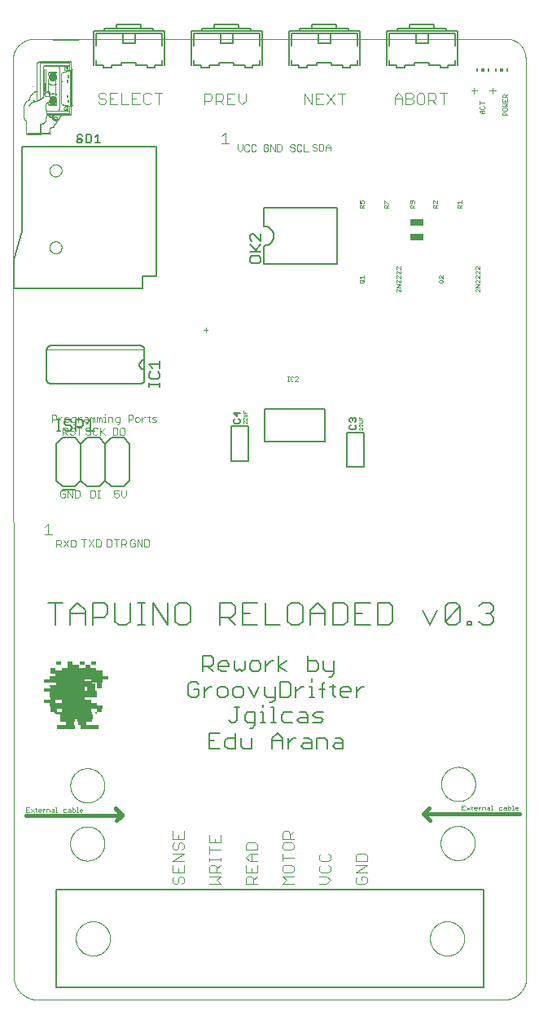
<source format=gto>
G75*
%MOIN*%
%OFA0B0*%
%FSLAX25Y25*%
%IPPOS*%
%LPD*%
%AMOC8*
5,1,8,0,0,1.08239X$1,22.5*
%
%ADD10C,0.00000*%
%ADD11C,0.00800*%
%ADD12C,0.00200*%
%ADD13C,0.00600*%
%ADD14R,0.05775X0.00033*%
%ADD15R,0.05874X0.00033*%
%ADD16R,0.06006X0.00033*%
%ADD17R,0.08085X0.00033*%
%ADD18R,0.09867X0.00033*%
%ADD19R,0.00231X0.00033*%
%ADD20R,0.04059X0.00033*%
%ADD21R,0.00198X0.00033*%
%ADD22R,0.05148X0.00033*%
%ADD23R,0.00198X0.00033*%
%ADD24R,0.01848X0.00033*%
%ADD25R,0.03762X0.00033*%
%ADD26R,0.00264X0.00033*%
%ADD27R,0.00297X0.00033*%
%ADD28R,0.00396X0.00033*%
%ADD29R,0.00528X0.00033*%
%ADD30R,0.00627X0.00033*%
%ADD31R,0.00726X0.00033*%
%ADD32R,0.00726X0.00033*%
%ADD33R,0.00759X0.00033*%
%ADD34R,0.00693X0.00033*%
%ADD35R,0.00660X0.00033*%
%ADD36R,0.00561X0.00033*%
%ADD37R,0.00495X0.00033*%
%ADD38R,0.00429X0.00033*%
%ADD39R,0.00231X0.00033*%
%ADD40R,0.00264X0.00033*%
%ADD41R,0.00462X0.00033*%
%ADD42R,0.00495X0.00033*%
%ADD43R,0.00957X0.00033*%
%ADD44R,0.00924X0.00033*%
%ADD45R,0.00330X0.00033*%
%ADD46R,0.01155X0.00033*%
%ADD47R,0.01452X0.00033*%
%ADD48R,0.01650X0.00033*%
%ADD49R,0.01188X0.00033*%
%ADD50R,0.00528X0.00033*%
%ADD51R,0.01056X0.00033*%
%ADD52R,0.00891X0.00033*%
%ADD53R,0.00033X0.00033*%
%ADD54R,0.00363X0.00033*%
%ADD55R,0.00429X0.00033*%
%ADD56R,0.00858X0.00033*%
%ADD57R,0.01023X0.00033*%
%ADD58R,0.01122X0.00033*%
%ADD59R,0.01254X0.00033*%
%ADD60R,0.01320X0.00033*%
%ADD61R,0.01386X0.00033*%
%ADD62R,0.01419X0.00033*%
%ADD63R,0.01485X0.00033*%
%ADD64R,0.01518X0.00033*%
%ADD65R,0.00990X0.00033*%
%ADD66R,0.01023X0.00033*%
%ADD67R,0.01056X0.00033*%
%ADD68R,0.00825X0.00033*%
%ADD69R,0.05016X0.00033*%
%ADD70R,0.09768X0.00033*%
%ADD71R,0.09801X0.00033*%
%ADD72R,0.09867X0.00033*%
%ADD73R,0.09900X0.00033*%
%ADD74R,0.09933X0.00033*%
%ADD75R,0.05577X0.00033*%
%ADD76R,0.09504X0.00033*%
%ADD77R,0.04158X0.00033*%
%ADD78R,0.08613X0.00033*%
%ADD79R,0.09471X0.00033*%
%ADD80R,0.05544X0.00033*%
%ADD81R,0.00165X0.00033*%
%ADD82R,0.01089X0.00033*%
%ADD83R,0.00462X0.00033*%
%ADD84R,0.00594X0.00033*%
%ADD85R,0.00693X0.00033*%
%ADD86R,0.00099X0.00033*%
%ADD87R,0.00165X0.00033*%
%ADD88R,0.01749X0.00033*%
%ADD89R,0.02145X0.00033*%
%ADD90R,0.02475X0.00033*%
%ADD91R,0.02607X0.00033*%
%ADD92R,0.01782X0.00033*%
%ADD93R,0.03234X0.00033*%
%ADD94R,0.03267X0.00033*%
%ADD95R,0.01221X0.00033*%
%ADD96R,0.01353X0.00033*%
%ADD97R,0.01551X0.00033*%
%ADD98R,0.01683X0.00033*%
%ADD99R,0.01881X0.00033*%
%ADD100R,0.01947X0.00033*%
%ADD101R,0.02013X0.00033*%
%ADD102R,0.02079X0.00033*%
%ADD103R,0.00792X0.00033*%
%ADD104R,0.00759X0.00033*%
%ADD105R,0.00792X0.00033*%
%ADD106R,0.01287X0.00033*%
%ADD107R,0.01353X0.00033*%
%ADD108R,0.01617X0.00033*%
%ADD109R,0.01716X0.00033*%
%ADD110R,0.01815X0.00033*%
%ADD111R,0.00132X0.00033*%
%ADD112R,0.01881X0.00033*%
%ADD113R,0.01980X0.00033*%
%ADD114R,0.00066X0.00033*%
%ADD115R,0.02178X0.00033*%
%ADD116R,0.02046X0.00033*%
%ADD117R,0.02145X0.00033*%
%ADD118R,0.01914X0.00033*%
%ADD119R,0.01617X0.00033*%
%ADD120R,0.01320X0.00033*%
%ADD121R,0.01584X0.00033*%
%ADD122R,0.01287X0.00033*%
%ADD123R,0.01815X0.00033*%
%ADD124R,0.02211X0.00033*%
%ADD125R,0.01551X0.00033*%
%ADD126R,0.01848X0.00033*%
%ADD127R,0.02079X0.00033*%
%ADD128R,0.03201X0.00033*%
%ADD129R,0.06402X0.00033*%
%ADD130R,0.10890X0.00033*%
%ADD131R,0.04950X0.00033*%
%ADD132R,0.12276X0.00033*%
%ADD133R,0.02508X0.00033*%
%ADD134R,0.13266X0.00033*%
%ADD135R,0.13200X0.00033*%
%ADD136R,0.13068X0.00033*%
%ADD137R,0.12969X0.00033*%
%ADD138R,0.12870X0.00033*%
%ADD139R,0.10692X0.00033*%
%ADD140C,0.00400*%
%ADD141C,0.01600*%
%ADD142C,0.00300*%
%ADD143R,0.07200X0.00600*%
%ADD144R,0.03600X0.00600*%
%ADD145R,0.06000X0.00600*%
%ADD146R,0.13200X0.00600*%
%ADD147R,0.15000X0.00600*%
%ADD148R,0.15600X0.00600*%
%ADD149R,0.00600X0.00600*%
%ADD150R,0.03000X0.00600*%
%ADD151R,0.12000X0.00600*%
%ADD152R,0.02400X0.00600*%
%ADD153R,0.21600X0.00600*%
%ADD154R,0.19200X0.00600*%
%ADD155R,0.04800X0.00600*%
%ADD156R,0.14400X0.00600*%
%ADD157R,0.16800X0.00600*%
%ADD158R,0.18600X0.00600*%
%ADD159R,0.16200X0.00600*%
%ADD160R,0.24000X0.00600*%
%ADD161R,0.00591X0.01181*%
%ADD162R,0.01181X0.01181*%
%ADD163C,0.00500*%
%ADD164R,0.05512X0.02559*%
%ADD165C,0.00700*%
D10*
X0001297Y0010767D02*
X0001000Y0385429D01*
X0001003Y0385640D01*
X0001010Y0385850D01*
X0001023Y0386061D01*
X0001041Y0386271D01*
X0001064Y0386480D01*
X0001092Y0386689D01*
X0001124Y0386897D01*
X0001162Y0387104D01*
X0001205Y0387311D01*
X0001253Y0387516D01*
X0001306Y0387720D01*
X0001364Y0387922D01*
X0001427Y0388124D01*
X0001494Y0388323D01*
X0001567Y0388521D01*
X0001644Y0388717D01*
X0001726Y0388911D01*
X0001812Y0389104D01*
X0001903Y0389294D01*
X0001999Y0389481D01*
X0002099Y0389667D01*
X0002204Y0389850D01*
X0002313Y0390030D01*
X0002426Y0390208D01*
X0002544Y0390383D01*
X0002665Y0390554D01*
X0002791Y0390723D01*
X0002921Y0390889D01*
X0003055Y0391052D01*
X0003193Y0391211D01*
X0003335Y0391367D01*
X0003480Y0391520D01*
X0003629Y0391669D01*
X0003782Y0391814D01*
X0003938Y0391956D01*
X0004097Y0392094D01*
X0004260Y0392228D01*
X0004426Y0392358D01*
X0004595Y0392484D01*
X0004766Y0392605D01*
X0004941Y0392723D01*
X0005119Y0392836D01*
X0005299Y0392945D01*
X0005482Y0393050D01*
X0005668Y0393150D01*
X0005855Y0393246D01*
X0006045Y0393337D01*
X0006238Y0393423D01*
X0006432Y0393505D01*
X0006628Y0393582D01*
X0006826Y0393655D01*
X0007025Y0393722D01*
X0007227Y0393785D01*
X0007429Y0393843D01*
X0007633Y0393896D01*
X0007838Y0393944D01*
X0008045Y0393987D01*
X0008252Y0394025D01*
X0008460Y0394057D01*
X0008669Y0394085D01*
X0008878Y0394108D01*
X0009088Y0394126D01*
X0009299Y0394139D01*
X0009509Y0394146D01*
X0009720Y0394149D01*
X0009720Y0394148D02*
X0203035Y0394148D01*
X0203226Y0394146D01*
X0203416Y0394139D01*
X0203606Y0394127D01*
X0203796Y0394111D01*
X0203986Y0394091D01*
X0204174Y0394065D01*
X0204363Y0394035D01*
X0204550Y0394001D01*
X0204737Y0393962D01*
X0204922Y0393919D01*
X0205107Y0393871D01*
X0205290Y0393819D01*
X0205472Y0393762D01*
X0205652Y0393701D01*
X0205831Y0393636D01*
X0206009Y0393566D01*
X0206184Y0393492D01*
X0206358Y0393414D01*
X0206530Y0393331D01*
X0206700Y0393245D01*
X0206867Y0393154D01*
X0207033Y0393059D01*
X0207196Y0392961D01*
X0207357Y0392858D01*
X0207515Y0392752D01*
X0207670Y0392642D01*
X0207823Y0392528D01*
X0207973Y0392411D01*
X0208120Y0392289D01*
X0208264Y0392165D01*
X0208405Y0392037D01*
X0208543Y0391905D01*
X0208678Y0391770D01*
X0208810Y0391632D01*
X0208938Y0391491D01*
X0209062Y0391347D01*
X0209184Y0391200D01*
X0209301Y0391050D01*
X0209415Y0390897D01*
X0209525Y0390742D01*
X0209631Y0390584D01*
X0209734Y0390423D01*
X0209832Y0390260D01*
X0209927Y0390094D01*
X0210018Y0389927D01*
X0210104Y0389757D01*
X0210187Y0389585D01*
X0210265Y0389411D01*
X0210339Y0389236D01*
X0210409Y0389058D01*
X0210474Y0388879D01*
X0210535Y0388699D01*
X0210592Y0388517D01*
X0210644Y0388334D01*
X0210692Y0388149D01*
X0210735Y0387964D01*
X0210774Y0387777D01*
X0210808Y0387590D01*
X0210838Y0387401D01*
X0210864Y0387213D01*
X0210884Y0387023D01*
X0210900Y0386833D01*
X0210912Y0386643D01*
X0210919Y0386453D01*
X0210921Y0386262D01*
X0211218Y0009978D01*
X0211215Y0009761D01*
X0211208Y0009544D01*
X0211194Y0009328D01*
X0211176Y0009111D01*
X0211153Y0008896D01*
X0211124Y0008681D01*
X0211090Y0008466D01*
X0211051Y0008253D01*
X0211006Y0008041D01*
X0210957Y0007829D01*
X0210903Y0007619D01*
X0210843Y0007411D01*
X0210779Y0007204D01*
X0210709Y0006998D01*
X0210635Y0006794D01*
X0210555Y0006592D01*
X0210471Y0006393D01*
X0210382Y0006195D01*
X0210288Y0005999D01*
X0210190Y0005806D01*
X0210086Y0005615D01*
X0209979Y0005427D01*
X0209867Y0005241D01*
X0209750Y0005058D01*
X0209629Y0004878D01*
X0209503Y0004701D01*
X0209374Y0004527D01*
X0209240Y0004356D01*
X0209102Y0004189D01*
X0208960Y0004024D01*
X0208814Y0003864D01*
X0208665Y0003707D01*
X0208511Y0003553D01*
X0208354Y0003404D01*
X0208194Y0003258D01*
X0208029Y0003116D01*
X0207862Y0002978D01*
X0207691Y0002844D01*
X0207517Y0002715D01*
X0207340Y0002589D01*
X0207160Y0002468D01*
X0206977Y0002351D01*
X0206791Y0002239D01*
X0206603Y0002132D01*
X0206412Y0002028D01*
X0206219Y0001930D01*
X0206023Y0001836D01*
X0205825Y0001747D01*
X0205626Y0001663D01*
X0205424Y0001583D01*
X0205220Y0001509D01*
X0205014Y0001439D01*
X0204807Y0001375D01*
X0204599Y0001315D01*
X0204389Y0001261D01*
X0204177Y0001212D01*
X0203965Y0001167D01*
X0203752Y0001128D01*
X0203537Y0001094D01*
X0203322Y0001065D01*
X0203107Y0001042D01*
X0202890Y0001024D01*
X0202674Y0001010D01*
X0202457Y0001003D01*
X0202240Y0001000D01*
X0011063Y0001000D01*
X0010827Y0001003D01*
X0010591Y0001011D01*
X0010356Y0001026D01*
X0010120Y0001046D01*
X0009886Y0001071D01*
X0009652Y0001102D01*
X0009419Y0001139D01*
X0009186Y0001182D01*
X0008955Y0001230D01*
X0008726Y0001284D01*
X0008497Y0001343D01*
X0008270Y0001408D01*
X0008045Y0001478D01*
X0007821Y0001554D01*
X0007600Y0001635D01*
X0007380Y0001721D01*
X0007162Y0001813D01*
X0006947Y0001910D01*
X0006734Y0002012D01*
X0006524Y0002119D01*
X0006316Y0002231D01*
X0006112Y0002348D01*
X0005910Y0002470D01*
X0005711Y0002597D01*
X0005515Y0002729D01*
X0005322Y0002865D01*
X0005133Y0003006D01*
X0004947Y0003152D01*
X0004765Y0003302D01*
X0004586Y0003456D01*
X0004412Y0003615D01*
X0004241Y0003778D01*
X0004074Y0003945D01*
X0003911Y0004116D01*
X0003752Y0004290D01*
X0003598Y0004469D01*
X0003448Y0004651D01*
X0003302Y0004837D01*
X0003161Y0005026D01*
X0003025Y0005219D01*
X0002893Y0005415D01*
X0002766Y0005614D01*
X0002644Y0005816D01*
X0002527Y0006020D01*
X0002415Y0006228D01*
X0002308Y0006438D01*
X0002206Y0006651D01*
X0002109Y0006866D01*
X0002017Y0007084D01*
X0001931Y0007304D01*
X0001850Y0007525D01*
X0001774Y0007749D01*
X0001704Y0007974D01*
X0001639Y0008201D01*
X0001580Y0008430D01*
X0001526Y0008659D01*
X0001478Y0008890D01*
X0001435Y0009123D01*
X0001398Y0009356D01*
X0001367Y0009590D01*
X0001342Y0009824D01*
X0001322Y0010060D01*
X0001307Y0010295D01*
X0001299Y0010531D01*
X0001296Y0010767D01*
X0024468Y0064839D02*
X0024470Y0065011D01*
X0024476Y0065182D01*
X0024487Y0065354D01*
X0024502Y0065525D01*
X0024521Y0065696D01*
X0024544Y0065866D01*
X0024571Y0066036D01*
X0024603Y0066205D01*
X0024638Y0066373D01*
X0024678Y0066540D01*
X0024722Y0066706D01*
X0024769Y0066871D01*
X0024821Y0067035D01*
X0024877Y0067197D01*
X0024937Y0067358D01*
X0025001Y0067518D01*
X0025069Y0067676D01*
X0025140Y0067832D01*
X0025215Y0067986D01*
X0025295Y0068139D01*
X0025377Y0068289D01*
X0025464Y0068438D01*
X0025554Y0068584D01*
X0025648Y0068728D01*
X0025745Y0068870D01*
X0025846Y0069009D01*
X0025950Y0069146D01*
X0026057Y0069280D01*
X0026168Y0069411D01*
X0026281Y0069540D01*
X0026398Y0069666D01*
X0026518Y0069789D01*
X0026641Y0069909D01*
X0026767Y0070026D01*
X0026896Y0070139D01*
X0027027Y0070250D01*
X0027161Y0070357D01*
X0027298Y0070461D01*
X0027437Y0070562D01*
X0027579Y0070659D01*
X0027723Y0070753D01*
X0027869Y0070843D01*
X0028018Y0070930D01*
X0028168Y0071012D01*
X0028321Y0071092D01*
X0028475Y0071167D01*
X0028631Y0071238D01*
X0028789Y0071306D01*
X0028949Y0071370D01*
X0029110Y0071430D01*
X0029272Y0071486D01*
X0029436Y0071538D01*
X0029601Y0071585D01*
X0029767Y0071629D01*
X0029934Y0071669D01*
X0030102Y0071704D01*
X0030271Y0071736D01*
X0030441Y0071763D01*
X0030611Y0071786D01*
X0030782Y0071805D01*
X0030953Y0071820D01*
X0031125Y0071831D01*
X0031296Y0071837D01*
X0031468Y0071839D01*
X0031640Y0071837D01*
X0031811Y0071831D01*
X0031983Y0071820D01*
X0032154Y0071805D01*
X0032325Y0071786D01*
X0032495Y0071763D01*
X0032665Y0071736D01*
X0032834Y0071704D01*
X0033002Y0071669D01*
X0033169Y0071629D01*
X0033335Y0071585D01*
X0033500Y0071538D01*
X0033664Y0071486D01*
X0033826Y0071430D01*
X0033987Y0071370D01*
X0034147Y0071306D01*
X0034305Y0071238D01*
X0034461Y0071167D01*
X0034615Y0071092D01*
X0034768Y0071012D01*
X0034918Y0070930D01*
X0035067Y0070843D01*
X0035213Y0070753D01*
X0035357Y0070659D01*
X0035499Y0070562D01*
X0035638Y0070461D01*
X0035775Y0070357D01*
X0035909Y0070250D01*
X0036040Y0070139D01*
X0036169Y0070026D01*
X0036295Y0069909D01*
X0036418Y0069789D01*
X0036538Y0069666D01*
X0036655Y0069540D01*
X0036768Y0069411D01*
X0036879Y0069280D01*
X0036986Y0069146D01*
X0037090Y0069009D01*
X0037191Y0068870D01*
X0037288Y0068728D01*
X0037382Y0068584D01*
X0037472Y0068438D01*
X0037559Y0068289D01*
X0037641Y0068139D01*
X0037721Y0067986D01*
X0037796Y0067832D01*
X0037867Y0067676D01*
X0037935Y0067518D01*
X0037999Y0067358D01*
X0038059Y0067197D01*
X0038115Y0067035D01*
X0038167Y0066871D01*
X0038214Y0066706D01*
X0038258Y0066540D01*
X0038298Y0066373D01*
X0038333Y0066205D01*
X0038365Y0066036D01*
X0038392Y0065866D01*
X0038415Y0065696D01*
X0038434Y0065525D01*
X0038449Y0065354D01*
X0038460Y0065182D01*
X0038466Y0065011D01*
X0038468Y0064839D01*
X0038466Y0064667D01*
X0038460Y0064496D01*
X0038449Y0064324D01*
X0038434Y0064153D01*
X0038415Y0063982D01*
X0038392Y0063812D01*
X0038365Y0063642D01*
X0038333Y0063473D01*
X0038298Y0063305D01*
X0038258Y0063138D01*
X0038214Y0062972D01*
X0038167Y0062807D01*
X0038115Y0062643D01*
X0038059Y0062481D01*
X0037999Y0062320D01*
X0037935Y0062160D01*
X0037867Y0062002D01*
X0037796Y0061846D01*
X0037721Y0061692D01*
X0037641Y0061539D01*
X0037559Y0061389D01*
X0037472Y0061240D01*
X0037382Y0061094D01*
X0037288Y0060950D01*
X0037191Y0060808D01*
X0037090Y0060669D01*
X0036986Y0060532D01*
X0036879Y0060398D01*
X0036768Y0060267D01*
X0036655Y0060138D01*
X0036538Y0060012D01*
X0036418Y0059889D01*
X0036295Y0059769D01*
X0036169Y0059652D01*
X0036040Y0059539D01*
X0035909Y0059428D01*
X0035775Y0059321D01*
X0035638Y0059217D01*
X0035499Y0059116D01*
X0035357Y0059019D01*
X0035213Y0058925D01*
X0035067Y0058835D01*
X0034918Y0058748D01*
X0034768Y0058666D01*
X0034615Y0058586D01*
X0034461Y0058511D01*
X0034305Y0058440D01*
X0034147Y0058372D01*
X0033987Y0058308D01*
X0033826Y0058248D01*
X0033664Y0058192D01*
X0033500Y0058140D01*
X0033335Y0058093D01*
X0033169Y0058049D01*
X0033002Y0058009D01*
X0032834Y0057974D01*
X0032665Y0057942D01*
X0032495Y0057915D01*
X0032325Y0057892D01*
X0032154Y0057873D01*
X0031983Y0057858D01*
X0031811Y0057847D01*
X0031640Y0057841D01*
X0031468Y0057839D01*
X0031296Y0057841D01*
X0031125Y0057847D01*
X0030953Y0057858D01*
X0030782Y0057873D01*
X0030611Y0057892D01*
X0030441Y0057915D01*
X0030271Y0057942D01*
X0030102Y0057974D01*
X0029934Y0058009D01*
X0029767Y0058049D01*
X0029601Y0058093D01*
X0029436Y0058140D01*
X0029272Y0058192D01*
X0029110Y0058248D01*
X0028949Y0058308D01*
X0028789Y0058372D01*
X0028631Y0058440D01*
X0028475Y0058511D01*
X0028321Y0058586D01*
X0028168Y0058666D01*
X0028018Y0058748D01*
X0027869Y0058835D01*
X0027723Y0058925D01*
X0027579Y0059019D01*
X0027437Y0059116D01*
X0027298Y0059217D01*
X0027161Y0059321D01*
X0027027Y0059428D01*
X0026896Y0059539D01*
X0026767Y0059652D01*
X0026641Y0059769D01*
X0026518Y0059889D01*
X0026398Y0060012D01*
X0026281Y0060138D01*
X0026168Y0060267D01*
X0026057Y0060398D01*
X0025950Y0060532D01*
X0025846Y0060669D01*
X0025745Y0060808D01*
X0025648Y0060950D01*
X0025554Y0061094D01*
X0025464Y0061240D01*
X0025377Y0061389D01*
X0025295Y0061539D01*
X0025215Y0061692D01*
X0025140Y0061846D01*
X0025069Y0062002D01*
X0025001Y0062160D01*
X0024937Y0062320D01*
X0024877Y0062481D01*
X0024821Y0062643D01*
X0024769Y0062807D01*
X0024722Y0062972D01*
X0024678Y0063138D01*
X0024638Y0063305D01*
X0024603Y0063473D01*
X0024571Y0063642D01*
X0024544Y0063812D01*
X0024521Y0063982D01*
X0024502Y0064153D01*
X0024487Y0064324D01*
X0024476Y0064496D01*
X0024470Y0064667D01*
X0024468Y0064839D01*
X0024536Y0088621D02*
X0024538Y0088793D01*
X0024544Y0088964D01*
X0024555Y0089136D01*
X0024570Y0089307D01*
X0024589Y0089478D01*
X0024612Y0089648D01*
X0024639Y0089818D01*
X0024671Y0089987D01*
X0024706Y0090155D01*
X0024746Y0090322D01*
X0024790Y0090488D01*
X0024837Y0090653D01*
X0024889Y0090817D01*
X0024945Y0090979D01*
X0025005Y0091140D01*
X0025069Y0091300D01*
X0025137Y0091458D01*
X0025208Y0091614D01*
X0025283Y0091768D01*
X0025363Y0091921D01*
X0025445Y0092071D01*
X0025532Y0092220D01*
X0025622Y0092366D01*
X0025716Y0092510D01*
X0025813Y0092652D01*
X0025914Y0092791D01*
X0026018Y0092928D01*
X0026125Y0093062D01*
X0026236Y0093193D01*
X0026349Y0093322D01*
X0026466Y0093448D01*
X0026586Y0093571D01*
X0026709Y0093691D01*
X0026835Y0093808D01*
X0026964Y0093921D01*
X0027095Y0094032D01*
X0027229Y0094139D01*
X0027366Y0094243D01*
X0027505Y0094344D01*
X0027647Y0094441D01*
X0027791Y0094535D01*
X0027937Y0094625D01*
X0028086Y0094712D01*
X0028236Y0094794D01*
X0028389Y0094874D01*
X0028543Y0094949D01*
X0028699Y0095020D01*
X0028857Y0095088D01*
X0029017Y0095152D01*
X0029178Y0095212D01*
X0029340Y0095268D01*
X0029504Y0095320D01*
X0029669Y0095367D01*
X0029835Y0095411D01*
X0030002Y0095451D01*
X0030170Y0095486D01*
X0030339Y0095518D01*
X0030509Y0095545D01*
X0030679Y0095568D01*
X0030850Y0095587D01*
X0031021Y0095602D01*
X0031193Y0095613D01*
X0031364Y0095619D01*
X0031536Y0095621D01*
X0031708Y0095619D01*
X0031879Y0095613D01*
X0032051Y0095602D01*
X0032222Y0095587D01*
X0032393Y0095568D01*
X0032563Y0095545D01*
X0032733Y0095518D01*
X0032902Y0095486D01*
X0033070Y0095451D01*
X0033237Y0095411D01*
X0033403Y0095367D01*
X0033568Y0095320D01*
X0033732Y0095268D01*
X0033894Y0095212D01*
X0034055Y0095152D01*
X0034215Y0095088D01*
X0034373Y0095020D01*
X0034529Y0094949D01*
X0034683Y0094874D01*
X0034836Y0094794D01*
X0034986Y0094712D01*
X0035135Y0094625D01*
X0035281Y0094535D01*
X0035425Y0094441D01*
X0035567Y0094344D01*
X0035706Y0094243D01*
X0035843Y0094139D01*
X0035977Y0094032D01*
X0036108Y0093921D01*
X0036237Y0093808D01*
X0036363Y0093691D01*
X0036486Y0093571D01*
X0036606Y0093448D01*
X0036723Y0093322D01*
X0036836Y0093193D01*
X0036947Y0093062D01*
X0037054Y0092928D01*
X0037158Y0092791D01*
X0037259Y0092652D01*
X0037356Y0092510D01*
X0037450Y0092366D01*
X0037540Y0092220D01*
X0037627Y0092071D01*
X0037709Y0091921D01*
X0037789Y0091768D01*
X0037864Y0091614D01*
X0037935Y0091458D01*
X0038003Y0091300D01*
X0038067Y0091140D01*
X0038127Y0090979D01*
X0038183Y0090817D01*
X0038235Y0090653D01*
X0038282Y0090488D01*
X0038326Y0090322D01*
X0038366Y0090155D01*
X0038401Y0089987D01*
X0038433Y0089818D01*
X0038460Y0089648D01*
X0038483Y0089478D01*
X0038502Y0089307D01*
X0038517Y0089136D01*
X0038528Y0088964D01*
X0038534Y0088793D01*
X0038536Y0088621D01*
X0038534Y0088449D01*
X0038528Y0088278D01*
X0038517Y0088106D01*
X0038502Y0087935D01*
X0038483Y0087764D01*
X0038460Y0087594D01*
X0038433Y0087424D01*
X0038401Y0087255D01*
X0038366Y0087087D01*
X0038326Y0086920D01*
X0038282Y0086754D01*
X0038235Y0086589D01*
X0038183Y0086425D01*
X0038127Y0086263D01*
X0038067Y0086102D01*
X0038003Y0085942D01*
X0037935Y0085784D01*
X0037864Y0085628D01*
X0037789Y0085474D01*
X0037709Y0085321D01*
X0037627Y0085171D01*
X0037540Y0085022D01*
X0037450Y0084876D01*
X0037356Y0084732D01*
X0037259Y0084590D01*
X0037158Y0084451D01*
X0037054Y0084314D01*
X0036947Y0084180D01*
X0036836Y0084049D01*
X0036723Y0083920D01*
X0036606Y0083794D01*
X0036486Y0083671D01*
X0036363Y0083551D01*
X0036237Y0083434D01*
X0036108Y0083321D01*
X0035977Y0083210D01*
X0035843Y0083103D01*
X0035706Y0082999D01*
X0035567Y0082898D01*
X0035425Y0082801D01*
X0035281Y0082707D01*
X0035135Y0082617D01*
X0034986Y0082530D01*
X0034836Y0082448D01*
X0034683Y0082368D01*
X0034529Y0082293D01*
X0034373Y0082222D01*
X0034215Y0082154D01*
X0034055Y0082090D01*
X0033894Y0082030D01*
X0033732Y0081974D01*
X0033568Y0081922D01*
X0033403Y0081875D01*
X0033237Y0081831D01*
X0033070Y0081791D01*
X0032902Y0081756D01*
X0032733Y0081724D01*
X0032563Y0081697D01*
X0032393Y0081674D01*
X0032222Y0081655D01*
X0032051Y0081640D01*
X0031879Y0081629D01*
X0031708Y0081623D01*
X0031536Y0081621D01*
X0031364Y0081623D01*
X0031193Y0081629D01*
X0031021Y0081640D01*
X0030850Y0081655D01*
X0030679Y0081674D01*
X0030509Y0081697D01*
X0030339Y0081724D01*
X0030170Y0081756D01*
X0030002Y0081791D01*
X0029835Y0081831D01*
X0029669Y0081875D01*
X0029504Y0081922D01*
X0029340Y0081974D01*
X0029178Y0082030D01*
X0029017Y0082090D01*
X0028857Y0082154D01*
X0028699Y0082222D01*
X0028543Y0082293D01*
X0028389Y0082368D01*
X0028236Y0082448D01*
X0028086Y0082530D01*
X0027937Y0082617D01*
X0027791Y0082707D01*
X0027647Y0082801D01*
X0027505Y0082898D01*
X0027366Y0082999D01*
X0027229Y0083103D01*
X0027095Y0083210D01*
X0026964Y0083321D01*
X0026835Y0083434D01*
X0026709Y0083551D01*
X0026586Y0083671D01*
X0026466Y0083794D01*
X0026349Y0083920D01*
X0026236Y0084049D01*
X0026125Y0084180D01*
X0026018Y0084314D01*
X0025914Y0084451D01*
X0025813Y0084590D01*
X0025716Y0084732D01*
X0025622Y0084876D01*
X0025532Y0085022D01*
X0025445Y0085171D01*
X0025363Y0085321D01*
X0025283Y0085474D01*
X0025208Y0085628D01*
X0025137Y0085784D01*
X0025069Y0085942D01*
X0025005Y0086102D01*
X0024945Y0086263D01*
X0024889Y0086425D01*
X0024837Y0086589D01*
X0024790Y0086754D01*
X0024746Y0086920D01*
X0024706Y0087087D01*
X0024671Y0087255D01*
X0024639Y0087424D01*
X0024612Y0087594D01*
X0024589Y0087764D01*
X0024570Y0087935D01*
X0024555Y0088106D01*
X0024544Y0088278D01*
X0024538Y0088449D01*
X0024536Y0088621D01*
X0026797Y0026000D02*
X0026799Y0026172D01*
X0026805Y0026343D01*
X0026816Y0026515D01*
X0026831Y0026686D01*
X0026850Y0026857D01*
X0026873Y0027027D01*
X0026900Y0027197D01*
X0026932Y0027366D01*
X0026967Y0027534D01*
X0027007Y0027701D01*
X0027051Y0027867D01*
X0027098Y0028032D01*
X0027150Y0028196D01*
X0027206Y0028358D01*
X0027266Y0028519D01*
X0027330Y0028679D01*
X0027398Y0028837D01*
X0027469Y0028993D01*
X0027544Y0029147D01*
X0027624Y0029300D01*
X0027706Y0029450D01*
X0027793Y0029599D01*
X0027883Y0029745D01*
X0027977Y0029889D01*
X0028074Y0030031D01*
X0028175Y0030170D01*
X0028279Y0030307D01*
X0028386Y0030441D01*
X0028497Y0030572D01*
X0028610Y0030701D01*
X0028727Y0030827D01*
X0028847Y0030950D01*
X0028970Y0031070D01*
X0029096Y0031187D01*
X0029225Y0031300D01*
X0029356Y0031411D01*
X0029490Y0031518D01*
X0029627Y0031622D01*
X0029766Y0031723D01*
X0029908Y0031820D01*
X0030052Y0031914D01*
X0030198Y0032004D01*
X0030347Y0032091D01*
X0030497Y0032173D01*
X0030650Y0032253D01*
X0030804Y0032328D01*
X0030960Y0032399D01*
X0031118Y0032467D01*
X0031278Y0032531D01*
X0031439Y0032591D01*
X0031601Y0032647D01*
X0031765Y0032699D01*
X0031930Y0032746D01*
X0032096Y0032790D01*
X0032263Y0032830D01*
X0032431Y0032865D01*
X0032600Y0032897D01*
X0032770Y0032924D01*
X0032940Y0032947D01*
X0033111Y0032966D01*
X0033282Y0032981D01*
X0033454Y0032992D01*
X0033625Y0032998D01*
X0033797Y0033000D01*
X0033969Y0032998D01*
X0034140Y0032992D01*
X0034312Y0032981D01*
X0034483Y0032966D01*
X0034654Y0032947D01*
X0034824Y0032924D01*
X0034994Y0032897D01*
X0035163Y0032865D01*
X0035331Y0032830D01*
X0035498Y0032790D01*
X0035664Y0032746D01*
X0035829Y0032699D01*
X0035993Y0032647D01*
X0036155Y0032591D01*
X0036316Y0032531D01*
X0036476Y0032467D01*
X0036634Y0032399D01*
X0036790Y0032328D01*
X0036944Y0032253D01*
X0037097Y0032173D01*
X0037247Y0032091D01*
X0037396Y0032004D01*
X0037542Y0031914D01*
X0037686Y0031820D01*
X0037828Y0031723D01*
X0037967Y0031622D01*
X0038104Y0031518D01*
X0038238Y0031411D01*
X0038369Y0031300D01*
X0038498Y0031187D01*
X0038624Y0031070D01*
X0038747Y0030950D01*
X0038867Y0030827D01*
X0038984Y0030701D01*
X0039097Y0030572D01*
X0039208Y0030441D01*
X0039315Y0030307D01*
X0039419Y0030170D01*
X0039520Y0030031D01*
X0039617Y0029889D01*
X0039711Y0029745D01*
X0039801Y0029599D01*
X0039888Y0029450D01*
X0039970Y0029300D01*
X0040050Y0029147D01*
X0040125Y0028993D01*
X0040196Y0028837D01*
X0040264Y0028679D01*
X0040328Y0028519D01*
X0040388Y0028358D01*
X0040444Y0028196D01*
X0040496Y0028032D01*
X0040543Y0027867D01*
X0040587Y0027701D01*
X0040627Y0027534D01*
X0040662Y0027366D01*
X0040694Y0027197D01*
X0040721Y0027027D01*
X0040744Y0026857D01*
X0040763Y0026686D01*
X0040778Y0026515D01*
X0040789Y0026343D01*
X0040795Y0026172D01*
X0040797Y0026000D01*
X0040795Y0025828D01*
X0040789Y0025657D01*
X0040778Y0025485D01*
X0040763Y0025314D01*
X0040744Y0025143D01*
X0040721Y0024973D01*
X0040694Y0024803D01*
X0040662Y0024634D01*
X0040627Y0024466D01*
X0040587Y0024299D01*
X0040543Y0024133D01*
X0040496Y0023968D01*
X0040444Y0023804D01*
X0040388Y0023642D01*
X0040328Y0023481D01*
X0040264Y0023321D01*
X0040196Y0023163D01*
X0040125Y0023007D01*
X0040050Y0022853D01*
X0039970Y0022700D01*
X0039888Y0022550D01*
X0039801Y0022401D01*
X0039711Y0022255D01*
X0039617Y0022111D01*
X0039520Y0021969D01*
X0039419Y0021830D01*
X0039315Y0021693D01*
X0039208Y0021559D01*
X0039097Y0021428D01*
X0038984Y0021299D01*
X0038867Y0021173D01*
X0038747Y0021050D01*
X0038624Y0020930D01*
X0038498Y0020813D01*
X0038369Y0020700D01*
X0038238Y0020589D01*
X0038104Y0020482D01*
X0037967Y0020378D01*
X0037828Y0020277D01*
X0037686Y0020180D01*
X0037542Y0020086D01*
X0037396Y0019996D01*
X0037247Y0019909D01*
X0037097Y0019827D01*
X0036944Y0019747D01*
X0036790Y0019672D01*
X0036634Y0019601D01*
X0036476Y0019533D01*
X0036316Y0019469D01*
X0036155Y0019409D01*
X0035993Y0019353D01*
X0035829Y0019301D01*
X0035664Y0019254D01*
X0035498Y0019210D01*
X0035331Y0019170D01*
X0035163Y0019135D01*
X0034994Y0019103D01*
X0034824Y0019076D01*
X0034654Y0019053D01*
X0034483Y0019034D01*
X0034312Y0019019D01*
X0034140Y0019008D01*
X0033969Y0019002D01*
X0033797Y0019000D01*
X0033625Y0019002D01*
X0033454Y0019008D01*
X0033282Y0019019D01*
X0033111Y0019034D01*
X0032940Y0019053D01*
X0032770Y0019076D01*
X0032600Y0019103D01*
X0032431Y0019135D01*
X0032263Y0019170D01*
X0032096Y0019210D01*
X0031930Y0019254D01*
X0031765Y0019301D01*
X0031601Y0019353D01*
X0031439Y0019409D01*
X0031278Y0019469D01*
X0031118Y0019533D01*
X0030960Y0019601D01*
X0030804Y0019672D01*
X0030650Y0019747D01*
X0030497Y0019827D01*
X0030347Y0019909D01*
X0030198Y0019996D01*
X0030052Y0020086D01*
X0029908Y0020180D01*
X0029766Y0020277D01*
X0029627Y0020378D01*
X0029490Y0020482D01*
X0029356Y0020589D01*
X0029225Y0020700D01*
X0029096Y0020813D01*
X0028970Y0020930D01*
X0028847Y0021050D01*
X0028727Y0021173D01*
X0028610Y0021299D01*
X0028497Y0021428D01*
X0028386Y0021559D01*
X0028279Y0021693D01*
X0028175Y0021830D01*
X0028074Y0021969D01*
X0027977Y0022111D01*
X0027883Y0022255D01*
X0027793Y0022401D01*
X0027706Y0022550D01*
X0027624Y0022700D01*
X0027544Y0022853D01*
X0027469Y0023007D01*
X0027398Y0023163D01*
X0027330Y0023321D01*
X0027266Y0023481D01*
X0027206Y0023642D01*
X0027150Y0023804D01*
X0027098Y0023968D01*
X0027051Y0024133D01*
X0027007Y0024299D01*
X0026967Y0024466D01*
X0026932Y0024634D01*
X0026900Y0024803D01*
X0026873Y0024973D01*
X0026850Y0025143D01*
X0026831Y0025314D01*
X0026816Y0025485D01*
X0026805Y0025657D01*
X0026799Y0025828D01*
X0026797Y0026000D01*
X0016041Y0308795D02*
X0016043Y0308894D01*
X0016049Y0308993D01*
X0016059Y0309092D01*
X0016073Y0309190D01*
X0016091Y0309287D01*
X0016113Y0309384D01*
X0016138Y0309480D01*
X0016168Y0309574D01*
X0016201Y0309668D01*
X0016238Y0309760D01*
X0016279Y0309850D01*
X0016323Y0309939D01*
X0016371Y0310025D01*
X0016422Y0310110D01*
X0016477Y0310193D01*
X0016535Y0310273D01*
X0016596Y0310351D01*
X0016660Y0310427D01*
X0016727Y0310500D01*
X0016797Y0310570D01*
X0016870Y0310637D01*
X0016946Y0310701D01*
X0017024Y0310762D01*
X0017104Y0310820D01*
X0017187Y0310875D01*
X0017271Y0310926D01*
X0017358Y0310974D01*
X0017447Y0311018D01*
X0017537Y0311059D01*
X0017629Y0311096D01*
X0017723Y0311129D01*
X0017817Y0311159D01*
X0017913Y0311184D01*
X0018010Y0311206D01*
X0018107Y0311224D01*
X0018205Y0311238D01*
X0018304Y0311248D01*
X0018403Y0311254D01*
X0018502Y0311256D01*
X0018601Y0311254D01*
X0018700Y0311248D01*
X0018799Y0311238D01*
X0018897Y0311224D01*
X0018994Y0311206D01*
X0019091Y0311184D01*
X0019187Y0311159D01*
X0019281Y0311129D01*
X0019375Y0311096D01*
X0019467Y0311059D01*
X0019557Y0311018D01*
X0019646Y0310974D01*
X0019732Y0310926D01*
X0019817Y0310875D01*
X0019900Y0310820D01*
X0019980Y0310762D01*
X0020058Y0310701D01*
X0020134Y0310637D01*
X0020207Y0310570D01*
X0020277Y0310500D01*
X0020344Y0310427D01*
X0020408Y0310351D01*
X0020469Y0310273D01*
X0020527Y0310193D01*
X0020582Y0310110D01*
X0020633Y0310026D01*
X0020681Y0309939D01*
X0020725Y0309850D01*
X0020766Y0309760D01*
X0020803Y0309668D01*
X0020836Y0309574D01*
X0020866Y0309480D01*
X0020891Y0309384D01*
X0020913Y0309287D01*
X0020931Y0309190D01*
X0020945Y0309092D01*
X0020955Y0308993D01*
X0020961Y0308894D01*
X0020963Y0308795D01*
X0020961Y0308696D01*
X0020955Y0308597D01*
X0020945Y0308498D01*
X0020931Y0308400D01*
X0020913Y0308303D01*
X0020891Y0308206D01*
X0020866Y0308110D01*
X0020836Y0308016D01*
X0020803Y0307922D01*
X0020766Y0307830D01*
X0020725Y0307740D01*
X0020681Y0307651D01*
X0020633Y0307565D01*
X0020582Y0307480D01*
X0020527Y0307397D01*
X0020469Y0307317D01*
X0020408Y0307239D01*
X0020344Y0307163D01*
X0020277Y0307090D01*
X0020207Y0307020D01*
X0020134Y0306953D01*
X0020058Y0306889D01*
X0019980Y0306828D01*
X0019900Y0306770D01*
X0019817Y0306715D01*
X0019733Y0306664D01*
X0019646Y0306616D01*
X0019557Y0306572D01*
X0019467Y0306531D01*
X0019375Y0306494D01*
X0019281Y0306461D01*
X0019187Y0306431D01*
X0019091Y0306406D01*
X0018994Y0306384D01*
X0018897Y0306366D01*
X0018799Y0306352D01*
X0018700Y0306342D01*
X0018601Y0306336D01*
X0018502Y0306334D01*
X0018403Y0306336D01*
X0018304Y0306342D01*
X0018205Y0306352D01*
X0018107Y0306366D01*
X0018010Y0306384D01*
X0017913Y0306406D01*
X0017817Y0306431D01*
X0017723Y0306461D01*
X0017629Y0306494D01*
X0017537Y0306531D01*
X0017447Y0306572D01*
X0017358Y0306616D01*
X0017272Y0306664D01*
X0017187Y0306715D01*
X0017104Y0306770D01*
X0017024Y0306828D01*
X0016946Y0306889D01*
X0016870Y0306953D01*
X0016797Y0307020D01*
X0016727Y0307090D01*
X0016660Y0307163D01*
X0016596Y0307239D01*
X0016535Y0307317D01*
X0016477Y0307397D01*
X0016422Y0307480D01*
X0016371Y0307564D01*
X0016323Y0307651D01*
X0016279Y0307740D01*
X0016238Y0307830D01*
X0016201Y0307922D01*
X0016168Y0308016D01*
X0016138Y0308110D01*
X0016113Y0308206D01*
X0016091Y0308303D01*
X0016073Y0308400D01*
X0016059Y0308498D01*
X0016049Y0308597D01*
X0016043Y0308696D01*
X0016041Y0308795D01*
X0016041Y0340291D02*
X0016043Y0340390D01*
X0016049Y0340489D01*
X0016059Y0340588D01*
X0016073Y0340686D01*
X0016091Y0340783D01*
X0016113Y0340880D01*
X0016138Y0340976D01*
X0016168Y0341070D01*
X0016201Y0341164D01*
X0016238Y0341256D01*
X0016279Y0341346D01*
X0016323Y0341435D01*
X0016371Y0341521D01*
X0016422Y0341606D01*
X0016477Y0341689D01*
X0016535Y0341769D01*
X0016596Y0341847D01*
X0016660Y0341923D01*
X0016727Y0341996D01*
X0016797Y0342066D01*
X0016870Y0342133D01*
X0016946Y0342197D01*
X0017024Y0342258D01*
X0017104Y0342316D01*
X0017187Y0342371D01*
X0017271Y0342422D01*
X0017358Y0342470D01*
X0017447Y0342514D01*
X0017537Y0342555D01*
X0017629Y0342592D01*
X0017723Y0342625D01*
X0017817Y0342655D01*
X0017913Y0342680D01*
X0018010Y0342702D01*
X0018107Y0342720D01*
X0018205Y0342734D01*
X0018304Y0342744D01*
X0018403Y0342750D01*
X0018502Y0342752D01*
X0018601Y0342750D01*
X0018700Y0342744D01*
X0018799Y0342734D01*
X0018897Y0342720D01*
X0018994Y0342702D01*
X0019091Y0342680D01*
X0019187Y0342655D01*
X0019281Y0342625D01*
X0019375Y0342592D01*
X0019467Y0342555D01*
X0019557Y0342514D01*
X0019646Y0342470D01*
X0019732Y0342422D01*
X0019817Y0342371D01*
X0019900Y0342316D01*
X0019980Y0342258D01*
X0020058Y0342197D01*
X0020134Y0342133D01*
X0020207Y0342066D01*
X0020277Y0341996D01*
X0020344Y0341923D01*
X0020408Y0341847D01*
X0020469Y0341769D01*
X0020527Y0341689D01*
X0020582Y0341606D01*
X0020633Y0341522D01*
X0020681Y0341435D01*
X0020725Y0341346D01*
X0020766Y0341256D01*
X0020803Y0341164D01*
X0020836Y0341070D01*
X0020866Y0340976D01*
X0020891Y0340880D01*
X0020913Y0340783D01*
X0020931Y0340686D01*
X0020945Y0340588D01*
X0020955Y0340489D01*
X0020961Y0340390D01*
X0020963Y0340291D01*
X0020961Y0340192D01*
X0020955Y0340093D01*
X0020945Y0339994D01*
X0020931Y0339896D01*
X0020913Y0339799D01*
X0020891Y0339702D01*
X0020866Y0339606D01*
X0020836Y0339512D01*
X0020803Y0339418D01*
X0020766Y0339326D01*
X0020725Y0339236D01*
X0020681Y0339147D01*
X0020633Y0339061D01*
X0020582Y0338976D01*
X0020527Y0338893D01*
X0020469Y0338813D01*
X0020408Y0338735D01*
X0020344Y0338659D01*
X0020277Y0338586D01*
X0020207Y0338516D01*
X0020134Y0338449D01*
X0020058Y0338385D01*
X0019980Y0338324D01*
X0019900Y0338266D01*
X0019817Y0338211D01*
X0019733Y0338160D01*
X0019646Y0338112D01*
X0019557Y0338068D01*
X0019467Y0338027D01*
X0019375Y0337990D01*
X0019281Y0337957D01*
X0019187Y0337927D01*
X0019091Y0337902D01*
X0018994Y0337880D01*
X0018897Y0337862D01*
X0018799Y0337848D01*
X0018700Y0337838D01*
X0018601Y0337832D01*
X0018502Y0337830D01*
X0018403Y0337832D01*
X0018304Y0337838D01*
X0018205Y0337848D01*
X0018107Y0337862D01*
X0018010Y0337880D01*
X0017913Y0337902D01*
X0017817Y0337927D01*
X0017723Y0337957D01*
X0017629Y0337990D01*
X0017537Y0338027D01*
X0017447Y0338068D01*
X0017358Y0338112D01*
X0017272Y0338160D01*
X0017187Y0338211D01*
X0017104Y0338266D01*
X0017024Y0338324D01*
X0016946Y0338385D01*
X0016870Y0338449D01*
X0016797Y0338516D01*
X0016727Y0338586D01*
X0016660Y0338659D01*
X0016596Y0338735D01*
X0016535Y0338813D01*
X0016477Y0338893D01*
X0016422Y0338976D01*
X0016371Y0339060D01*
X0016323Y0339147D01*
X0016279Y0339236D01*
X0016238Y0339326D01*
X0016201Y0339418D01*
X0016168Y0339512D01*
X0016138Y0339606D01*
X0016113Y0339702D01*
X0016091Y0339799D01*
X0016073Y0339896D01*
X0016059Y0339994D01*
X0016049Y0340093D01*
X0016043Y0340192D01*
X0016041Y0340291D01*
X0171797Y0026000D02*
X0171799Y0026172D01*
X0171805Y0026343D01*
X0171816Y0026515D01*
X0171831Y0026686D01*
X0171850Y0026857D01*
X0171873Y0027027D01*
X0171900Y0027197D01*
X0171932Y0027366D01*
X0171967Y0027534D01*
X0172007Y0027701D01*
X0172051Y0027867D01*
X0172098Y0028032D01*
X0172150Y0028196D01*
X0172206Y0028358D01*
X0172266Y0028519D01*
X0172330Y0028679D01*
X0172398Y0028837D01*
X0172469Y0028993D01*
X0172544Y0029147D01*
X0172624Y0029300D01*
X0172706Y0029450D01*
X0172793Y0029599D01*
X0172883Y0029745D01*
X0172977Y0029889D01*
X0173074Y0030031D01*
X0173175Y0030170D01*
X0173279Y0030307D01*
X0173386Y0030441D01*
X0173497Y0030572D01*
X0173610Y0030701D01*
X0173727Y0030827D01*
X0173847Y0030950D01*
X0173970Y0031070D01*
X0174096Y0031187D01*
X0174225Y0031300D01*
X0174356Y0031411D01*
X0174490Y0031518D01*
X0174627Y0031622D01*
X0174766Y0031723D01*
X0174908Y0031820D01*
X0175052Y0031914D01*
X0175198Y0032004D01*
X0175347Y0032091D01*
X0175497Y0032173D01*
X0175650Y0032253D01*
X0175804Y0032328D01*
X0175960Y0032399D01*
X0176118Y0032467D01*
X0176278Y0032531D01*
X0176439Y0032591D01*
X0176601Y0032647D01*
X0176765Y0032699D01*
X0176930Y0032746D01*
X0177096Y0032790D01*
X0177263Y0032830D01*
X0177431Y0032865D01*
X0177600Y0032897D01*
X0177770Y0032924D01*
X0177940Y0032947D01*
X0178111Y0032966D01*
X0178282Y0032981D01*
X0178454Y0032992D01*
X0178625Y0032998D01*
X0178797Y0033000D01*
X0178969Y0032998D01*
X0179140Y0032992D01*
X0179312Y0032981D01*
X0179483Y0032966D01*
X0179654Y0032947D01*
X0179824Y0032924D01*
X0179994Y0032897D01*
X0180163Y0032865D01*
X0180331Y0032830D01*
X0180498Y0032790D01*
X0180664Y0032746D01*
X0180829Y0032699D01*
X0180993Y0032647D01*
X0181155Y0032591D01*
X0181316Y0032531D01*
X0181476Y0032467D01*
X0181634Y0032399D01*
X0181790Y0032328D01*
X0181944Y0032253D01*
X0182097Y0032173D01*
X0182247Y0032091D01*
X0182396Y0032004D01*
X0182542Y0031914D01*
X0182686Y0031820D01*
X0182828Y0031723D01*
X0182967Y0031622D01*
X0183104Y0031518D01*
X0183238Y0031411D01*
X0183369Y0031300D01*
X0183498Y0031187D01*
X0183624Y0031070D01*
X0183747Y0030950D01*
X0183867Y0030827D01*
X0183984Y0030701D01*
X0184097Y0030572D01*
X0184208Y0030441D01*
X0184315Y0030307D01*
X0184419Y0030170D01*
X0184520Y0030031D01*
X0184617Y0029889D01*
X0184711Y0029745D01*
X0184801Y0029599D01*
X0184888Y0029450D01*
X0184970Y0029300D01*
X0185050Y0029147D01*
X0185125Y0028993D01*
X0185196Y0028837D01*
X0185264Y0028679D01*
X0185328Y0028519D01*
X0185388Y0028358D01*
X0185444Y0028196D01*
X0185496Y0028032D01*
X0185543Y0027867D01*
X0185587Y0027701D01*
X0185627Y0027534D01*
X0185662Y0027366D01*
X0185694Y0027197D01*
X0185721Y0027027D01*
X0185744Y0026857D01*
X0185763Y0026686D01*
X0185778Y0026515D01*
X0185789Y0026343D01*
X0185795Y0026172D01*
X0185797Y0026000D01*
X0185795Y0025828D01*
X0185789Y0025657D01*
X0185778Y0025485D01*
X0185763Y0025314D01*
X0185744Y0025143D01*
X0185721Y0024973D01*
X0185694Y0024803D01*
X0185662Y0024634D01*
X0185627Y0024466D01*
X0185587Y0024299D01*
X0185543Y0024133D01*
X0185496Y0023968D01*
X0185444Y0023804D01*
X0185388Y0023642D01*
X0185328Y0023481D01*
X0185264Y0023321D01*
X0185196Y0023163D01*
X0185125Y0023007D01*
X0185050Y0022853D01*
X0184970Y0022700D01*
X0184888Y0022550D01*
X0184801Y0022401D01*
X0184711Y0022255D01*
X0184617Y0022111D01*
X0184520Y0021969D01*
X0184419Y0021830D01*
X0184315Y0021693D01*
X0184208Y0021559D01*
X0184097Y0021428D01*
X0183984Y0021299D01*
X0183867Y0021173D01*
X0183747Y0021050D01*
X0183624Y0020930D01*
X0183498Y0020813D01*
X0183369Y0020700D01*
X0183238Y0020589D01*
X0183104Y0020482D01*
X0182967Y0020378D01*
X0182828Y0020277D01*
X0182686Y0020180D01*
X0182542Y0020086D01*
X0182396Y0019996D01*
X0182247Y0019909D01*
X0182097Y0019827D01*
X0181944Y0019747D01*
X0181790Y0019672D01*
X0181634Y0019601D01*
X0181476Y0019533D01*
X0181316Y0019469D01*
X0181155Y0019409D01*
X0180993Y0019353D01*
X0180829Y0019301D01*
X0180664Y0019254D01*
X0180498Y0019210D01*
X0180331Y0019170D01*
X0180163Y0019135D01*
X0179994Y0019103D01*
X0179824Y0019076D01*
X0179654Y0019053D01*
X0179483Y0019034D01*
X0179312Y0019019D01*
X0179140Y0019008D01*
X0178969Y0019002D01*
X0178797Y0019000D01*
X0178625Y0019002D01*
X0178454Y0019008D01*
X0178282Y0019019D01*
X0178111Y0019034D01*
X0177940Y0019053D01*
X0177770Y0019076D01*
X0177600Y0019103D01*
X0177431Y0019135D01*
X0177263Y0019170D01*
X0177096Y0019210D01*
X0176930Y0019254D01*
X0176765Y0019301D01*
X0176601Y0019353D01*
X0176439Y0019409D01*
X0176278Y0019469D01*
X0176118Y0019533D01*
X0175960Y0019601D01*
X0175804Y0019672D01*
X0175650Y0019747D01*
X0175497Y0019827D01*
X0175347Y0019909D01*
X0175198Y0019996D01*
X0175052Y0020086D01*
X0174908Y0020180D01*
X0174766Y0020277D01*
X0174627Y0020378D01*
X0174490Y0020482D01*
X0174356Y0020589D01*
X0174225Y0020700D01*
X0174096Y0020813D01*
X0173970Y0020930D01*
X0173847Y0021050D01*
X0173727Y0021173D01*
X0173610Y0021299D01*
X0173497Y0021428D01*
X0173386Y0021559D01*
X0173279Y0021693D01*
X0173175Y0021830D01*
X0173074Y0021969D01*
X0172977Y0022111D01*
X0172883Y0022255D01*
X0172793Y0022401D01*
X0172706Y0022550D01*
X0172624Y0022700D01*
X0172544Y0022853D01*
X0172469Y0023007D01*
X0172398Y0023163D01*
X0172330Y0023321D01*
X0172266Y0023481D01*
X0172206Y0023642D01*
X0172150Y0023804D01*
X0172098Y0023968D01*
X0172051Y0024133D01*
X0172007Y0024299D01*
X0171967Y0024466D01*
X0171932Y0024634D01*
X0171900Y0024803D01*
X0171873Y0024973D01*
X0171850Y0025143D01*
X0171831Y0025314D01*
X0171816Y0025485D01*
X0171805Y0025657D01*
X0171799Y0025828D01*
X0171797Y0026000D01*
X0176134Y0065023D02*
X0176136Y0065195D01*
X0176142Y0065366D01*
X0176153Y0065538D01*
X0176168Y0065709D01*
X0176187Y0065880D01*
X0176210Y0066050D01*
X0176237Y0066220D01*
X0176269Y0066389D01*
X0176304Y0066557D01*
X0176344Y0066724D01*
X0176388Y0066890D01*
X0176435Y0067055D01*
X0176487Y0067219D01*
X0176543Y0067381D01*
X0176603Y0067542D01*
X0176667Y0067702D01*
X0176735Y0067860D01*
X0176806Y0068016D01*
X0176881Y0068170D01*
X0176961Y0068323D01*
X0177043Y0068473D01*
X0177130Y0068622D01*
X0177220Y0068768D01*
X0177314Y0068912D01*
X0177411Y0069054D01*
X0177512Y0069193D01*
X0177616Y0069330D01*
X0177723Y0069464D01*
X0177834Y0069595D01*
X0177947Y0069724D01*
X0178064Y0069850D01*
X0178184Y0069973D01*
X0178307Y0070093D01*
X0178433Y0070210D01*
X0178562Y0070323D01*
X0178693Y0070434D01*
X0178827Y0070541D01*
X0178964Y0070645D01*
X0179103Y0070746D01*
X0179245Y0070843D01*
X0179389Y0070937D01*
X0179535Y0071027D01*
X0179684Y0071114D01*
X0179834Y0071196D01*
X0179987Y0071276D01*
X0180141Y0071351D01*
X0180297Y0071422D01*
X0180455Y0071490D01*
X0180615Y0071554D01*
X0180776Y0071614D01*
X0180938Y0071670D01*
X0181102Y0071722D01*
X0181267Y0071769D01*
X0181433Y0071813D01*
X0181600Y0071853D01*
X0181768Y0071888D01*
X0181937Y0071920D01*
X0182107Y0071947D01*
X0182277Y0071970D01*
X0182448Y0071989D01*
X0182619Y0072004D01*
X0182791Y0072015D01*
X0182962Y0072021D01*
X0183134Y0072023D01*
X0183306Y0072021D01*
X0183477Y0072015D01*
X0183649Y0072004D01*
X0183820Y0071989D01*
X0183991Y0071970D01*
X0184161Y0071947D01*
X0184331Y0071920D01*
X0184500Y0071888D01*
X0184668Y0071853D01*
X0184835Y0071813D01*
X0185001Y0071769D01*
X0185166Y0071722D01*
X0185330Y0071670D01*
X0185492Y0071614D01*
X0185653Y0071554D01*
X0185813Y0071490D01*
X0185971Y0071422D01*
X0186127Y0071351D01*
X0186281Y0071276D01*
X0186434Y0071196D01*
X0186584Y0071114D01*
X0186733Y0071027D01*
X0186879Y0070937D01*
X0187023Y0070843D01*
X0187165Y0070746D01*
X0187304Y0070645D01*
X0187441Y0070541D01*
X0187575Y0070434D01*
X0187706Y0070323D01*
X0187835Y0070210D01*
X0187961Y0070093D01*
X0188084Y0069973D01*
X0188204Y0069850D01*
X0188321Y0069724D01*
X0188434Y0069595D01*
X0188545Y0069464D01*
X0188652Y0069330D01*
X0188756Y0069193D01*
X0188857Y0069054D01*
X0188954Y0068912D01*
X0189048Y0068768D01*
X0189138Y0068622D01*
X0189225Y0068473D01*
X0189307Y0068323D01*
X0189387Y0068170D01*
X0189462Y0068016D01*
X0189533Y0067860D01*
X0189601Y0067702D01*
X0189665Y0067542D01*
X0189725Y0067381D01*
X0189781Y0067219D01*
X0189833Y0067055D01*
X0189880Y0066890D01*
X0189924Y0066724D01*
X0189964Y0066557D01*
X0189999Y0066389D01*
X0190031Y0066220D01*
X0190058Y0066050D01*
X0190081Y0065880D01*
X0190100Y0065709D01*
X0190115Y0065538D01*
X0190126Y0065366D01*
X0190132Y0065195D01*
X0190134Y0065023D01*
X0190132Y0064851D01*
X0190126Y0064680D01*
X0190115Y0064508D01*
X0190100Y0064337D01*
X0190081Y0064166D01*
X0190058Y0063996D01*
X0190031Y0063826D01*
X0189999Y0063657D01*
X0189964Y0063489D01*
X0189924Y0063322D01*
X0189880Y0063156D01*
X0189833Y0062991D01*
X0189781Y0062827D01*
X0189725Y0062665D01*
X0189665Y0062504D01*
X0189601Y0062344D01*
X0189533Y0062186D01*
X0189462Y0062030D01*
X0189387Y0061876D01*
X0189307Y0061723D01*
X0189225Y0061573D01*
X0189138Y0061424D01*
X0189048Y0061278D01*
X0188954Y0061134D01*
X0188857Y0060992D01*
X0188756Y0060853D01*
X0188652Y0060716D01*
X0188545Y0060582D01*
X0188434Y0060451D01*
X0188321Y0060322D01*
X0188204Y0060196D01*
X0188084Y0060073D01*
X0187961Y0059953D01*
X0187835Y0059836D01*
X0187706Y0059723D01*
X0187575Y0059612D01*
X0187441Y0059505D01*
X0187304Y0059401D01*
X0187165Y0059300D01*
X0187023Y0059203D01*
X0186879Y0059109D01*
X0186733Y0059019D01*
X0186584Y0058932D01*
X0186434Y0058850D01*
X0186281Y0058770D01*
X0186127Y0058695D01*
X0185971Y0058624D01*
X0185813Y0058556D01*
X0185653Y0058492D01*
X0185492Y0058432D01*
X0185330Y0058376D01*
X0185166Y0058324D01*
X0185001Y0058277D01*
X0184835Y0058233D01*
X0184668Y0058193D01*
X0184500Y0058158D01*
X0184331Y0058126D01*
X0184161Y0058099D01*
X0183991Y0058076D01*
X0183820Y0058057D01*
X0183649Y0058042D01*
X0183477Y0058031D01*
X0183306Y0058025D01*
X0183134Y0058023D01*
X0182962Y0058025D01*
X0182791Y0058031D01*
X0182619Y0058042D01*
X0182448Y0058057D01*
X0182277Y0058076D01*
X0182107Y0058099D01*
X0181937Y0058126D01*
X0181768Y0058158D01*
X0181600Y0058193D01*
X0181433Y0058233D01*
X0181267Y0058277D01*
X0181102Y0058324D01*
X0180938Y0058376D01*
X0180776Y0058432D01*
X0180615Y0058492D01*
X0180455Y0058556D01*
X0180297Y0058624D01*
X0180141Y0058695D01*
X0179987Y0058770D01*
X0179834Y0058850D01*
X0179684Y0058932D01*
X0179535Y0059019D01*
X0179389Y0059109D01*
X0179245Y0059203D01*
X0179103Y0059300D01*
X0178964Y0059401D01*
X0178827Y0059505D01*
X0178693Y0059612D01*
X0178562Y0059723D01*
X0178433Y0059836D01*
X0178307Y0059953D01*
X0178184Y0060073D01*
X0178064Y0060196D01*
X0177947Y0060322D01*
X0177834Y0060451D01*
X0177723Y0060582D01*
X0177616Y0060716D01*
X0177512Y0060853D01*
X0177411Y0060992D01*
X0177314Y0061134D01*
X0177220Y0061278D01*
X0177130Y0061424D01*
X0177043Y0061573D01*
X0176961Y0061723D01*
X0176881Y0061876D01*
X0176806Y0062030D01*
X0176735Y0062186D01*
X0176667Y0062344D01*
X0176603Y0062504D01*
X0176543Y0062665D01*
X0176487Y0062827D01*
X0176435Y0062991D01*
X0176388Y0063156D01*
X0176344Y0063322D01*
X0176304Y0063489D01*
X0176269Y0063657D01*
X0176237Y0063826D01*
X0176210Y0063996D01*
X0176187Y0064166D01*
X0176168Y0064337D01*
X0176153Y0064508D01*
X0176142Y0064680D01*
X0176136Y0064851D01*
X0176134Y0065023D01*
X0176344Y0089198D02*
X0176346Y0089370D01*
X0176352Y0089541D01*
X0176363Y0089713D01*
X0176378Y0089884D01*
X0176397Y0090055D01*
X0176420Y0090225D01*
X0176447Y0090395D01*
X0176479Y0090564D01*
X0176514Y0090732D01*
X0176554Y0090899D01*
X0176598Y0091065D01*
X0176645Y0091230D01*
X0176697Y0091394D01*
X0176753Y0091556D01*
X0176813Y0091717D01*
X0176877Y0091877D01*
X0176945Y0092035D01*
X0177016Y0092191D01*
X0177091Y0092345D01*
X0177171Y0092498D01*
X0177253Y0092648D01*
X0177340Y0092797D01*
X0177430Y0092943D01*
X0177524Y0093087D01*
X0177621Y0093229D01*
X0177722Y0093368D01*
X0177826Y0093505D01*
X0177933Y0093639D01*
X0178044Y0093770D01*
X0178157Y0093899D01*
X0178274Y0094025D01*
X0178394Y0094148D01*
X0178517Y0094268D01*
X0178643Y0094385D01*
X0178772Y0094498D01*
X0178903Y0094609D01*
X0179037Y0094716D01*
X0179174Y0094820D01*
X0179313Y0094921D01*
X0179455Y0095018D01*
X0179599Y0095112D01*
X0179745Y0095202D01*
X0179894Y0095289D01*
X0180044Y0095371D01*
X0180197Y0095451D01*
X0180351Y0095526D01*
X0180507Y0095597D01*
X0180665Y0095665D01*
X0180825Y0095729D01*
X0180986Y0095789D01*
X0181148Y0095845D01*
X0181312Y0095897D01*
X0181477Y0095944D01*
X0181643Y0095988D01*
X0181810Y0096028D01*
X0181978Y0096063D01*
X0182147Y0096095D01*
X0182317Y0096122D01*
X0182487Y0096145D01*
X0182658Y0096164D01*
X0182829Y0096179D01*
X0183001Y0096190D01*
X0183172Y0096196D01*
X0183344Y0096198D01*
X0183516Y0096196D01*
X0183687Y0096190D01*
X0183859Y0096179D01*
X0184030Y0096164D01*
X0184201Y0096145D01*
X0184371Y0096122D01*
X0184541Y0096095D01*
X0184710Y0096063D01*
X0184878Y0096028D01*
X0185045Y0095988D01*
X0185211Y0095944D01*
X0185376Y0095897D01*
X0185540Y0095845D01*
X0185702Y0095789D01*
X0185863Y0095729D01*
X0186023Y0095665D01*
X0186181Y0095597D01*
X0186337Y0095526D01*
X0186491Y0095451D01*
X0186644Y0095371D01*
X0186794Y0095289D01*
X0186943Y0095202D01*
X0187089Y0095112D01*
X0187233Y0095018D01*
X0187375Y0094921D01*
X0187514Y0094820D01*
X0187651Y0094716D01*
X0187785Y0094609D01*
X0187916Y0094498D01*
X0188045Y0094385D01*
X0188171Y0094268D01*
X0188294Y0094148D01*
X0188414Y0094025D01*
X0188531Y0093899D01*
X0188644Y0093770D01*
X0188755Y0093639D01*
X0188862Y0093505D01*
X0188966Y0093368D01*
X0189067Y0093229D01*
X0189164Y0093087D01*
X0189258Y0092943D01*
X0189348Y0092797D01*
X0189435Y0092648D01*
X0189517Y0092498D01*
X0189597Y0092345D01*
X0189672Y0092191D01*
X0189743Y0092035D01*
X0189811Y0091877D01*
X0189875Y0091717D01*
X0189935Y0091556D01*
X0189991Y0091394D01*
X0190043Y0091230D01*
X0190090Y0091065D01*
X0190134Y0090899D01*
X0190174Y0090732D01*
X0190209Y0090564D01*
X0190241Y0090395D01*
X0190268Y0090225D01*
X0190291Y0090055D01*
X0190310Y0089884D01*
X0190325Y0089713D01*
X0190336Y0089541D01*
X0190342Y0089370D01*
X0190344Y0089198D01*
X0190342Y0089026D01*
X0190336Y0088855D01*
X0190325Y0088683D01*
X0190310Y0088512D01*
X0190291Y0088341D01*
X0190268Y0088171D01*
X0190241Y0088001D01*
X0190209Y0087832D01*
X0190174Y0087664D01*
X0190134Y0087497D01*
X0190090Y0087331D01*
X0190043Y0087166D01*
X0189991Y0087002D01*
X0189935Y0086840D01*
X0189875Y0086679D01*
X0189811Y0086519D01*
X0189743Y0086361D01*
X0189672Y0086205D01*
X0189597Y0086051D01*
X0189517Y0085898D01*
X0189435Y0085748D01*
X0189348Y0085599D01*
X0189258Y0085453D01*
X0189164Y0085309D01*
X0189067Y0085167D01*
X0188966Y0085028D01*
X0188862Y0084891D01*
X0188755Y0084757D01*
X0188644Y0084626D01*
X0188531Y0084497D01*
X0188414Y0084371D01*
X0188294Y0084248D01*
X0188171Y0084128D01*
X0188045Y0084011D01*
X0187916Y0083898D01*
X0187785Y0083787D01*
X0187651Y0083680D01*
X0187514Y0083576D01*
X0187375Y0083475D01*
X0187233Y0083378D01*
X0187089Y0083284D01*
X0186943Y0083194D01*
X0186794Y0083107D01*
X0186644Y0083025D01*
X0186491Y0082945D01*
X0186337Y0082870D01*
X0186181Y0082799D01*
X0186023Y0082731D01*
X0185863Y0082667D01*
X0185702Y0082607D01*
X0185540Y0082551D01*
X0185376Y0082499D01*
X0185211Y0082452D01*
X0185045Y0082408D01*
X0184878Y0082368D01*
X0184710Y0082333D01*
X0184541Y0082301D01*
X0184371Y0082274D01*
X0184201Y0082251D01*
X0184030Y0082232D01*
X0183859Y0082217D01*
X0183687Y0082206D01*
X0183516Y0082200D01*
X0183344Y0082198D01*
X0183172Y0082200D01*
X0183001Y0082206D01*
X0182829Y0082217D01*
X0182658Y0082232D01*
X0182487Y0082251D01*
X0182317Y0082274D01*
X0182147Y0082301D01*
X0181978Y0082333D01*
X0181810Y0082368D01*
X0181643Y0082408D01*
X0181477Y0082452D01*
X0181312Y0082499D01*
X0181148Y0082551D01*
X0180986Y0082607D01*
X0180825Y0082667D01*
X0180665Y0082731D01*
X0180507Y0082799D01*
X0180351Y0082870D01*
X0180197Y0082945D01*
X0180044Y0083025D01*
X0179894Y0083107D01*
X0179745Y0083194D01*
X0179599Y0083284D01*
X0179455Y0083378D01*
X0179313Y0083475D01*
X0179174Y0083576D01*
X0179037Y0083680D01*
X0178903Y0083787D01*
X0178772Y0083898D01*
X0178643Y0084011D01*
X0178517Y0084128D01*
X0178394Y0084248D01*
X0178274Y0084371D01*
X0178157Y0084497D01*
X0178044Y0084626D01*
X0177933Y0084757D01*
X0177826Y0084891D01*
X0177722Y0085028D01*
X0177621Y0085167D01*
X0177524Y0085309D01*
X0177430Y0085453D01*
X0177340Y0085599D01*
X0177253Y0085748D01*
X0177171Y0085898D01*
X0177091Y0086051D01*
X0177016Y0086205D01*
X0176945Y0086361D01*
X0176877Y0086519D01*
X0176813Y0086679D01*
X0176753Y0086840D01*
X0176697Y0087002D01*
X0176645Y0087166D01*
X0176598Y0087331D01*
X0176554Y0087497D01*
X0176514Y0087664D01*
X0176479Y0087832D01*
X0176447Y0088001D01*
X0176420Y0088171D01*
X0176397Y0088341D01*
X0176378Y0088512D01*
X0176363Y0088683D01*
X0176352Y0088855D01*
X0176346Y0089026D01*
X0176344Y0089198D01*
D11*
X0179489Y0154263D02*
X0177954Y0155798D01*
X0184093Y0161936D01*
X0184093Y0155798D01*
X0182558Y0154263D01*
X0179489Y0154263D01*
X0177954Y0155798D02*
X0177954Y0161936D01*
X0179489Y0163471D01*
X0182558Y0163471D01*
X0184093Y0161936D01*
X0187162Y0155798D02*
X0188697Y0155798D01*
X0188697Y0154263D01*
X0187162Y0154263D01*
X0187162Y0155798D01*
X0191766Y0155798D02*
X0193301Y0154263D01*
X0196370Y0154263D01*
X0197905Y0155798D01*
X0197905Y0157332D01*
X0196370Y0158867D01*
X0194835Y0158867D01*
X0196370Y0158867D02*
X0197905Y0160401D01*
X0197905Y0161936D01*
X0196370Y0163471D01*
X0193301Y0163471D01*
X0191766Y0161936D01*
X0174885Y0160401D02*
X0171816Y0154263D01*
X0168746Y0160401D01*
X0156469Y0161936D02*
X0156469Y0155798D01*
X0154935Y0154263D01*
X0150331Y0154263D01*
X0150331Y0163471D01*
X0154935Y0163471D01*
X0156469Y0161936D01*
X0147261Y0163471D02*
X0141123Y0163471D01*
X0141123Y0154263D01*
X0147261Y0154263D01*
X0144192Y0158867D02*
X0141123Y0158867D01*
X0138054Y0155798D02*
X0138054Y0161936D01*
X0136519Y0163471D01*
X0131915Y0163471D01*
X0131915Y0154263D01*
X0136519Y0154263D01*
X0138054Y0155798D01*
X0128846Y0154263D02*
X0128846Y0160401D01*
X0125776Y0163471D01*
X0122707Y0160401D01*
X0122707Y0154263D01*
X0119638Y0155798D02*
X0119638Y0161936D01*
X0118103Y0163471D01*
X0115034Y0163471D01*
X0113499Y0161936D01*
X0113499Y0155798D01*
X0115034Y0154263D01*
X0118103Y0154263D01*
X0119638Y0155798D01*
X0122707Y0158867D02*
X0128846Y0158867D01*
X0110430Y0154263D02*
X0104291Y0154263D01*
X0104291Y0163471D01*
X0101222Y0163471D02*
X0095083Y0163471D01*
X0095083Y0154263D01*
X0101222Y0154263D01*
X0098153Y0158867D02*
X0095083Y0158867D01*
X0092014Y0158867D02*
X0092014Y0161936D01*
X0090480Y0163471D01*
X0085876Y0163471D01*
X0085876Y0154263D01*
X0085876Y0157332D02*
X0090480Y0157332D01*
X0092014Y0158867D01*
X0088945Y0157332D02*
X0092014Y0154263D01*
X0073598Y0155798D02*
X0073598Y0161936D01*
X0072064Y0163471D01*
X0068995Y0163471D01*
X0067460Y0161936D01*
X0067460Y0155798D01*
X0068995Y0154263D01*
X0072064Y0154263D01*
X0073598Y0155798D01*
X0064391Y0154263D02*
X0064391Y0163471D01*
X0058252Y0163471D02*
X0064391Y0154263D01*
X0058252Y0154263D02*
X0058252Y0163471D01*
X0055183Y0163471D02*
X0052113Y0163471D01*
X0053648Y0163471D02*
X0053648Y0154263D01*
X0052113Y0154263D02*
X0055183Y0154263D01*
X0049044Y0155798D02*
X0049044Y0163471D01*
X0049044Y0155798D02*
X0047510Y0154263D01*
X0044440Y0154263D01*
X0042906Y0155798D01*
X0042906Y0163471D01*
X0039836Y0161936D02*
X0039836Y0158867D01*
X0038302Y0157332D01*
X0033698Y0157332D01*
X0033698Y0154263D02*
X0033698Y0163471D01*
X0038302Y0163471D01*
X0039836Y0161936D01*
X0030628Y0160401D02*
X0030628Y0154263D01*
X0030628Y0158867D02*
X0024490Y0158867D01*
X0024490Y0160401D02*
X0027559Y0163471D01*
X0030628Y0160401D01*
X0024490Y0160401D02*
X0024490Y0154263D01*
X0021421Y0163471D02*
X0015282Y0163471D01*
X0018351Y0163471D02*
X0018351Y0154263D01*
X0021297Y0209681D02*
X0026297Y0209681D01*
X0026297Y0211000D02*
X0021297Y0211000D01*
X0018797Y0213500D01*
X0018797Y0228500D01*
X0021297Y0231000D01*
X0026297Y0231000D01*
X0028797Y0228500D01*
X0028797Y0213500D01*
X0031297Y0211000D01*
X0036297Y0211000D01*
X0038797Y0213500D01*
X0038797Y0228500D01*
X0041297Y0231000D01*
X0046297Y0231000D01*
X0048797Y0228500D01*
X0048797Y0213500D01*
X0046297Y0211000D01*
X0041297Y0211000D01*
X0038797Y0213500D01*
X0038797Y0228500D02*
X0036297Y0231000D01*
X0031297Y0231000D01*
X0028797Y0228500D01*
X0028797Y0213500D02*
X0026297Y0211000D01*
X0090254Y0221413D02*
X0090254Y0235587D01*
X0097340Y0235587D01*
X0097340Y0221413D01*
X0090254Y0221413D01*
X0137754Y0218913D02*
X0137754Y0233087D01*
X0144840Y0233087D01*
X0144840Y0218913D01*
X0137754Y0218913D01*
D12*
X0143029Y0234100D02*
X0142796Y0234334D01*
X0142796Y0234801D01*
X0143029Y0235034D01*
X0143263Y0235034D01*
X0144197Y0234100D01*
X0144197Y0235034D01*
X0144197Y0235573D02*
X0143263Y0236507D01*
X0143029Y0236507D01*
X0142796Y0236274D01*
X0142796Y0235807D01*
X0143029Y0235573D01*
X0144197Y0235573D02*
X0144197Y0236507D01*
X0143963Y0237047D02*
X0144197Y0237280D01*
X0144197Y0237747D01*
X0143963Y0237981D01*
X0142796Y0237981D01*
X0142796Y0238520D02*
X0142796Y0239454D01*
X0143496Y0238987D02*
X0143496Y0238520D01*
X0142796Y0238520D02*
X0144197Y0238520D01*
X0143963Y0237047D02*
X0142796Y0237047D01*
X0117667Y0254100D02*
X0116466Y0254100D01*
X0117667Y0255301D01*
X0117667Y0255601D01*
X0117367Y0255902D01*
X0116766Y0255902D01*
X0116466Y0255601D01*
X0115826Y0255601D02*
X0115525Y0255902D01*
X0114925Y0255902D01*
X0114625Y0255601D01*
X0114625Y0254400D01*
X0114925Y0254100D01*
X0115525Y0254100D01*
X0115826Y0254400D01*
X0113997Y0254100D02*
X0113397Y0254100D01*
X0113697Y0254100D02*
X0113697Y0255902D01*
X0113397Y0255902D02*
X0113997Y0255902D01*
X0096697Y0241020D02*
X0095296Y0241020D01*
X0095296Y0241954D01*
X0095996Y0241487D02*
X0095996Y0241020D01*
X0096463Y0240481D02*
X0095296Y0240481D01*
X0095296Y0239547D02*
X0096463Y0239547D01*
X0096697Y0239780D01*
X0096697Y0240247D01*
X0096463Y0240481D01*
X0096697Y0239007D02*
X0096697Y0238073D01*
X0095763Y0239007D01*
X0095529Y0239007D01*
X0095296Y0238774D01*
X0095296Y0238307D01*
X0095529Y0238073D01*
X0095529Y0237534D02*
X0095296Y0237301D01*
X0095296Y0236834D01*
X0095529Y0236600D01*
X0095529Y0237534D02*
X0095763Y0237534D01*
X0096697Y0236600D01*
X0096697Y0237534D01*
X0059856Y0237856D02*
X0059389Y0238323D01*
X0058455Y0238323D01*
X0057987Y0238790D01*
X0058455Y0239257D01*
X0059856Y0239257D01*
X0059856Y0237856D02*
X0059389Y0237389D01*
X0057987Y0237389D01*
X0057080Y0237389D02*
X0056613Y0237856D01*
X0056613Y0239724D01*
X0056146Y0239257D02*
X0057080Y0239257D01*
X0055245Y0239257D02*
X0054778Y0239257D01*
X0053844Y0238323D01*
X0053844Y0237389D02*
X0053844Y0239257D01*
X0052950Y0238790D02*
X0052483Y0239257D01*
X0051549Y0239257D01*
X0051082Y0238790D01*
X0051082Y0237856D01*
X0051549Y0237389D01*
X0052483Y0237389D01*
X0052950Y0237856D01*
X0052950Y0238790D01*
X0050188Y0238790D02*
X0049720Y0238323D01*
X0048319Y0238323D01*
X0048319Y0237389D02*
X0048319Y0240191D01*
X0049720Y0240191D01*
X0050188Y0239724D01*
X0050188Y0238790D01*
X0044663Y0239257D02*
X0043262Y0239257D01*
X0042795Y0238790D01*
X0042795Y0237856D01*
X0043262Y0237389D01*
X0044663Y0237389D01*
X0044663Y0236922D02*
X0044663Y0239257D01*
X0044663Y0236922D02*
X0044196Y0236455D01*
X0043729Y0236455D01*
X0041900Y0237389D02*
X0041900Y0238790D01*
X0041433Y0239257D01*
X0040032Y0239257D01*
X0040032Y0237389D01*
X0039125Y0237389D02*
X0038191Y0237389D01*
X0038658Y0237389D02*
X0038658Y0239257D01*
X0038191Y0239257D01*
X0037297Y0238790D02*
X0037297Y0237389D01*
X0036362Y0237389D02*
X0036362Y0238790D01*
X0036829Y0239257D01*
X0037297Y0238790D01*
X0036362Y0238790D02*
X0035895Y0239257D01*
X0035428Y0239257D01*
X0035428Y0237389D01*
X0034534Y0237389D02*
X0034534Y0238790D01*
X0034067Y0239257D01*
X0033600Y0238790D01*
X0033600Y0237389D01*
X0032666Y0237389D02*
X0032666Y0239257D01*
X0033133Y0239257D01*
X0033600Y0238790D01*
X0031772Y0238790D02*
X0031772Y0237389D01*
X0030371Y0237389D01*
X0029904Y0237856D01*
X0030371Y0238323D01*
X0031772Y0238323D01*
X0031772Y0238790D02*
X0031305Y0239257D01*
X0030371Y0239257D01*
X0029003Y0239257D02*
X0028536Y0239257D01*
X0027602Y0238323D01*
X0027602Y0237389D02*
X0027602Y0239257D01*
X0026708Y0239257D02*
X0025306Y0239257D01*
X0024839Y0238790D01*
X0024839Y0237856D01*
X0025306Y0237389D01*
X0026708Y0237389D01*
X0026708Y0236922D02*
X0026708Y0239257D01*
X0026708Y0236922D02*
X0026240Y0236455D01*
X0025773Y0236455D01*
X0023945Y0237856D02*
X0023945Y0238790D01*
X0023478Y0239257D01*
X0022544Y0239257D01*
X0022077Y0238790D01*
X0022077Y0237856D01*
X0022544Y0237389D01*
X0023478Y0237389D01*
X0023945Y0237856D01*
X0021176Y0239257D02*
X0020709Y0239257D01*
X0019775Y0238323D01*
X0019775Y0237389D02*
X0019775Y0239257D01*
X0018881Y0238790D02*
X0018414Y0238323D01*
X0017013Y0238323D01*
X0017013Y0237389D02*
X0017013Y0240191D01*
X0018414Y0240191D01*
X0018881Y0239724D01*
X0018881Y0238790D01*
X0014856Y0267153D02*
X0054856Y0267153D01*
X0038658Y0240658D02*
X0038658Y0240191D01*
X0094035Y0348163D02*
X0094969Y0349097D01*
X0094969Y0350965D01*
X0095863Y0350498D02*
X0095863Y0348630D01*
X0096330Y0348163D01*
X0097265Y0348163D01*
X0097732Y0348630D01*
X0098626Y0348630D02*
X0099093Y0348163D01*
X0100027Y0348163D01*
X0100494Y0348630D01*
X0100494Y0350498D02*
X0100027Y0350965D01*
X0099093Y0350965D01*
X0098626Y0350498D01*
X0098626Y0348630D01*
X0097732Y0350498D02*
X0097265Y0350965D01*
X0096330Y0350965D01*
X0095863Y0350498D01*
X0094035Y0348163D02*
X0093101Y0349097D01*
X0093101Y0350965D01*
X0103638Y0350512D02*
X0103638Y0348643D01*
X0104106Y0348176D01*
X0105040Y0348176D01*
X0105507Y0348643D01*
X0105507Y0349577D01*
X0104573Y0349577D01*
X0105507Y0350512D02*
X0105040Y0350979D01*
X0104106Y0350979D01*
X0103638Y0350512D01*
X0106401Y0350979D02*
X0106401Y0348176D01*
X0108269Y0348176D02*
X0106401Y0350979D01*
X0108269Y0350979D02*
X0108269Y0348176D01*
X0109163Y0348176D02*
X0110564Y0348176D01*
X0111031Y0348643D01*
X0111031Y0350512D01*
X0110564Y0350979D01*
X0109163Y0350979D01*
X0109163Y0348176D01*
X0114550Y0348612D02*
X0115017Y0348145D01*
X0115951Y0348145D01*
X0116418Y0348612D01*
X0116418Y0349079D01*
X0115951Y0349546D01*
X0115017Y0349546D01*
X0114550Y0350013D01*
X0114550Y0350480D01*
X0115017Y0350947D01*
X0115951Y0350947D01*
X0116418Y0350480D01*
X0117312Y0350480D02*
X0117312Y0348612D01*
X0117779Y0348145D01*
X0118713Y0348145D01*
X0119180Y0348612D01*
X0120074Y0348145D02*
X0121943Y0348145D01*
X0123592Y0348728D02*
X0124059Y0348261D01*
X0124993Y0348261D01*
X0125460Y0348728D01*
X0125460Y0349195D01*
X0124993Y0349662D01*
X0124059Y0349662D01*
X0123592Y0350129D01*
X0123592Y0350596D01*
X0124059Y0351063D01*
X0124993Y0351063D01*
X0125460Y0350596D01*
X0126354Y0351063D02*
X0127756Y0351063D01*
X0128223Y0350596D01*
X0128223Y0348728D01*
X0127756Y0348261D01*
X0126354Y0348261D01*
X0126354Y0351063D01*
X0129117Y0350129D02*
X0129117Y0348261D01*
X0129117Y0349662D02*
X0130985Y0349662D01*
X0130985Y0350129D02*
X0130985Y0348261D01*
X0130985Y0350129D02*
X0130051Y0351063D01*
X0129117Y0350129D01*
X0120074Y0350947D02*
X0120074Y0348145D01*
X0119180Y0350480D02*
X0118713Y0350947D01*
X0117779Y0350947D01*
X0117312Y0350480D01*
X0142939Y0327970D02*
X0142939Y0326769D01*
X0143839Y0326769D01*
X0143539Y0327369D01*
X0143539Y0327670D01*
X0143839Y0327970D01*
X0144440Y0327970D01*
X0144740Y0327670D01*
X0144740Y0327069D01*
X0144440Y0326769D01*
X0144740Y0326128D02*
X0144140Y0325528D01*
X0144140Y0325828D02*
X0144140Y0324927D01*
X0144740Y0324927D02*
X0142939Y0324927D01*
X0142939Y0325828D01*
X0143239Y0326128D01*
X0143839Y0326128D01*
X0144140Y0325828D01*
X0152939Y0325828D02*
X0152939Y0324927D01*
X0154740Y0324927D01*
X0154140Y0324927D02*
X0154140Y0325828D01*
X0153839Y0326128D01*
X0153239Y0326128D01*
X0152939Y0325828D01*
X0152939Y0326769D02*
X0152939Y0327970D01*
X0153239Y0327970D01*
X0154440Y0326769D01*
X0154740Y0326769D01*
X0154740Y0326128D02*
X0154140Y0325528D01*
X0163597Y0325764D02*
X0163597Y0324863D01*
X0165399Y0324863D01*
X0164798Y0324863D02*
X0164798Y0325764D01*
X0164498Y0326064D01*
X0163898Y0326064D01*
X0163597Y0325764D01*
X0163898Y0326705D02*
X0164198Y0326705D01*
X0164498Y0327005D01*
X0164498Y0327906D01*
X0163898Y0327906D02*
X0163597Y0327605D01*
X0163597Y0327005D01*
X0163898Y0326705D01*
X0165099Y0326705D02*
X0165399Y0327005D01*
X0165399Y0327605D01*
X0165099Y0327906D01*
X0163898Y0327906D01*
X0165399Y0326064D02*
X0164798Y0325464D01*
X0172939Y0325828D02*
X0172939Y0324927D01*
X0174740Y0324927D01*
X0174140Y0324927D02*
X0174140Y0325828D01*
X0173839Y0326128D01*
X0173239Y0326128D01*
X0172939Y0325828D01*
X0173239Y0326769D02*
X0172939Y0327069D01*
X0172939Y0327670D01*
X0173239Y0327970D01*
X0173539Y0327970D01*
X0174740Y0326769D01*
X0174740Y0327970D01*
X0174740Y0326128D02*
X0174140Y0325528D01*
X0182939Y0325828D02*
X0182939Y0324927D01*
X0184740Y0324927D01*
X0184140Y0324927D02*
X0184140Y0325828D01*
X0183839Y0326128D01*
X0183239Y0326128D01*
X0182939Y0325828D01*
X0183539Y0326769D02*
X0182939Y0327369D01*
X0184740Y0327369D01*
X0184740Y0326769D02*
X0184740Y0327970D01*
X0184740Y0326128D02*
X0184140Y0325528D01*
X0192729Y0363645D02*
X0192128Y0364245D01*
X0192729Y0364846D01*
X0193930Y0364846D01*
X0193630Y0365487D02*
X0192429Y0365487D01*
X0192128Y0365787D01*
X0192128Y0366387D01*
X0192429Y0366688D01*
X0192128Y0367328D02*
X0192128Y0368529D01*
X0192128Y0367929D02*
X0193930Y0367929D01*
X0193630Y0366688D02*
X0193930Y0366387D01*
X0193930Y0365787D01*
X0193630Y0365487D01*
X0193029Y0364846D02*
X0193029Y0363645D01*
X0192729Y0363645D02*
X0193930Y0363645D01*
X0201489Y0363799D02*
X0201790Y0364099D01*
X0202390Y0364099D01*
X0202690Y0363799D01*
X0202690Y0362898D01*
X0203291Y0362898D02*
X0201489Y0362898D01*
X0201489Y0363799D01*
X0201790Y0364739D02*
X0201489Y0365040D01*
X0201489Y0365640D01*
X0201790Y0365940D01*
X0202991Y0365940D01*
X0203291Y0365640D01*
X0203291Y0365040D01*
X0202991Y0364739D01*
X0201790Y0364739D01*
X0201489Y0366581D02*
X0203291Y0366581D01*
X0202690Y0367181D01*
X0203291Y0367782D01*
X0201489Y0367782D01*
X0201489Y0368423D02*
X0203291Y0368423D01*
X0203291Y0369624D01*
X0203291Y0370264D02*
X0201489Y0370264D01*
X0201489Y0371165D01*
X0201790Y0371465D01*
X0202390Y0371465D01*
X0202690Y0371165D01*
X0202690Y0370264D01*
X0202690Y0370865D02*
X0203291Y0371465D01*
X0201489Y0369624D02*
X0201489Y0368423D01*
X0202390Y0368423D02*
X0202390Y0369023D01*
X0203619Y0080433D02*
X0203619Y0078631D01*
X0204519Y0078631D01*
X0204820Y0078932D01*
X0204820Y0079532D01*
X0204519Y0079832D01*
X0203619Y0079832D01*
X0202978Y0079532D02*
X0202978Y0078631D01*
X0202077Y0078631D01*
X0201777Y0078932D01*
X0202077Y0079232D01*
X0202978Y0079232D01*
X0202978Y0079532D02*
X0202678Y0079832D01*
X0202077Y0079832D01*
X0201136Y0079832D02*
X0200236Y0079832D01*
X0199935Y0079532D01*
X0199935Y0078932D01*
X0200236Y0078631D01*
X0201136Y0078631D01*
X0197467Y0078631D02*
X0196866Y0078631D01*
X0197166Y0078631D02*
X0197166Y0080433D01*
X0196866Y0080433D01*
X0196226Y0079532D02*
X0196226Y0078631D01*
X0195325Y0078631D01*
X0195025Y0078932D01*
X0195325Y0079232D01*
X0196226Y0079232D01*
X0196226Y0079532D02*
X0195925Y0079832D01*
X0195325Y0079832D01*
X0194384Y0079532D02*
X0194384Y0078631D01*
X0194384Y0079532D02*
X0194084Y0079832D01*
X0193183Y0079832D01*
X0193183Y0078631D01*
X0192549Y0079832D02*
X0192249Y0079832D01*
X0191648Y0079232D01*
X0191648Y0079832D02*
X0191648Y0078631D01*
X0191008Y0079232D02*
X0189807Y0079232D01*
X0189807Y0079532D02*
X0190107Y0079832D01*
X0190708Y0079832D01*
X0191008Y0079532D01*
X0191008Y0079232D01*
X0190708Y0078631D02*
X0190107Y0078631D01*
X0189807Y0078932D01*
X0189807Y0079532D01*
X0189180Y0079832D02*
X0188579Y0079832D01*
X0188879Y0080133D02*
X0188879Y0078932D01*
X0189180Y0078631D01*
X0187939Y0078631D02*
X0186738Y0079832D01*
X0186097Y0080433D02*
X0184896Y0080433D01*
X0184896Y0078631D01*
X0186097Y0078631D01*
X0186738Y0078631D02*
X0187939Y0079832D01*
X0185496Y0079532D02*
X0184896Y0079532D01*
X0205460Y0078631D02*
X0206061Y0078631D01*
X0205760Y0078631D02*
X0205760Y0080433D01*
X0205460Y0080433D01*
X0206688Y0079532D02*
X0206988Y0079832D01*
X0207589Y0079832D01*
X0207889Y0079532D01*
X0207889Y0079232D01*
X0206688Y0079232D01*
X0206688Y0078932D02*
X0206688Y0079532D01*
X0206688Y0078932D02*
X0206988Y0078631D01*
X0207589Y0078631D01*
X0029541Y0078743D02*
X0029541Y0078443D01*
X0028340Y0078443D01*
X0028340Y0078143D02*
X0028340Y0078743D01*
X0028641Y0079044D01*
X0029241Y0079044D01*
X0029541Y0078743D01*
X0029241Y0077843D02*
X0028641Y0077843D01*
X0028340Y0078143D01*
X0027713Y0077843D02*
X0027113Y0077843D01*
X0027413Y0077843D02*
X0027413Y0079644D01*
X0027113Y0079644D01*
X0026472Y0078743D02*
X0026172Y0079044D01*
X0025271Y0079044D01*
X0025271Y0079644D02*
X0025271Y0077843D01*
X0026172Y0077843D01*
X0026472Y0078143D01*
X0026472Y0078743D01*
X0024631Y0078743D02*
X0024631Y0077843D01*
X0023730Y0077843D01*
X0023430Y0078143D01*
X0023730Y0078443D01*
X0024631Y0078443D01*
X0024631Y0078743D02*
X0024330Y0079044D01*
X0023730Y0079044D01*
X0022789Y0079044D02*
X0021888Y0079044D01*
X0021588Y0078743D01*
X0021588Y0078143D01*
X0021888Y0077843D01*
X0022789Y0077843D01*
X0019119Y0077843D02*
X0018519Y0077843D01*
X0018819Y0077843D02*
X0018819Y0079644D01*
X0018519Y0079644D01*
X0017878Y0078743D02*
X0017878Y0077843D01*
X0016977Y0077843D01*
X0016677Y0078143D01*
X0016977Y0078443D01*
X0017878Y0078443D01*
X0017878Y0078743D02*
X0017578Y0079044D01*
X0016977Y0079044D01*
X0016037Y0078743D02*
X0016037Y0077843D01*
X0016037Y0078743D02*
X0015736Y0079044D01*
X0014836Y0079044D01*
X0014836Y0077843D01*
X0014202Y0079044D02*
X0013901Y0079044D01*
X0013301Y0078443D01*
X0013301Y0077843D02*
X0013301Y0079044D01*
X0012660Y0078743D02*
X0012660Y0078443D01*
X0011459Y0078443D01*
X0011459Y0078143D02*
X0011459Y0078743D01*
X0011760Y0079044D01*
X0012360Y0079044D01*
X0012660Y0078743D01*
X0012360Y0077843D02*
X0011760Y0077843D01*
X0011459Y0078143D01*
X0010832Y0077843D02*
X0010532Y0078143D01*
X0010532Y0079344D01*
X0010232Y0079044D02*
X0010832Y0079044D01*
X0009591Y0079044D02*
X0008390Y0077843D01*
X0007750Y0077843D02*
X0006549Y0077843D01*
X0006549Y0079644D01*
X0007750Y0079644D01*
X0008390Y0079044D02*
X0009591Y0077843D01*
X0007149Y0078743D02*
X0006549Y0078743D01*
D13*
X0072846Y0125832D02*
X0073914Y0124765D01*
X0076049Y0124765D01*
X0077117Y0125832D01*
X0077117Y0127967D01*
X0074981Y0127967D01*
X0072846Y0130102D02*
X0072846Y0125832D01*
X0072846Y0130102D02*
X0073914Y0131170D01*
X0076049Y0131170D01*
X0077117Y0130102D01*
X0079292Y0129035D02*
X0079292Y0124765D01*
X0079292Y0126900D02*
X0081427Y0129035D01*
X0082494Y0129035D01*
X0084663Y0127967D02*
X0084663Y0125832D01*
X0085731Y0124765D01*
X0087866Y0124765D01*
X0088933Y0125832D01*
X0088933Y0127967D01*
X0087866Y0129035D01*
X0085731Y0129035D01*
X0084663Y0127967D01*
X0086268Y0135265D02*
X0085200Y0136332D01*
X0085200Y0138467D01*
X0086268Y0139535D01*
X0088403Y0139535D01*
X0089470Y0138467D01*
X0089470Y0137400D01*
X0085200Y0137400D01*
X0086268Y0135265D02*
X0088403Y0135265D01*
X0091646Y0136332D02*
X0092713Y0135265D01*
X0093781Y0136332D01*
X0094848Y0135265D01*
X0095916Y0136332D01*
X0095916Y0139535D01*
X0098091Y0138467D02*
X0098091Y0136332D01*
X0099159Y0135265D01*
X0101294Y0135265D01*
X0102361Y0136332D01*
X0102361Y0138467D01*
X0101294Y0139535D01*
X0099159Y0139535D01*
X0098091Y0138467D01*
X0097554Y0129035D02*
X0099689Y0124765D01*
X0101824Y0129035D01*
X0103999Y0129035D02*
X0103999Y0125832D01*
X0105067Y0124765D01*
X0108270Y0124765D01*
X0108270Y0123697D02*
X0107202Y0122629D01*
X0106135Y0122629D01*
X0106685Y0120670D02*
X0107753Y0120670D01*
X0107753Y0114265D01*
X0108820Y0114265D02*
X0106685Y0114265D01*
X0104523Y0114265D02*
X0102388Y0114265D01*
X0103456Y0114265D02*
X0103456Y0118535D01*
X0102388Y0118535D01*
X0100213Y0118535D02*
X0100213Y0113197D01*
X0099145Y0112129D01*
X0098078Y0112129D01*
X0097010Y0114265D02*
X0100213Y0114265D01*
X0100213Y0118535D02*
X0097010Y0118535D01*
X0095943Y0117467D01*
X0095943Y0115332D01*
X0097010Y0114265D01*
X0092700Y0115332D02*
X0092700Y0120670D01*
X0093767Y0120670D02*
X0091632Y0120670D01*
X0092176Y0124765D02*
X0091108Y0125832D01*
X0091108Y0127967D01*
X0092176Y0129035D01*
X0094311Y0129035D01*
X0095379Y0127967D01*
X0095379Y0125832D01*
X0094311Y0124765D01*
X0092176Y0124765D01*
X0091646Y0136332D02*
X0091646Y0139535D01*
X0083025Y0140602D02*
X0083025Y0138467D01*
X0081957Y0137400D01*
X0078755Y0137400D01*
X0080890Y0137400D02*
X0083025Y0135265D01*
X0078755Y0135265D02*
X0078755Y0141670D01*
X0081957Y0141670D01*
X0083025Y0140602D01*
X0089497Y0115332D02*
X0090565Y0114265D01*
X0091632Y0114265D01*
X0092700Y0115332D01*
X0092156Y0110170D02*
X0092156Y0103765D01*
X0088953Y0103765D01*
X0087886Y0104832D01*
X0087886Y0106967D01*
X0088953Y0108035D01*
X0092156Y0108035D01*
X0094331Y0108035D02*
X0094331Y0104832D01*
X0095399Y0103765D01*
X0098602Y0103765D01*
X0098602Y0108035D01*
X0107222Y0108035D02*
X0107222Y0103765D01*
X0107222Y0106967D02*
X0111493Y0106967D01*
X0111493Y0108035D02*
X0111493Y0103765D01*
X0113668Y0103765D02*
X0113668Y0108035D01*
X0113668Y0105900D02*
X0115803Y0108035D01*
X0116870Y0108035D01*
X0120107Y0108035D02*
X0122242Y0108035D01*
X0123309Y0106967D01*
X0123309Y0103765D01*
X0120107Y0103765D01*
X0119039Y0104832D01*
X0120107Y0105900D01*
X0123309Y0105900D01*
X0125484Y0103765D02*
X0125484Y0108035D01*
X0128687Y0108035D01*
X0129755Y0106967D01*
X0129755Y0103765D01*
X0131930Y0104832D02*
X0132998Y0105900D01*
X0136200Y0105900D01*
X0136200Y0106967D02*
X0136200Y0103765D01*
X0132998Y0103765D01*
X0131930Y0104832D01*
X0132998Y0108035D02*
X0135133Y0108035D01*
X0136200Y0106967D01*
X0128143Y0115332D02*
X0127076Y0116400D01*
X0124941Y0116400D01*
X0123873Y0117467D01*
X0124941Y0118535D01*
X0128143Y0118535D01*
X0128143Y0115332D02*
X0127076Y0114265D01*
X0123873Y0114265D01*
X0121698Y0114265D02*
X0121698Y0117467D01*
X0120630Y0118535D01*
X0118495Y0118535D01*
X0118495Y0116400D02*
X0121698Y0116400D01*
X0121698Y0114265D02*
X0118495Y0114265D01*
X0117428Y0115332D01*
X0118495Y0116400D01*
X0115252Y0118535D02*
X0112050Y0118535D01*
X0110982Y0117467D01*
X0110982Y0115332D01*
X0112050Y0114265D01*
X0115252Y0114265D01*
X0109357Y0110170D02*
X0111493Y0108035D01*
X0109357Y0110170D02*
X0107222Y0108035D01*
X0103456Y0120670D02*
X0103456Y0121738D01*
X0108270Y0123697D02*
X0108270Y0129035D01*
X0110445Y0131170D02*
X0110445Y0124765D01*
X0113648Y0124765D01*
X0114715Y0125832D01*
X0114715Y0130102D01*
X0113648Y0131170D01*
X0110445Y0131170D01*
X0109908Y0135265D02*
X0109908Y0141670D01*
X0107739Y0139535D02*
X0106672Y0139535D01*
X0104537Y0137400D01*
X0104537Y0135265D02*
X0104537Y0139535D01*
X0109908Y0137400D02*
X0113111Y0139535D01*
X0109908Y0137400D02*
X0113111Y0135265D01*
X0116890Y0129035D02*
X0116890Y0124765D01*
X0116890Y0126900D02*
X0119026Y0129035D01*
X0120093Y0129035D01*
X0122262Y0129035D02*
X0123329Y0129035D01*
X0123329Y0124765D01*
X0122262Y0124765D02*
X0124397Y0124765D01*
X0126559Y0127967D02*
X0128694Y0127967D01*
X0127626Y0130102D02*
X0127626Y0124765D01*
X0127626Y0130102D02*
X0128694Y0131170D01*
X0130305Y0133129D02*
X0131373Y0133129D01*
X0132440Y0134197D01*
X0132440Y0139535D01*
X0132440Y0135265D02*
X0129238Y0135265D01*
X0128170Y0136332D01*
X0128170Y0139535D01*
X0125995Y0138467D02*
X0125995Y0136332D01*
X0124927Y0135265D01*
X0121725Y0135265D01*
X0121725Y0141670D01*
X0121725Y0139535D02*
X0124927Y0139535D01*
X0125995Y0138467D01*
X0123329Y0132238D02*
X0123329Y0131170D01*
X0130856Y0129035D02*
X0132991Y0129035D01*
X0131923Y0130102D02*
X0131923Y0125832D01*
X0132991Y0124765D01*
X0135153Y0125832D02*
X0135153Y0127967D01*
X0136220Y0129035D01*
X0138355Y0129035D01*
X0139423Y0127967D01*
X0139423Y0126900D01*
X0135153Y0126900D01*
X0135153Y0125832D02*
X0136220Y0124765D01*
X0138355Y0124765D01*
X0141598Y0124765D02*
X0141598Y0129035D01*
X0141598Y0126900D02*
X0143733Y0129035D01*
X0144801Y0129035D01*
X0128596Y0229193D02*
X0103998Y0229193D01*
X0103998Y0242815D01*
X0128596Y0242815D01*
X0128596Y0229193D01*
X0138895Y0234734D02*
X0139328Y0234300D01*
X0141063Y0234300D01*
X0141497Y0234734D01*
X0141497Y0235601D01*
X0141063Y0236035D01*
X0141063Y0237247D02*
X0141497Y0237680D01*
X0141497Y0238548D01*
X0141063Y0238981D01*
X0140629Y0238981D01*
X0140196Y0238548D01*
X0140196Y0238114D01*
X0140196Y0238548D02*
X0139762Y0238981D01*
X0139328Y0238981D01*
X0138895Y0238548D01*
X0138895Y0237680D01*
X0139328Y0237247D01*
X0139328Y0236035D02*
X0138895Y0235601D01*
X0138895Y0234734D01*
X0133797Y0302000D02*
X0103797Y0302000D01*
X0103797Y0309500D01*
X0103923Y0309502D01*
X0104048Y0309508D01*
X0104173Y0309518D01*
X0104298Y0309532D01*
X0104423Y0309549D01*
X0104547Y0309571D01*
X0104670Y0309596D01*
X0104792Y0309626D01*
X0104913Y0309659D01*
X0105033Y0309696D01*
X0105152Y0309736D01*
X0105269Y0309781D01*
X0105386Y0309829D01*
X0105500Y0309881D01*
X0105613Y0309936D01*
X0105724Y0309995D01*
X0105833Y0310057D01*
X0105940Y0310123D01*
X0106045Y0310192D01*
X0106148Y0310264D01*
X0106249Y0310339D01*
X0106347Y0310418D01*
X0106442Y0310500D01*
X0106535Y0310584D01*
X0106625Y0310672D01*
X0106713Y0310762D01*
X0106797Y0310855D01*
X0106879Y0310950D01*
X0106958Y0311048D01*
X0107033Y0311149D01*
X0107105Y0311252D01*
X0107174Y0311357D01*
X0107240Y0311464D01*
X0107302Y0311573D01*
X0107361Y0311684D01*
X0107416Y0311797D01*
X0107468Y0311911D01*
X0107516Y0312028D01*
X0107561Y0312145D01*
X0107601Y0312264D01*
X0107638Y0312384D01*
X0107671Y0312505D01*
X0107701Y0312627D01*
X0107726Y0312750D01*
X0107748Y0312874D01*
X0107765Y0312999D01*
X0107779Y0313124D01*
X0107789Y0313249D01*
X0107795Y0313374D01*
X0107797Y0313500D01*
X0107795Y0313626D01*
X0107789Y0313751D01*
X0107779Y0313876D01*
X0107765Y0314001D01*
X0107748Y0314126D01*
X0107726Y0314250D01*
X0107701Y0314373D01*
X0107671Y0314495D01*
X0107638Y0314616D01*
X0107601Y0314736D01*
X0107561Y0314855D01*
X0107516Y0314972D01*
X0107468Y0315089D01*
X0107416Y0315203D01*
X0107361Y0315316D01*
X0107302Y0315427D01*
X0107240Y0315536D01*
X0107174Y0315643D01*
X0107105Y0315748D01*
X0107033Y0315851D01*
X0106958Y0315952D01*
X0106879Y0316050D01*
X0106797Y0316145D01*
X0106713Y0316238D01*
X0106625Y0316328D01*
X0106535Y0316416D01*
X0106442Y0316500D01*
X0106347Y0316582D01*
X0106249Y0316661D01*
X0106148Y0316736D01*
X0106045Y0316808D01*
X0105940Y0316877D01*
X0105833Y0316943D01*
X0105724Y0317005D01*
X0105613Y0317064D01*
X0105500Y0317119D01*
X0105386Y0317171D01*
X0105269Y0317219D01*
X0105152Y0317264D01*
X0105033Y0317304D01*
X0104913Y0317341D01*
X0104792Y0317374D01*
X0104670Y0317404D01*
X0104547Y0317429D01*
X0104423Y0317451D01*
X0104298Y0317468D01*
X0104173Y0317482D01*
X0104048Y0317492D01*
X0103923Y0317498D01*
X0103797Y0317500D01*
X0103797Y0325000D01*
X0133797Y0325000D01*
X0133797Y0302000D01*
X0093997Y0241048D02*
X0091395Y0241048D01*
X0092696Y0239747D01*
X0092696Y0241481D01*
X0093563Y0238535D02*
X0093997Y0238101D01*
X0093997Y0237234D01*
X0093563Y0236800D01*
X0091828Y0236800D01*
X0091395Y0237234D01*
X0091395Y0238101D01*
X0091828Y0238535D01*
X0054856Y0254653D02*
X0054856Y0258853D01*
X0054856Y0262853D01*
X0054856Y0267053D01*
X0054854Y0267129D01*
X0054848Y0267205D01*
X0054839Y0267280D01*
X0054825Y0267355D01*
X0054808Y0267429D01*
X0054787Y0267502D01*
X0054763Y0267574D01*
X0054734Y0267645D01*
X0054703Y0267714D01*
X0054668Y0267781D01*
X0054629Y0267846D01*
X0054587Y0267910D01*
X0054542Y0267971D01*
X0054494Y0268030D01*
X0054443Y0268086D01*
X0054389Y0268140D01*
X0054333Y0268191D01*
X0054274Y0268239D01*
X0054213Y0268284D01*
X0054149Y0268326D01*
X0054084Y0268365D01*
X0054017Y0268400D01*
X0053948Y0268431D01*
X0053877Y0268460D01*
X0053805Y0268484D01*
X0053732Y0268505D01*
X0053658Y0268522D01*
X0053583Y0268536D01*
X0053508Y0268545D01*
X0053432Y0268551D01*
X0053356Y0268553D01*
X0016356Y0268553D01*
X0016280Y0268551D01*
X0016204Y0268545D01*
X0016129Y0268536D01*
X0016054Y0268522D01*
X0015980Y0268505D01*
X0015907Y0268484D01*
X0015835Y0268460D01*
X0015764Y0268431D01*
X0015695Y0268400D01*
X0015628Y0268365D01*
X0015563Y0268326D01*
X0015499Y0268284D01*
X0015438Y0268239D01*
X0015379Y0268191D01*
X0015323Y0268140D01*
X0015269Y0268086D01*
X0015218Y0268030D01*
X0015170Y0267971D01*
X0015125Y0267910D01*
X0015083Y0267846D01*
X0015044Y0267781D01*
X0015009Y0267714D01*
X0014978Y0267645D01*
X0014949Y0267574D01*
X0014925Y0267502D01*
X0014904Y0267429D01*
X0014887Y0267355D01*
X0014873Y0267280D01*
X0014864Y0267205D01*
X0014858Y0267129D01*
X0014856Y0267053D01*
X0014856Y0254653D01*
X0014858Y0254577D01*
X0014864Y0254501D01*
X0014873Y0254426D01*
X0014887Y0254351D01*
X0014904Y0254277D01*
X0014925Y0254204D01*
X0014949Y0254132D01*
X0014978Y0254061D01*
X0015009Y0253992D01*
X0015044Y0253925D01*
X0015083Y0253860D01*
X0015125Y0253796D01*
X0015170Y0253735D01*
X0015218Y0253676D01*
X0015269Y0253620D01*
X0015323Y0253566D01*
X0015379Y0253515D01*
X0015438Y0253467D01*
X0015499Y0253422D01*
X0015563Y0253380D01*
X0015628Y0253341D01*
X0015695Y0253306D01*
X0015764Y0253275D01*
X0015835Y0253246D01*
X0015907Y0253222D01*
X0015980Y0253201D01*
X0016054Y0253184D01*
X0016129Y0253170D01*
X0016204Y0253161D01*
X0016280Y0253155D01*
X0016356Y0253153D01*
X0053356Y0253153D01*
X0053432Y0253155D01*
X0053508Y0253161D01*
X0053583Y0253170D01*
X0053658Y0253184D01*
X0053732Y0253201D01*
X0053805Y0253222D01*
X0053877Y0253246D01*
X0053948Y0253275D01*
X0054017Y0253306D01*
X0054084Y0253341D01*
X0054149Y0253380D01*
X0054213Y0253422D01*
X0054274Y0253467D01*
X0054333Y0253515D01*
X0054389Y0253566D01*
X0054443Y0253620D01*
X0054494Y0253676D01*
X0054542Y0253735D01*
X0054587Y0253796D01*
X0054629Y0253860D01*
X0054668Y0253925D01*
X0054703Y0253992D01*
X0054734Y0254061D01*
X0054763Y0254132D01*
X0054787Y0254204D01*
X0054808Y0254277D01*
X0054825Y0254351D01*
X0054839Y0254426D01*
X0054848Y0254501D01*
X0054854Y0254577D01*
X0054856Y0254653D01*
X0054856Y0258853D02*
X0054768Y0258855D01*
X0054679Y0258861D01*
X0054591Y0258871D01*
X0054504Y0258884D01*
X0054417Y0258902D01*
X0054331Y0258923D01*
X0054246Y0258948D01*
X0054163Y0258977D01*
X0054080Y0259010D01*
X0054000Y0259046D01*
X0053921Y0259085D01*
X0053843Y0259128D01*
X0053768Y0259175D01*
X0053695Y0259225D01*
X0053624Y0259278D01*
X0053555Y0259334D01*
X0053489Y0259393D01*
X0053426Y0259455D01*
X0053366Y0259519D01*
X0053308Y0259586D01*
X0053254Y0259656D01*
X0053202Y0259728D01*
X0053154Y0259802D01*
X0053109Y0259879D01*
X0053068Y0259957D01*
X0053030Y0260037D01*
X0052996Y0260118D01*
X0052965Y0260201D01*
X0052938Y0260286D01*
X0052915Y0260371D01*
X0052896Y0260457D01*
X0052880Y0260545D01*
X0052868Y0260632D01*
X0052860Y0260720D01*
X0052856Y0260809D01*
X0052856Y0260897D01*
X0052860Y0260986D01*
X0052868Y0261074D01*
X0052880Y0261161D01*
X0052896Y0261249D01*
X0052915Y0261335D01*
X0052938Y0261420D01*
X0052965Y0261505D01*
X0052996Y0261588D01*
X0053030Y0261669D01*
X0053068Y0261749D01*
X0053109Y0261827D01*
X0053154Y0261904D01*
X0053202Y0261978D01*
X0053254Y0262050D01*
X0053308Y0262120D01*
X0053366Y0262187D01*
X0053426Y0262251D01*
X0053489Y0262313D01*
X0053555Y0262372D01*
X0053624Y0262428D01*
X0053695Y0262481D01*
X0053768Y0262531D01*
X0053843Y0262578D01*
X0053921Y0262621D01*
X0054000Y0262660D01*
X0054080Y0262696D01*
X0054163Y0262729D01*
X0054246Y0262758D01*
X0054331Y0262783D01*
X0054417Y0262804D01*
X0054504Y0262822D01*
X0054591Y0262835D01*
X0054679Y0262845D01*
X0054768Y0262851D01*
X0054856Y0262853D01*
X0056000Y0382403D02*
X0056000Y0383403D01*
X0051500Y0383403D01*
X0051500Y0384403D01*
X0045500Y0384403D01*
X0045500Y0383403D01*
X0041500Y0383403D01*
X0041500Y0382403D01*
X0038000Y0382403D01*
X0038000Y0383403D01*
X0035000Y0383403D01*
X0035000Y0385403D01*
X0034000Y0383403D02*
X0034000Y0397403D01*
X0038500Y0397403D01*
X0063000Y0397403D01*
X0063000Y0383403D01*
X0062000Y0383403D02*
X0062000Y0385403D01*
X0062000Y0383403D02*
X0059000Y0383403D01*
X0059000Y0382403D01*
X0056000Y0382403D01*
X0051000Y0392403D02*
X0046000Y0392403D01*
X0046000Y0396403D01*
X0035000Y0396403D01*
X0035000Y0391403D01*
X0038500Y0397403D02*
X0038500Y0398403D01*
X0043500Y0398403D01*
X0043500Y0399903D01*
X0053500Y0399903D01*
X0053500Y0398403D01*
X0043500Y0398403D01*
X0046000Y0396403D02*
X0051000Y0396403D01*
X0051000Y0392403D01*
X0051000Y0396403D02*
X0062000Y0396403D01*
X0062000Y0391403D01*
X0058500Y0397403D02*
X0058500Y0398403D01*
X0053500Y0398403D01*
X0074000Y0397403D02*
X0078500Y0397403D01*
X0103000Y0397403D01*
X0103000Y0383403D01*
X0102000Y0383403D02*
X0102000Y0385403D01*
X0102000Y0383403D02*
X0099000Y0383403D01*
X0099000Y0382403D01*
X0096000Y0382403D01*
X0096000Y0383403D01*
X0091500Y0383403D01*
X0091500Y0384403D01*
X0085500Y0384403D01*
X0085500Y0383403D01*
X0081500Y0383403D01*
X0081500Y0382403D01*
X0078000Y0382403D01*
X0078000Y0383403D01*
X0075000Y0383403D01*
X0075000Y0385403D01*
X0074000Y0383403D02*
X0074000Y0397403D01*
X0075000Y0396403D02*
X0075000Y0391403D01*
X0075000Y0396403D02*
X0086000Y0396403D01*
X0086000Y0392403D01*
X0091000Y0392403D01*
X0091000Y0396403D01*
X0086000Y0396403D01*
X0083500Y0398403D02*
X0078500Y0398403D01*
X0078500Y0397403D01*
X0083500Y0398403D02*
X0083500Y0399903D01*
X0093500Y0399903D01*
X0093500Y0398403D01*
X0083500Y0398403D01*
X0091000Y0396403D02*
X0102000Y0396403D01*
X0102000Y0391403D01*
X0098500Y0397403D02*
X0098500Y0398403D01*
X0093500Y0398403D01*
X0114000Y0397403D02*
X0118500Y0397403D01*
X0143000Y0397403D01*
X0143000Y0383403D01*
X0142000Y0383403D02*
X0142000Y0385403D01*
X0142000Y0383403D02*
X0139000Y0383403D01*
X0139000Y0382403D01*
X0136000Y0382403D01*
X0136000Y0383403D01*
X0131500Y0383403D01*
X0131500Y0384403D01*
X0125500Y0384403D01*
X0125500Y0383403D01*
X0121500Y0383403D01*
X0121500Y0382403D01*
X0118000Y0382403D01*
X0118000Y0383403D01*
X0115000Y0383403D01*
X0115000Y0385403D01*
X0114000Y0383403D02*
X0114000Y0397403D01*
X0115000Y0396403D02*
X0115000Y0391403D01*
X0115000Y0396403D02*
X0126000Y0396403D01*
X0126000Y0392403D01*
X0131000Y0392403D01*
X0131000Y0396403D01*
X0126000Y0396403D01*
X0123500Y0398403D02*
X0118500Y0398403D01*
X0118500Y0397403D01*
X0123500Y0398403D02*
X0123500Y0399903D01*
X0133500Y0399903D01*
X0133500Y0398403D01*
X0123500Y0398403D01*
X0131000Y0396403D02*
X0142000Y0396403D01*
X0142000Y0391403D01*
X0138500Y0397403D02*
X0138500Y0398403D01*
X0133500Y0398403D01*
X0154000Y0397403D02*
X0158500Y0397403D01*
X0183000Y0397403D01*
X0183000Y0383403D01*
X0182000Y0383403D02*
X0182000Y0385403D01*
X0182000Y0383403D02*
X0179000Y0383403D01*
X0179000Y0382403D01*
X0176000Y0382403D01*
X0176000Y0383403D01*
X0171500Y0383403D01*
X0171500Y0384403D01*
X0165500Y0384403D01*
X0165500Y0383403D01*
X0161500Y0383403D01*
X0161500Y0382403D01*
X0158000Y0382403D01*
X0158000Y0383403D01*
X0155000Y0383403D01*
X0155000Y0385403D01*
X0154000Y0383403D02*
X0154000Y0397403D01*
X0155000Y0396403D02*
X0155000Y0391403D01*
X0155000Y0396403D02*
X0166000Y0396403D01*
X0166000Y0392403D01*
X0171000Y0392403D01*
X0171000Y0396403D01*
X0166000Y0396403D01*
X0163500Y0398403D02*
X0158500Y0398403D01*
X0158500Y0397403D01*
X0163500Y0398403D02*
X0163500Y0399903D01*
X0173500Y0399903D01*
X0173500Y0398403D01*
X0163500Y0398403D01*
X0171000Y0396403D02*
X0182000Y0396403D01*
X0182000Y0391403D01*
X0178500Y0397403D02*
X0178500Y0398403D01*
X0173500Y0398403D01*
X0085711Y0110170D02*
X0081440Y0110170D01*
X0081440Y0103765D01*
X0085711Y0103765D01*
X0083575Y0106967D02*
X0081440Y0106967D01*
D14*
X0009723Y0354828D03*
D15*
X0009674Y0354861D03*
D16*
X0009740Y0354894D03*
X0009740Y0354927D03*
D17*
X0010779Y0354960D03*
D18*
X0011670Y0354993D03*
D19*
X0012297Y0358128D03*
X0012297Y0358161D03*
X0014739Y0360207D03*
X0014772Y0360405D03*
X0014805Y0360768D03*
X0014871Y0361527D03*
X0014871Y0361560D03*
X0014904Y0361593D03*
X0014904Y0361626D03*
X0014937Y0361659D03*
X0014937Y0361692D03*
X0015003Y0361791D03*
X0015003Y0361824D03*
X0015036Y0361857D03*
X0015036Y0361890D03*
X0015069Y0361923D03*
X0015069Y0361956D03*
X0015894Y0362385D03*
X0017511Y0362055D03*
X0017544Y0362121D03*
X0017544Y0362154D03*
X0017808Y0362055D03*
X0017841Y0362154D03*
X0017907Y0362286D03*
X0017775Y0361956D03*
X0017973Y0361428D03*
X0017973Y0361395D03*
X0017973Y0361362D03*
X0017544Y0361395D03*
X0017544Y0360966D03*
X0019029Y0360339D03*
X0019293Y0360207D03*
X0019326Y0360339D03*
X0019194Y0359910D03*
X0019161Y0359844D03*
X0019128Y0359811D03*
X0019029Y0359646D03*
X0018996Y0359580D03*
X0018930Y0359481D03*
X0018897Y0359448D03*
X0018864Y0359382D03*
X0018798Y0359283D03*
X0019425Y0361065D03*
X0019425Y0361098D03*
X0019458Y0361164D03*
X0019458Y0361197D03*
X0019491Y0361296D03*
X0019986Y0360999D03*
X0020019Y0361032D03*
X0019953Y0360933D03*
X0020118Y0361197D03*
X0020151Y0361263D03*
X0020250Y0361395D03*
X0020283Y0361461D03*
X0020316Y0361494D03*
X0020415Y0361659D03*
X0020448Y0361725D03*
X0020514Y0361824D03*
X0020547Y0361857D03*
X0021207Y0362748D03*
X0019986Y0364530D03*
X0019986Y0364563D03*
X0020019Y0364596D03*
X0020019Y0364629D03*
X0020118Y0364827D03*
X0020118Y0364860D03*
X0020151Y0364893D03*
X0020151Y0364926D03*
X0020250Y0365091D03*
X0020250Y0365124D03*
X0020283Y0365157D03*
X0020283Y0365190D03*
X0020316Y0365223D03*
X0020316Y0365256D03*
X0020382Y0365355D03*
X0020382Y0365388D03*
X0022230Y0365454D03*
X0022230Y0365487D03*
X0022296Y0365619D03*
X0022296Y0365652D03*
X0022329Y0365685D03*
X0022329Y0365718D03*
X0022362Y0365751D03*
X0022230Y0365025D03*
X0022296Y0364860D03*
X0022296Y0364827D03*
X0022329Y0364794D03*
X0023715Y0364794D03*
X0023748Y0364827D03*
X0023748Y0364860D03*
X0023814Y0365025D03*
X0023814Y0365454D03*
X0023814Y0365487D03*
X0023748Y0365619D03*
X0023748Y0365652D03*
X0023715Y0365685D03*
X0023715Y0365718D03*
X0023682Y0365751D03*
X0024375Y0365157D03*
X0024375Y0365124D03*
X0024375Y0365091D03*
X0025101Y0364266D03*
X0025101Y0364233D03*
X0025101Y0364200D03*
X0025101Y0364167D03*
X0025101Y0364134D03*
X0025101Y0364101D03*
X0025068Y0363210D03*
X0025365Y0366675D03*
X0023616Y0368820D03*
X0023253Y0370800D03*
X0021141Y0370272D03*
X0018897Y0370272D03*
X0018897Y0370305D03*
X0018897Y0370338D03*
X0018897Y0370371D03*
X0018897Y0370404D03*
X0018897Y0370437D03*
X0018897Y0370470D03*
X0018897Y0370503D03*
X0018897Y0370536D03*
X0018897Y0370569D03*
X0018897Y0370602D03*
X0018897Y0370635D03*
X0018897Y0370668D03*
X0018897Y0370701D03*
X0018897Y0370734D03*
X0018897Y0370767D03*
X0018897Y0370800D03*
X0018897Y0370833D03*
X0018897Y0370866D03*
X0018897Y0370899D03*
X0018897Y0370932D03*
X0018864Y0370998D03*
X0018897Y0370239D03*
X0018897Y0370206D03*
X0018897Y0370173D03*
X0018897Y0370140D03*
X0018897Y0370107D03*
X0018897Y0370074D03*
X0018897Y0370041D03*
X0018897Y0370008D03*
X0018897Y0369975D03*
X0018897Y0369942D03*
X0018897Y0369909D03*
X0018897Y0369876D03*
X0018897Y0369843D03*
X0018897Y0369810D03*
X0018897Y0369777D03*
X0018897Y0369744D03*
X0018897Y0369711D03*
X0018897Y0369678D03*
X0018897Y0369645D03*
X0018897Y0369612D03*
X0017412Y0370404D03*
X0016455Y0369513D03*
X0016323Y0368853D03*
X0016290Y0368820D03*
X0016257Y0368754D03*
X0016191Y0368688D03*
X0016158Y0368622D03*
X0016026Y0370668D03*
X0014376Y0370668D03*
X0014343Y0370701D03*
X0014244Y0370965D03*
X0014211Y0371064D03*
X0014211Y0371196D03*
X0014244Y0371262D03*
X0013848Y0371097D03*
X0013848Y0371064D03*
X0013848Y0371031D03*
X0013848Y0370998D03*
X0013848Y0370965D03*
X0013815Y0370767D03*
X0013782Y0370602D03*
X0013782Y0370569D03*
X0013716Y0370371D03*
X0013716Y0370338D03*
X0013683Y0370239D03*
X0013650Y0370140D03*
X0013650Y0370107D03*
X0012462Y0370272D03*
X0012462Y0370305D03*
X0009723Y0368391D03*
X0009294Y0368754D03*
X0008040Y0369216D03*
X0008007Y0369183D03*
X0008073Y0369348D03*
X0008139Y0369579D03*
X0008172Y0369678D03*
X0008172Y0369711D03*
X0008205Y0369810D03*
X0008271Y0370041D03*
X0008304Y0370140D03*
X0008304Y0370173D03*
X0008337Y0370239D03*
X0008436Y0370404D03*
X0008601Y0370635D03*
X0008700Y0370767D03*
X0008865Y0370998D03*
X0008964Y0371130D03*
X0006654Y0367995D03*
X0006621Y0367962D03*
X0006555Y0367863D03*
X0006522Y0367797D03*
X0006489Y0367731D03*
X0006423Y0367632D03*
X0006390Y0367566D03*
X0006357Y0367533D03*
X0006291Y0367434D03*
X0006258Y0367368D03*
X0006225Y0367302D03*
X0006126Y0367137D03*
X0006093Y0367071D03*
X0005994Y0366906D03*
X0005994Y0366873D03*
X0005961Y0366840D03*
X0005961Y0366807D03*
X0005928Y0366774D03*
X0005928Y0366741D03*
X0005862Y0366642D03*
X0005829Y0366576D03*
X0005796Y0366510D03*
X0007611Y0366312D03*
X0005796Y0361362D03*
X0005829Y0361296D03*
X0005862Y0361263D03*
X0005928Y0361164D03*
X0005994Y0361065D03*
X0006126Y0360867D03*
X0006291Y0360636D03*
X0006390Y0360504D03*
X0006489Y0360372D03*
X0006753Y0359382D03*
X0006786Y0357204D03*
X0006819Y0355059D03*
X0006819Y0355026D03*
X0014805Y0365025D03*
X0014772Y0365157D03*
X0014739Y0365256D03*
X0014739Y0365289D03*
X0014673Y0365520D03*
X0014871Y0364893D03*
X0014871Y0364860D03*
X0014904Y0364794D03*
X0014937Y0364728D03*
X0014937Y0364695D03*
X0015003Y0364563D03*
X0015036Y0364497D03*
X0015036Y0364464D03*
X0014640Y0366807D03*
X0014640Y0367071D03*
X0013815Y0374034D03*
X0013815Y0374067D03*
X0013815Y0374100D03*
X0013815Y0374133D03*
X0013815Y0374166D03*
X0014211Y0374364D03*
X0014211Y0374397D03*
X0014211Y0374430D03*
X0014211Y0374463D03*
X0014211Y0374496D03*
X0014211Y0374529D03*
X0014211Y0374562D03*
X0014211Y0374595D03*
X0014211Y0374628D03*
X0014211Y0374661D03*
X0015894Y0375552D03*
X0012429Y0373968D03*
X0012429Y0373935D03*
X0012429Y0373902D03*
X0012396Y0377532D03*
X0012396Y0377565D03*
X0012396Y0377598D03*
X0012396Y0377631D03*
X0013782Y0381657D03*
X0013782Y0381690D03*
X0013782Y0381723D03*
X0011208Y0383571D03*
X0011208Y0383604D03*
X0011208Y0383637D03*
X0011208Y0383670D03*
X0011208Y0383703D03*
X0011208Y0383736D03*
X0011208Y0383769D03*
X0011208Y0383802D03*
X0011208Y0383835D03*
X0011208Y0383868D03*
X0011208Y0383901D03*
X0011208Y0383934D03*
X0011208Y0383967D03*
X0011208Y0384000D03*
X0011208Y0384033D03*
X0011241Y0384099D03*
X0019953Y0382614D03*
X0020019Y0382515D03*
X0020118Y0382350D03*
X0020151Y0382317D03*
X0020250Y0382053D03*
X0020283Y0381954D03*
X0020283Y0381921D03*
X0020316Y0381822D03*
X0020382Y0381591D03*
X0020415Y0381492D03*
X0020415Y0381459D03*
X0022296Y0381459D03*
X0022296Y0381492D03*
X0022329Y0381426D03*
X0022329Y0381393D03*
X0022362Y0381360D03*
X0022362Y0381327D03*
X0022296Y0382053D03*
X0022296Y0382086D03*
X0022329Y0382119D03*
X0022329Y0382152D03*
X0022362Y0382185D03*
X0022362Y0382218D03*
X0023748Y0382251D03*
X0023814Y0382152D03*
X0023814Y0382119D03*
X0023847Y0382053D03*
X0023847Y0382020D03*
X0023880Y0381855D03*
X0023880Y0381690D03*
X0023847Y0381525D03*
X0023847Y0381492D03*
X0023814Y0381426D03*
X0023814Y0381393D03*
X0023748Y0381294D03*
X0025365Y0381426D03*
X0025101Y0382383D03*
X0025101Y0382416D03*
X0024441Y0383439D03*
X0025068Y0384330D03*
X0023616Y0378093D03*
X0023286Y0377037D03*
X0021207Y0378093D03*
X0021207Y0378126D03*
X0021207Y0378159D03*
X0020415Y0377697D03*
X0020415Y0377664D03*
X0020415Y0377631D03*
X0020415Y0377598D03*
X0020415Y0377565D03*
X0020415Y0377532D03*
X0020415Y0377499D03*
X0020415Y0377466D03*
X0020415Y0377433D03*
X0020415Y0377400D03*
X0020415Y0377367D03*
X0020415Y0377334D03*
X0020415Y0377301D03*
X0020415Y0377268D03*
X0020415Y0377235D03*
X0020415Y0377202D03*
X0020415Y0377169D03*
X0021207Y0367269D03*
X0021207Y0367236D03*
X0021240Y0367203D03*
X0016521Y0357336D03*
D20*
X0014574Y0355125D03*
X0014574Y0355092D03*
X0014574Y0355059D03*
X0014574Y0355026D03*
D21*
X0012281Y0355356D03*
X0012281Y0355389D03*
X0012281Y0355422D03*
X0012281Y0355455D03*
X0012281Y0355488D03*
X0012281Y0355521D03*
X0012281Y0355554D03*
X0012281Y0355587D03*
X0012281Y0355620D03*
X0012281Y0355653D03*
X0012281Y0355686D03*
X0012281Y0355719D03*
X0012281Y0355752D03*
X0012281Y0355785D03*
X0012281Y0355818D03*
X0012281Y0355851D03*
X0012281Y0355884D03*
X0012281Y0355917D03*
X0012281Y0355950D03*
X0012281Y0355983D03*
X0012281Y0356016D03*
X0012281Y0356049D03*
X0012281Y0356082D03*
X0012281Y0356115D03*
X0012281Y0356148D03*
X0012281Y0356181D03*
X0012281Y0356214D03*
X0012281Y0356247D03*
X0012281Y0356280D03*
X0012281Y0356313D03*
X0012281Y0356346D03*
X0012281Y0356379D03*
X0012281Y0356412D03*
X0012281Y0356445D03*
X0012281Y0356478D03*
X0012281Y0356511D03*
X0012281Y0356544D03*
X0012281Y0356577D03*
X0012281Y0356610D03*
X0012281Y0356643D03*
X0012281Y0356676D03*
X0012281Y0356709D03*
X0012281Y0356742D03*
X0012281Y0356775D03*
X0012281Y0356808D03*
X0012281Y0356841D03*
X0012281Y0356874D03*
X0012281Y0356907D03*
X0012281Y0356940D03*
X0012281Y0356973D03*
X0012281Y0357006D03*
X0012281Y0357039D03*
X0012281Y0357072D03*
X0012281Y0357105D03*
X0012281Y0357138D03*
X0012281Y0357171D03*
X0012281Y0357204D03*
X0012281Y0357237D03*
X0012281Y0357270D03*
X0012281Y0357303D03*
X0012281Y0357336D03*
X0012281Y0357369D03*
X0012281Y0357402D03*
X0012281Y0357435D03*
X0012281Y0357468D03*
X0012281Y0357501D03*
X0012281Y0357534D03*
X0012281Y0357567D03*
X0012281Y0357600D03*
X0012281Y0357633D03*
X0012281Y0357666D03*
X0012281Y0357699D03*
X0012281Y0357732D03*
X0012281Y0357765D03*
X0012281Y0357798D03*
X0012281Y0357831D03*
X0012281Y0357864D03*
X0012281Y0357897D03*
X0012281Y0357930D03*
X0012281Y0357963D03*
X0012281Y0357996D03*
X0012281Y0358029D03*
X0012281Y0358062D03*
X0012281Y0358095D03*
X0012314Y0358194D03*
X0012314Y0358227D03*
X0012314Y0358260D03*
X0012314Y0358293D03*
X0012314Y0358326D03*
X0012314Y0358359D03*
X0012314Y0358392D03*
X0012314Y0358425D03*
X0012314Y0358458D03*
X0012314Y0358491D03*
X0012314Y0358524D03*
X0012314Y0358557D03*
X0012314Y0358590D03*
X0012314Y0358623D03*
X0012314Y0358656D03*
X0012314Y0358689D03*
X0012314Y0358722D03*
X0012314Y0358755D03*
X0012314Y0358788D03*
X0012314Y0358821D03*
X0012314Y0358854D03*
X0012314Y0358887D03*
X0012314Y0358920D03*
X0012314Y0358953D03*
X0012314Y0358986D03*
X0014756Y0360240D03*
X0014756Y0360273D03*
X0014756Y0360306D03*
X0014756Y0360339D03*
X0014756Y0360372D03*
X0014789Y0360438D03*
X0014789Y0360471D03*
X0014789Y0360504D03*
X0014789Y0360537D03*
X0014789Y0360570D03*
X0014789Y0360603D03*
X0014789Y0360636D03*
X0014789Y0360669D03*
X0014789Y0360702D03*
X0014789Y0360735D03*
X0015878Y0362418D03*
X0015878Y0362451D03*
X0015878Y0362484D03*
X0015878Y0362517D03*
X0015878Y0362550D03*
X0015878Y0362583D03*
X0015878Y0362616D03*
X0015878Y0362649D03*
X0015878Y0362682D03*
X0015878Y0362715D03*
X0015878Y0362748D03*
X0015878Y0362781D03*
X0017495Y0362022D03*
X0017528Y0362088D03*
X0017792Y0362022D03*
X0017792Y0361989D03*
X0017825Y0362088D03*
X0017825Y0362121D03*
X0017528Y0361362D03*
X0017528Y0361329D03*
X0017528Y0361296D03*
X0017528Y0361263D03*
X0017528Y0361230D03*
X0017528Y0361197D03*
X0017528Y0361164D03*
X0017528Y0361131D03*
X0017528Y0361098D03*
X0017528Y0361065D03*
X0017528Y0361032D03*
X0017528Y0360999D03*
X0019310Y0360306D03*
X0019310Y0360273D03*
X0019310Y0360240D03*
X0019442Y0361131D03*
X0019475Y0361230D03*
X0019475Y0361263D03*
X0019970Y0364497D03*
X0020399Y0365421D03*
X0020399Y0365454D03*
X0020399Y0365487D03*
X0020399Y0365520D03*
X0020399Y0365553D03*
X0020399Y0365586D03*
X0020399Y0365619D03*
X0020399Y0365652D03*
X0020399Y0365685D03*
X0020399Y0365718D03*
X0020399Y0365751D03*
X0020399Y0365784D03*
X0020399Y0365817D03*
X0020399Y0365850D03*
X0020399Y0365883D03*
X0020399Y0365916D03*
X0020399Y0365949D03*
X0020399Y0365982D03*
X0020399Y0366015D03*
X0020399Y0366048D03*
X0020399Y0366081D03*
X0020399Y0366114D03*
X0020399Y0366147D03*
X0020399Y0366180D03*
X0020399Y0366213D03*
X0020399Y0366246D03*
X0020399Y0366279D03*
X0020399Y0366312D03*
X0020399Y0366345D03*
X0020399Y0366378D03*
X0020399Y0366411D03*
X0020399Y0366444D03*
X0020399Y0366477D03*
X0020399Y0366510D03*
X0020399Y0366543D03*
X0020399Y0366576D03*
X0020399Y0366609D03*
X0020399Y0366642D03*
X0020399Y0366675D03*
X0020399Y0366708D03*
X0020399Y0366741D03*
X0020399Y0366774D03*
X0020399Y0366807D03*
X0020399Y0366840D03*
X0020399Y0366873D03*
X0020399Y0366906D03*
X0020399Y0366939D03*
X0020399Y0366972D03*
X0020399Y0367005D03*
X0020399Y0367038D03*
X0020399Y0367071D03*
X0020399Y0367104D03*
X0020399Y0367137D03*
X0020399Y0367170D03*
X0020399Y0367203D03*
X0020399Y0367236D03*
X0020399Y0367269D03*
X0020399Y0367302D03*
X0020399Y0367335D03*
X0020399Y0367368D03*
X0020399Y0367401D03*
X0020399Y0367434D03*
X0020399Y0367467D03*
X0020399Y0367500D03*
X0020399Y0367533D03*
X0020399Y0367566D03*
X0020399Y0367599D03*
X0020399Y0367632D03*
X0020399Y0367665D03*
X0020399Y0367698D03*
X0020399Y0367731D03*
X0020399Y0367764D03*
X0020399Y0367797D03*
X0020399Y0367830D03*
X0020399Y0367863D03*
X0020399Y0367896D03*
X0020399Y0367929D03*
X0020399Y0367962D03*
X0020399Y0367995D03*
X0020399Y0368028D03*
X0020399Y0368061D03*
X0020399Y0368094D03*
X0020399Y0368127D03*
X0020399Y0368160D03*
X0020399Y0368193D03*
X0020399Y0368226D03*
X0020399Y0368259D03*
X0020399Y0368292D03*
X0020399Y0368358D03*
X0020399Y0368391D03*
X0020399Y0368424D03*
X0020399Y0368457D03*
X0020399Y0368490D03*
X0020399Y0368523D03*
X0020399Y0368556D03*
X0020399Y0368589D03*
X0020399Y0368622D03*
X0020399Y0368655D03*
X0020399Y0368688D03*
X0020399Y0368721D03*
X0020399Y0368754D03*
X0020399Y0368787D03*
X0020399Y0368820D03*
X0020399Y0368853D03*
X0020399Y0368886D03*
X0020399Y0368919D03*
X0020399Y0368952D03*
X0020399Y0368985D03*
X0020399Y0369018D03*
X0020399Y0369051D03*
X0020399Y0369084D03*
X0020399Y0369117D03*
X0020399Y0369150D03*
X0020399Y0369183D03*
X0020399Y0369216D03*
X0020399Y0369249D03*
X0020399Y0369282D03*
X0020399Y0369315D03*
X0020399Y0369348D03*
X0020399Y0369381D03*
X0020399Y0369414D03*
X0020399Y0369447D03*
X0020399Y0369480D03*
X0020399Y0369513D03*
X0020399Y0369546D03*
X0020399Y0369579D03*
X0020399Y0369612D03*
X0020399Y0369645D03*
X0020399Y0369678D03*
X0020399Y0369711D03*
X0020399Y0369744D03*
X0020399Y0369777D03*
X0020399Y0369810D03*
X0020399Y0369843D03*
X0020399Y0369876D03*
X0020399Y0369909D03*
X0020399Y0369942D03*
X0020399Y0369975D03*
X0020399Y0370008D03*
X0020399Y0370041D03*
X0020399Y0370074D03*
X0020399Y0370107D03*
X0020399Y0370140D03*
X0020399Y0370173D03*
X0020399Y0370206D03*
X0020399Y0370239D03*
X0020399Y0370272D03*
X0020399Y0370305D03*
X0020399Y0370338D03*
X0020399Y0370371D03*
X0020399Y0370404D03*
X0020399Y0370437D03*
X0020399Y0370470D03*
X0020399Y0370503D03*
X0020399Y0370536D03*
X0020399Y0370569D03*
X0020399Y0370602D03*
X0020399Y0370635D03*
X0020399Y0370668D03*
X0020399Y0370701D03*
X0020399Y0370734D03*
X0020399Y0370767D03*
X0020399Y0370800D03*
X0020399Y0370833D03*
X0020399Y0370866D03*
X0020399Y0370899D03*
X0020399Y0370932D03*
X0020399Y0370965D03*
X0020399Y0370998D03*
X0020399Y0371031D03*
X0020399Y0371064D03*
X0020399Y0371097D03*
X0020399Y0371130D03*
X0020399Y0371163D03*
X0020399Y0371196D03*
X0020399Y0371229D03*
X0020399Y0371262D03*
X0020399Y0371295D03*
X0020399Y0371328D03*
X0020399Y0371361D03*
X0020399Y0371394D03*
X0020399Y0371427D03*
X0020399Y0371460D03*
X0020399Y0371493D03*
X0020399Y0371526D03*
X0020399Y0371559D03*
X0020399Y0371592D03*
X0020399Y0371625D03*
X0020399Y0371658D03*
X0020399Y0371691D03*
X0020399Y0371724D03*
X0020399Y0371757D03*
X0020399Y0371790D03*
X0020399Y0371823D03*
X0020399Y0371856D03*
X0020399Y0371889D03*
X0020399Y0371922D03*
X0020399Y0371955D03*
X0020399Y0371988D03*
X0020399Y0372021D03*
X0020399Y0372054D03*
X0020399Y0372087D03*
X0020399Y0372120D03*
X0020399Y0372153D03*
X0020399Y0372186D03*
X0020399Y0372219D03*
X0020399Y0372252D03*
X0020399Y0372285D03*
X0020399Y0372318D03*
X0020399Y0372351D03*
X0020399Y0372384D03*
X0020399Y0372417D03*
X0020399Y0372450D03*
X0020399Y0372483D03*
X0020399Y0372516D03*
X0020399Y0372549D03*
X0020399Y0372582D03*
X0020399Y0372615D03*
X0020399Y0372648D03*
X0020399Y0372681D03*
X0020399Y0372714D03*
X0020399Y0372747D03*
X0020399Y0372780D03*
X0020399Y0372813D03*
X0020399Y0372846D03*
X0020399Y0372879D03*
X0020399Y0372912D03*
X0020399Y0372945D03*
X0020399Y0372978D03*
X0020399Y0373011D03*
X0020399Y0373044D03*
X0020399Y0373077D03*
X0020399Y0373110D03*
X0020399Y0373143D03*
X0020399Y0373176D03*
X0020399Y0373209D03*
X0020399Y0373242D03*
X0020399Y0373275D03*
X0020399Y0373308D03*
X0020399Y0373341D03*
X0020399Y0373374D03*
X0020399Y0373407D03*
X0020399Y0373440D03*
X0020399Y0373473D03*
X0020399Y0373506D03*
X0020399Y0373539D03*
X0020399Y0373572D03*
X0020399Y0373605D03*
X0020399Y0373638D03*
X0020399Y0373671D03*
X0020399Y0373704D03*
X0020399Y0373737D03*
X0020399Y0373770D03*
X0020399Y0373803D03*
X0020399Y0373836D03*
X0020399Y0373869D03*
X0020399Y0373902D03*
X0020399Y0373935D03*
X0020399Y0373968D03*
X0020399Y0374001D03*
X0020399Y0374034D03*
X0020399Y0374067D03*
X0020399Y0374100D03*
X0020399Y0374133D03*
X0020399Y0374166D03*
X0020399Y0374199D03*
X0020399Y0374232D03*
X0020399Y0374265D03*
X0020399Y0374298D03*
X0020399Y0374331D03*
X0020399Y0374364D03*
X0020399Y0374397D03*
X0020399Y0374430D03*
X0020399Y0374463D03*
X0020399Y0374496D03*
X0020399Y0374529D03*
X0020399Y0374562D03*
X0020399Y0374595D03*
X0020399Y0374628D03*
X0020399Y0374661D03*
X0020399Y0374694D03*
X0020399Y0374727D03*
X0020399Y0374760D03*
X0020399Y0374793D03*
X0020399Y0374826D03*
X0020399Y0374859D03*
X0020399Y0374892D03*
X0020399Y0374925D03*
X0020399Y0374958D03*
X0020399Y0374991D03*
X0020399Y0375024D03*
X0020399Y0375057D03*
X0020399Y0375090D03*
X0020399Y0375123D03*
X0020399Y0375156D03*
X0020399Y0375189D03*
X0020399Y0375222D03*
X0020399Y0375255D03*
X0020399Y0375288D03*
X0020399Y0375321D03*
X0020399Y0375354D03*
X0020399Y0375387D03*
X0020399Y0375420D03*
X0020399Y0375453D03*
X0020399Y0375486D03*
X0020399Y0375519D03*
X0020399Y0375552D03*
X0020399Y0375585D03*
X0020399Y0375618D03*
X0020399Y0375651D03*
X0020399Y0375684D03*
X0020399Y0375717D03*
X0020399Y0375750D03*
X0020399Y0375783D03*
X0020399Y0375816D03*
X0020399Y0375849D03*
X0020399Y0375882D03*
X0020399Y0375915D03*
X0020399Y0375948D03*
X0020399Y0375981D03*
X0020399Y0376014D03*
X0020399Y0376047D03*
X0020399Y0376080D03*
X0020399Y0376113D03*
X0020399Y0376146D03*
X0020399Y0376179D03*
X0020399Y0376212D03*
X0020399Y0376245D03*
X0020399Y0376278D03*
X0020399Y0376311D03*
X0020399Y0376344D03*
X0020399Y0376377D03*
X0020399Y0376410D03*
X0020399Y0376443D03*
X0020399Y0376476D03*
X0020399Y0376509D03*
X0020399Y0376542D03*
X0020399Y0376575D03*
X0020399Y0376608D03*
X0020399Y0376641D03*
X0020399Y0376674D03*
X0020399Y0376707D03*
X0020399Y0376740D03*
X0020399Y0376773D03*
X0020399Y0376806D03*
X0020399Y0376839D03*
X0020399Y0376872D03*
X0020399Y0376905D03*
X0020399Y0376938D03*
X0020399Y0376971D03*
X0020399Y0377004D03*
X0020399Y0377037D03*
X0020399Y0377070D03*
X0020399Y0377103D03*
X0020399Y0377136D03*
X0020432Y0377730D03*
X0020432Y0377763D03*
X0020432Y0377796D03*
X0020432Y0377829D03*
X0020432Y0377862D03*
X0020432Y0377895D03*
X0020432Y0377928D03*
X0020432Y0377961D03*
X0020432Y0377994D03*
X0020432Y0378027D03*
X0020432Y0378060D03*
X0020432Y0378093D03*
X0020432Y0378126D03*
X0020432Y0378159D03*
X0020432Y0378192D03*
X0020432Y0378225D03*
X0020432Y0378258D03*
X0020432Y0378291D03*
X0020432Y0378324D03*
X0020432Y0378357D03*
X0020432Y0378390D03*
X0020432Y0378423D03*
X0020432Y0378456D03*
X0020432Y0378489D03*
X0020432Y0378522D03*
X0020432Y0378555D03*
X0020432Y0378588D03*
X0020432Y0378621D03*
X0020432Y0378654D03*
X0020432Y0378687D03*
X0020432Y0378720D03*
X0020432Y0378753D03*
X0020432Y0378786D03*
X0020432Y0378819D03*
X0020432Y0378852D03*
X0020432Y0378885D03*
X0020432Y0378918D03*
X0020432Y0378951D03*
X0020432Y0378984D03*
X0020432Y0379017D03*
X0020432Y0379050D03*
X0020432Y0379083D03*
X0020432Y0379116D03*
X0020432Y0379149D03*
X0020432Y0379182D03*
X0020432Y0379215D03*
X0020432Y0379248D03*
X0020432Y0379281D03*
X0020432Y0379314D03*
X0020432Y0379347D03*
X0020432Y0379380D03*
X0020432Y0379413D03*
X0020432Y0379446D03*
X0020432Y0379479D03*
X0020432Y0379512D03*
X0020432Y0379545D03*
X0020432Y0379578D03*
X0020432Y0379611D03*
X0020432Y0379644D03*
X0020432Y0379677D03*
X0020432Y0379710D03*
X0020432Y0379743D03*
X0020432Y0379776D03*
X0020432Y0379809D03*
X0020432Y0379842D03*
X0020432Y0379875D03*
X0020432Y0379908D03*
X0020432Y0379941D03*
X0020432Y0379974D03*
X0020432Y0380007D03*
X0020432Y0380040D03*
X0020432Y0380073D03*
X0020432Y0380106D03*
X0020432Y0380139D03*
X0020432Y0380172D03*
X0020432Y0380205D03*
X0020432Y0380238D03*
X0020432Y0380271D03*
X0020432Y0380304D03*
X0020432Y0380337D03*
X0020432Y0380370D03*
X0020432Y0380403D03*
X0020432Y0380436D03*
X0020432Y0380469D03*
X0020432Y0380502D03*
X0020432Y0380535D03*
X0020432Y0380568D03*
X0020432Y0380601D03*
X0020432Y0380634D03*
X0020432Y0380667D03*
X0020432Y0380700D03*
X0020432Y0380733D03*
X0020432Y0380766D03*
X0020432Y0380799D03*
X0020432Y0380832D03*
X0020432Y0380865D03*
X0020432Y0380898D03*
X0020432Y0380931D03*
X0020432Y0380964D03*
X0020432Y0380997D03*
X0020432Y0381030D03*
X0020432Y0381063D03*
X0020432Y0381096D03*
X0020432Y0381129D03*
X0020432Y0381162D03*
X0020432Y0381195D03*
X0020432Y0381228D03*
X0020432Y0381261D03*
X0020432Y0381294D03*
X0020432Y0381327D03*
X0020432Y0381360D03*
X0020432Y0381393D03*
X0020432Y0381426D03*
X0020399Y0381525D03*
X0020399Y0381558D03*
X0020300Y0381855D03*
X0020300Y0381888D03*
X0020267Y0381987D03*
X0020267Y0382020D03*
X0021224Y0379842D03*
X0021224Y0379809D03*
X0021224Y0379776D03*
X0021224Y0379743D03*
X0021224Y0379710D03*
X0021224Y0379677D03*
X0021224Y0379644D03*
X0021224Y0379611D03*
X0021224Y0379578D03*
X0021224Y0379545D03*
X0021224Y0379512D03*
X0021224Y0379479D03*
X0021224Y0379446D03*
X0021224Y0379413D03*
X0021224Y0379380D03*
X0021224Y0379347D03*
X0021224Y0379314D03*
X0021224Y0379281D03*
X0021224Y0379248D03*
X0021224Y0379215D03*
X0021224Y0379182D03*
X0021224Y0379149D03*
X0021224Y0379116D03*
X0021224Y0379083D03*
X0021224Y0379050D03*
X0021224Y0379017D03*
X0021224Y0378984D03*
X0021224Y0378951D03*
X0021224Y0378918D03*
X0021224Y0378885D03*
X0021224Y0378852D03*
X0021224Y0378819D03*
X0021224Y0378786D03*
X0021224Y0378753D03*
X0021224Y0378720D03*
X0021224Y0378687D03*
X0021224Y0378654D03*
X0021224Y0378621D03*
X0021224Y0378588D03*
X0021224Y0378555D03*
X0021224Y0378522D03*
X0021224Y0378489D03*
X0021224Y0378456D03*
X0021224Y0378423D03*
X0021224Y0378390D03*
X0021224Y0378357D03*
X0021224Y0378324D03*
X0021224Y0378291D03*
X0021224Y0378258D03*
X0021224Y0378225D03*
X0021224Y0378192D03*
X0025382Y0378192D03*
X0025382Y0378225D03*
X0025382Y0378258D03*
X0025382Y0378291D03*
X0025382Y0378324D03*
X0025382Y0378357D03*
X0025382Y0378390D03*
X0025382Y0378423D03*
X0025382Y0378456D03*
X0025382Y0378489D03*
X0025382Y0378522D03*
X0025382Y0378555D03*
X0025382Y0378588D03*
X0025382Y0378621D03*
X0025382Y0378654D03*
X0025382Y0378687D03*
X0025382Y0378720D03*
X0025382Y0378753D03*
X0025382Y0378786D03*
X0025382Y0378819D03*
X0025382Y0378852D03*
X0025382Y0378885D03*
X0025382Y0378918D03*
X0025382Y0378951D03*
X0025382Y0378984D03*
X0025382Y0379017D03*
X0025382Y0379050D03*
X0025382Y0379083D03*
X0025382Y0379116D03*
X0025382Y0379149D03*
X0025382Y0379182D03*
X0025382Y0379215D03*
X0025382Y0379248D03*
X0025382Y0379281D03*
X0025382Y0379314D03*
X0025382Y0379347D03*
X0025382Y0379380D03*
X0025382Y0379413D03*
X0025382Y0379446D03*
X0025382Y0379479D03*
X0025382Y0379512D03*
X0025382Y0379545D03*
X0025382Y0379578D03*
X0025382Y0379611D03*
X0025382Y0379644D03*
X0025382Y0379677D03*
X0025382Y0379710D03*
X0025382Y0379743D03*
X0025382Y0379776D03*
X0025382Y0379809D03*
X0025382Y0379842D03*
X0025382Y0379875D03*
X0025382Y0379908D03*
X0025382Y0379941D03*
X0025382Y0379974D03*
X0025382Y0380007D03*
X0025382Y0380040D03*
X0025382Y0380073D03*
X0025382Y0380106D03*
X0025382Y0380139D03*
X0025382Y0380172D03*
X0025382Y0380205D03*
X0025382Y0380238D03*
X0025382Y0380271D03*
X0025382Y0380304D03*
X0025382Y0380337D03*
X0025382Y0380370D03*
X0025382Y0380403D03*
X0025382Y0380436D03*
X0025382Y0380469D03*
X0025382Y0380502D03*
X0025382Y0380535D03*
X0025382Y0380568D03*
X0025382Y0380601D03*
X0025382Y0380634D03*
X0025382Y0380667D03*
X0025382Y0380700D03*
X0025382Y0380733D03*
X0025382Y0380766D03*
X0025382Y0380799D03*
X0025382Y0380832D03*
X0025382Y0380865D03*
X0025382Y0380898D03*
X0025382Y0380931D03*
X0025382Y0380964D03*
X0025382Y0380997D03*
X0025382Y0381030D03*
X0025382Y0381063D03*
X0025382Y0381096D03*
X0025382Y0381129D03*
X0025382Y0381162D03*
X0025382Y0381195D03*
X0024425Y0381195D03*
X0024425Y0381228D03*
X0024425Y0381261D03*
X0024425Y0381294D03*
X0024425Y0381327D03*
X0024425Y0381360D03*
X0024425Y0381393D03*
X0024425Y0381426D03*
X0024425Y0381459D03*
X0024425Y0381492D03*
X0024425Y0381525D03*
X0024425Y0381558D03*
X0024425Y0381591D03*
X0024425Y0381624D03*
X0024425Y0381657D03*
X0024425Y0381690D03*
X0024425Y0381723D03*
X0024425Y0381756D03*
X0024425Y0381789D03*
X0024425Y0381822D03*
X0024425Y0381855D03*
X0024425Y0381888D03*
X0024425Y0381921D03*
X0024425Y0381954D03*
X0024425Y0381987D03*
X0024425Y0382020D03*
X0024425Y0382053D03*
X0024425Y0382086D03*
X0024425Y0382119D03*
X0024425Y0382152D03*
X0024425Y0382185D03*
X0024425Y0382218D03*
X0024425Y0382251D03*
X0024425Y0382284D03*
X0024425Y0382317D03*
X0024425Y0382350D03*
X0024425Y0382383D03*
X0024425Y0382416D03*
X0024425Y0382449D03*
X0024425Y0382482D03*
X0024425Y0382515D03*
X0024425Y0382548D03*
X0024425Y0382581D03*
X0024425Y0382614D03*
X0024425Y0382647D03*
X0024425Y0382680D03*
X0024425Y0382713D03*
X0025085Y0382713D03*
X0025085Y0382746D03*
X0025085Y0382779D03*
X0025085Y0382812D03*
X0025085Y0382845D03*
X0025085Y0382878D03*
X0025085Y0382911D03*
X0025085Y0382944D03*
X0025085Y0382977D03*
X0025085Y0383010D03*
X0025085Y0383043D03*
X0025085Y0383076D03*
X0025085Y0383109D03*
X0025085Y0383142D03*
X0025085Y0383175D03*
X0025085Y0383208D03*
X0025085Y0383241D03*
X0025085Y0383274D03*
X0025085Y0383307D03*
X0025085Y0383340D03*
X0025085Y0383373D03*
X0025085Y0383406D03*
X0025085Y0383439D03*
X0025085Y0383472D03*
X0025085Y0383505D03*
X0025085Y0383538D03*
X0025085Y0383571D03*
X0025085Y0383604D03*
X0025085Y0383637D03*
X0025085Y0383670D03*
X0025085Y0383703D03*
X0025085Y0383736D03*
X0025085Y0383769D03*
X0025085Y0383802D03*
X0025085Y0383835D03*
X0025085Y0383868D03*
X0025085Y0383901D03*
X0025085Y0383934D03*
X0025085Y0383967D03*
X0025085Y0384000D03*
X0025085Y0384033D03*
X0025085Y0384066D03*
X0025085Y0384099D03*
X0025085Y0384132D03*
X0025085Y0384165D03*
X0025085Y0384198D03*
X0025085Y0384231D03*
X0025085Y0384264D03*
X0025085Y0384297D03*
X0024425Y0384000D03*
X0024425Y0383967D03*
X0024425Y0383934D03*
X0024425Y0383901D03*
X0024425Y0383868D03*
X0024425Y0383835D03*
X0024425Y0383802D03*
X0024425Y0383769D03*
X0024425Y0383736D03*
X0024425Y0383703D03*
X0024425Y0383670D03*
X0024425Y0383637D03*
X0024425Y0383604D03*
X0024425Y0383571D03*
X0024425Y0383538D03*
X0024425Y0383505D03*
X0024425Y0383472D03*
X0025085Y0382680D03*
X0025085Y0382647D03*
X0025085Y0382614D03*
X0025085Y0382581D03*
X0025085Y0382548D03*
X0025085Y0382515D03*
X0025085Y0382482D03*
X0025085Y0382449D03*
X0023831Y0382086D03*
X0023864Y0381987D03*
X0023864Y0381954D03*
X0023864Y0381921D03*
X0023864Y0381888D03*
X0023864Y0381657D03*
X0023864Y0381624D03*
X0023864Y0381591D03*
X0023864Y0381558D03*
X0023831Y0381459D03*
X0024425Y0381162D03*
X0024425Y0381129D03*
X0025382Y0378159D03*
X0025382Y0378126D03*
X0025382Y0378093D03*
X0025382Y0378060D03*
X0025382Y0378027D03*
X0025382Y0377994D03*
X0025382Y0377961D03*
X0025382Y0377928D03*
X0025382Y0377895D03*
X0025382Y0377862D03*
X0025382Y0377829D03*
X0025382Y0377796D03*
X0025382Y0377763D03*
X0025382Y0377730D03*
X0025382Y0377697D03*
X0025382Y0377664D03*
X0025382Y0377631D03*
X0025382Y0377598D03*
X0025382Y0377565D03*
X0025382Y0377532D03*
X0025382Y0377499D03*
X0025382Y0377466D03*
X0025382Y0377433D03*
X0025382Y0377400D03*
X0025382Y0377367D03*
X0025382Y0377334D03*
X0025382Y0377301D03*
X0025382Y0377268D03*
X0025382Y0377235D03*
X0025382Y0377202D03*
X0025382Y0377169D03*
X0025382Y0377136D03*
X0025382Y0377103D03*
X0025382Y0377070D03*
X0025382Y0377037D03*
X0025382Y0377004D03*
X0025382Y0376971D03*
X0025382Y0376938D03*
X0025382Y0376905D03*
X0025382Y0376872D03*
X0025382Y0376839D03*
X0025382Y0376806D03*
X0025382Y0376773D03*
X0025382Y0376740D03*
X0025382Y0376707D03*
X0025382Y0376674D03*
X0025382Y0376641D03*
X0025382Y0376608D03*
X0025382Y0376575D03*
X0025382Y0376542D03*
X0025382Y0376509D03*
X0025382Y0376476D03*
X0025382Y0376443D03*
X0025382Y0376410D03*
X0025382Y0376377D03*
X0025382Y0376344D03*
X0025382Y0376311D03*
X0025382Y0376278D03*
X0025382Y0376245D03*
X0025382Y0376212D03*
X0025382Y0376179D03*
X0025382Y0376146D03*
X0025382Y0376113D03*
X0025382Y0376080D03*
X0025382Y0376047D03*
X0025382Y0376014D03*
X0025382Y0375981D03*
X0025382Y0375948D03*
X0025382Y0375915D03*
X0025382Y0375882D03*
X0025382Y0375849D03*
X0025382Y0375816D03*
X0025382Y0375783D03*
X0025382Y0375750D03*
X0025382Y0375717D03*
X0025382Y0375684D03*
X0025382Y0375651D03*
X0025382Y0375618D03*
X0025382Y0375585D03*
X0025382Y0375552D03*
X0025382Y0375519D03*
X0025382Y0375486D03*
X0025382Y0375453D03*
X0025382Y0375420D03*
X0025382Y0375387D03*
X0025382Y0375354D03*
X0025382Y0375321D03*
X0025382Y0375288D03*
X0025382Y0375255D03*
X0025382Y0375222D03*
X0025382Y0375189D03*
X0025382Y0375156D03*
X0025382Y0375123D03*
X0025382Y0375090D03*
X0025382Y0375057D03*
X0025382Y0375024D03*
X0025382Y0374991D03*
X0025382Y0374958D03*
X0025382Y0374925D03*
X0025382Y0374892D03*
X0025382Y0374859D03*
X0025382Y0374826D03*
X0025382Y0374793D03*
X0025382Y0374760D03*
X0025382Y0374727D03*
X0025382Y0374694D03*
X0025382Y0374661D03*
X0025382Y0374628D03*
X0025382Y0374595D03*
X0025382Y0374562D03*
X0025382Y0374529D03*
X0025382Y0374496D03*
X0025382Y0374463D03*
X0025382Y0374430D03*
X0025382Y0374397D03*
X0025382Y0374364D03*
X0025382Y0374331D03*
X0025382Y0374298D03*
X0025382Y0374265D03*
X0025382Y0374232D03*
X0025382Y0374199D03*
X0025382Y0374166D03*
X0025382Y0374133D03*
X0025382Y0374100D03*
X0025382Y0374067D03*
X0025382Y0374034D03*
X0025382Y0374001D03*
X0025382Y0373968D03*
X0025382Y0373935D03*
X0025382Y0373902D03*
X0025382Y0373869D03*
X0025382Y0373836D03*
X0025382Y0373803D03*
X0025382Y0373770D03*
X0025382Y0373737D03*
X0025382Y0373704D03*
X0025382Y0373671D03*
X0025382Y0373638D03*
X0025382Y0373605D03*
X0025382Y0373572D03*
X0025382Y0373539D03*
X0025382Y0373506D03*
X0025382Y0373473D03*
X0025382Y0373440D03*
X0025382Y0373407D03*
X0025382Y0373374D03*
X0025382Y0373341D03*
X0025382Y0373308D03*
X0025382Y0373275D03*
X0025382Y0373242D03*
X0025382Y0373209D03*
X0025382Y0373176D03*
X0025382Y0373143D03*
X0025382Y0373110D03*
X0025382Y0373077D03*
X0025382Y0373044D03*
X0025382Y0373011D03*
X0025382Y0372978D03*
X0025382Y0372945D03*
X0025382Y0372912D03*
X0025382Y0372879D03*
X0025382Y0372846D03*
X0025382Y0372813D03*
X0025382Y0372780D03*
X0025382Y0372747D03*
X0025382Y0372714D03*
X0025382Y0372681D03*
X0025382Y0372648D03*
X0025382Y0372615D03*
X0025382Y0372582D03*
X0025382Y0372549D03*
X0025382Y0372516D03*
X0025382Y0372483D03*
X0025382Y0372450D03*
X0025382Y0372417D03*
X0025382Y0372384D03*
X0025382Y0372351D03*
X0025382Y0372318D03*
X0025382Y0372285D03*
X0025382Y0372252D03*
X0025382Y0372219D03*
X0025382Y0372186D03*
X0025382Y0372153D03*
X0025382Y0372120D03*
X0025382Y0372087D03*
X0025382Y0372054D03*
X0025382Y0372021D03*
X0025382Y0371988D03*
X0025382Y0371955D03*
X0025382Y0371922D03*
X0025382Y0371889D03*
X0025382Y0371856D03*
X0025382Y0371823D03*
X0025382Y0371790D03*
X0025382Y0371757D03*
X0025382Y0371724D03*
X0025382Y0371691D03*
X0025382Y0371658D03*
X0025382Y0371625D03*
X0025382Y0371592D03*
X0025382Y0371559D03*
X0025382Y0371526D03*
X0025382Y0371493D03*
X0025382Y0371460D03*
X0025382Y0371427D03*
X0025382Y0371394D03*
X0025382Y0371361D03*
X0025382Y0371328D03*
X0025382Y0371295D03*
X0025382Y0371262D03*
X0025382Y0371229D03*
X0025382Y0371196D03*
X0025382Y0371163D03*
X0025382Y0371130D03*
X0025382Y0371097D03*
X0025382Y0371064D03*
X0025382Y0371031D03*
X0025382Y0370998D03*
X0025382Y0370965D03*
X0025382Y0370932D03*
X0025382Y0370899D03*
X0025382Y0370866D03*
X0025382Y0370833D03*
X0025382Y0370800D03*
X0025382Y0370767D03*
X0025382Y0370734D03*
X0025382Y0370701D03*
X0025382Y0370668D03*
X0025382Y0370635D03*
X0025382Y0370602D03*
X0025382Y0370569D03*
X0025382Y0370536D03*
X0025382Y0370503D03*
X0025382Y0370470D03*
X0025382Y0370437D03*
X0025382Y0370404D03*
X0025382Y0370371D03*
X0025382Y0370338D03*
X0025382Y0370305D03*
X0025382Y0370272D03*
X0025382Y0370239D03*
X0025382Y0370206D03*
X0025382Y0370173D03*
X0025382Y0370140D03*
X0025382Y0370107D03*
X0025382Y0370074D03*
X0025382Y0370041D03*
X0025382Y0370008D03*
X0025382Y0369975D03*
X0025382Y0369942D03*
X0025382Y0369909D03*
X0025382Y0369876D03*
X0025382Y0369843D03*
X0025382Y0369810D03*
X0025382Y0369777D03*
X0025382Y0369744D03*
X0025382Y0369711D03*
X0025382Y0369678D03*
X0025382Y0369645D03*
X0025382Y0369612D03*
X0025382Y0369579D03*
X0025382Y0369546D03*
X0025382Y0369513D03*
X0025382Y0369480D03*
X0025382Y0369447D03*
X0025382Y0369414D03*
X0025382Y0369381D03*
X0025382Y0369348D03*
X0025382Y0369315D03*
X0025382Y0369282D03*
X0025382Y0369249D03*
X0025382Y0369216D03*
X0025382Y0369183D03*
X0025382Y0369150D03*
X0025382Y0369117D03*
X0025382Y0369084D03*
X0025382Y0369051D03*
X0025382Y0369018D03*
X0025382Y0368985D03*
X0025382Y0368952D03*
X0025382Y0368919D03*
X0025382Y0368886D03*
X0025382Y0368853D03*
X0025382Y0368820D03*
X0025382Y0368787D03*
X0025382Y0368754D03*
X0025382Y0368721D03*
X0025382Y0368688D03*
X0025382Y0368655D03*
X0025382Y0368622D03*
X0025382Y0368589D03*
X0025382Y0368556D03*
X0025382Y0368523D03*
X0025382Y0368490D03*
X0025382Y0368457D03*
X0025382Y0368424D03*
X0025382Y0368391D03*
X0025382Y0368358D03*
X0025382Y0368325D03*
X0025382Y0368292D03*
X0025382Y0368259D03*
X0025382Y0368226D03*
X0025382Y0368193D03*
X0025382Y0368160D03*
X0025382Y0368127D03*
X0025382Y0368094D03*
X0025382Y0368061D03*
X0025382Y0368028D03*
X0025382Y0367995D03*
X0025382Y0367962D03*
X0025382Y0367929D03*
X0025382Y0367896D03*
X0025382Y0367863D03*
X0025382Y0367830D03*
X0025382Y0367797D03*
X0025382Y0367764D03*
X0025382Y0367731D03*
X0025382Y0367698D03*
X0025382Y0367665D03*
X0025382Y0367632D03*
X0025382Y0367599D03*
X0025382Y0367566D03*
X0025382Y0367533D03*
X0025382Y0367500D03*
X0025382Y0367467D03*
X0025382Y0367434D03*
X0025382Y0367401D03*
X0025382Y0367368D03*
X0025382Y0367335D03*
X0025382Y0367302D03*
X0025382Y0367269D03*
X0025382Y0367236D03*
X0025382Y0367203D03*
X0025382Y0367170D03*
X0025382Y0367137D03*
X0025382Y0367104D03*
X0025382Y0367071D03*
X0025382Y0367038D03*
X0025382Y0367005D03*
X0025382Y0366972D03*
X0025382Y0366939D03*
X0025382Y0366906D03*
X0025382Y0366873D03*
X0025382Y0366840D03*
X0025382Y0366807D03*
X0025382Y0366774D03*
X0025382Y0366741D03*
X0025382Y0366708D03*
X0024392Y0365058D03*
X0024392Y0365025D03*
X0024392Y0364992D03*
X0024392Y0364959D03*
X0024392Y0364926D03*
X0024392Y0364893D03*
X0024392Y0364860D03*
X0024392Y0364827D03*
X0024392Y0364794D03*
X0024392Y0364761D03*
X0024392Y0364728D03*
X0024392Y0364695D03*
X0024392Y0364662D03*
X0024392Y0364629D03*
X0024392Y0364596D03*
X0024392Y0364563D03*
X0024392Y0364530D03*
X0024392Y0364497D03*
X0024392Y0364464D03*
X0024392Y0364431D03*
X0024392Y0364398D03*
X0024425Y0364167D03*
X0024425Y0364134D03*
X0024425Y0364101D03*
X0024425Y0364068D03*
X0024425Y0364035D03*
X0024425Y0364002D03*
X0024425Y0363969D03*
X0024425Y0363936D03*
X0024425Y0363903D03*
X0024425Y0363870D03*
X0024425Y0363837D03*
X0024425Y0363804D03*
X0024425Y0363771D03*
X0024425Y0363738D03*
X0024425Y0363705D03*
X0024425Y0363672D03*
X0024425Y0363639D03*
X0024425Y0363606D03*
X0024425Y0363573D03*
X0024425Y0363540D03*
X0024425Y0363507D03*
X0024425Y0363474D03*
X0024425Y0363441D03*
X0024425Y0363408D03*
X0024425Y0363375D03*
X0024425Y0363342D03*
X0024425Y0363309D03*
X0025085Y0363309D03*
X0025085Y0363342D03*
X0025085Y0363375D03*
X0025085Y0363408D03*
X0025085Y0363441D03*
X0025085Y0363474D03*
X0025085Y0363507D03*
X0025085Y0363540D03*
X0025085Y0363573D03*
X0025085Y0363606D03*
X0025085Y0363639D03*
X0025085Y0363672D03*
X0025085Y0363705D03*
X0025085Y0363738D03*
X0025085Y0363771D03*
X0025085Y0363804D03*
X0025085Y0363837D03*
X0025085Y0363870D03*
X0025085Y0363903D03*
X0025085Y0363936D03*
X0025085Y0363969D03*
X0025085Y0364002D03*
X0025085Y0364035D03*
X0025085Y0364068D03*
X0025085Y0363276D03*
X0025085Y0363243D03*
X0023831Y0365058D03*
X0023831Y0365091D03*
X0023831Y0365124D03*
X0023831Y0365157D03*
X0023831Y0365190D03*
X0023831Y0365223D03*
X0023831Y0365256D03*
X0023831Y0365289D03*
X0023831Y0365322D03*
X0023831Y0365355D03*
X0023831Y0365388D03*
X0023831Y0365421D03*
X0022214Y0365421D03*
X0022214Y0365388D03*
X0022214Y0365355D03*
X0022214Y0365322D03*
X0022214Y0365289D03*
X0022214Y0365256D03*
X0022214Y0365223D03*
X0022214Y0365190D03*
X0022214Y0365157D03*
X0022214Y0365124D03*
X0022214Y0365091D03*
X0022214Y0365058D03*
X0018914Y0367038D03*
X0018914Y0367071D03*
X0018914Y0367104D03*
X0018914Y0367137D03*
X0018914Y0367170D03*
X0018914Y0367203D03*
X0018914Y0367236D03*
X0018914Y0367269D03*
X0018914Y0367302D03*
X0018914Y0367335D03*
X0018914Y0367368D03*
X0018914Y0367401D03*
X0018914Y0367434D03*
X0018914Y0367467D03*
X0018914Y0367500D03*
X0018914Y0367533D03*
X0018914Y0367566D03*
X0018914Y0367599D03*
X0018914Y0367632D03*
X0018914Y0367665D03*
X0018914Y0367698D03*
X0018914Y0367731D03*
X0018914Y0367764D03*
X0018914Y0367797D03*
X0018914Y0367830D03*
X0018914Y0367863D03*
X0018914Y0367896D03*
X0018914Y0367929D03*
X0017899Y0368325D03*
X0018914Y0369546D03*
X0018914Y0369579D03*
X0018881Y0370965D03*
X0018881Y0371229D03*
X0018881Y0371262D03*
X0018881Y0371295D03*
X0018881Y0371328D03*
X0018881Y0371361D03*
X0018881Y0371394D03*
X0018881Y0371427D03*
X0018881Y0371460D03*
X0018881Y0371493D03*
X0018881Y0371526D03*
X0018881Y0371559D03*
X0018881Y0371592D03*
X0018881Y0371625D03*
X0018881Y0371658D03*
X0018881Y0371691D03*
X0018881Y0371724D03*
X0018881Y0371757D03*
X0018881Y0371790D03*
X0018881Y0371823D03*
X0018881Y0371856D03*
X0018881Y0371889D03*
X0018881Y0371922D03*
X0018881Y0371955D03*
X0018881Y0371988D03*
X0018881Y0372021D03*
X0018881Y0372054D03*
X0018881Y0372087D03*
X0018881Y0372120D03*
X0018881Y0372153D03*
X0018881Y0372186D03*
X0018881Y0372219D03*
X0018881Y0372252D03*
X0018881Y0372285D03*
X0018881Y0372318D03*
X0018881Y0372351D03*
X0018881Y0372384D03*
X0018881Y0372417D03*
X0018881Y0372450D03*
X0018881Y0372483D03*
X0018881Y0372516D03*
X0018881Y0372549D03*
X0018881Y0372582D03*
X0018881Y0372615D03*
X0018881Y0372648D03*
X0018881Y0372681D03*
X0018881Y0372714D03*
X0018881Y0372747D03*
X0018881Y0372780D03*
X0018881Y0372813D03*
X0018881Y0372846D03*
X0018881Y0372879D03*
X0018881Y0372912D03*
X0018881Y0372945D03*
X0018881Y0372978D03*
X0018881Y0373011D03*
X0018881Y0373044D03*
X0018881Y0373077D03*
X0018881Y0373110D03*
X0018881Y0373143D03*
X0018881Y0373176D03*
X0018881Y0373209D03*
X0018881Y0373242D03*
X0018881Y0373275D03*
X0018881Y0373308D03*
X0018881Y0373341D03*
X0018881Y0373374D03*
X0018881Y0373407D03*
X0018881Y0373440D03*
X0018881Y0373473D03*
X0018881Y0373506D03*
X0018881Y0373539D03*
X0018881Y0373572D03*
X0018881Y0373605D03*
X0018881Y0373638D03*
X0018881Y0373671D03*
X0018881Y0373704D03*
X0018881Y0373737D03*
X0018881Y0373770D03*
X0018881Y0373803D03*
X0018881Y0373836D03*
X0018881Y0373869D03*
X0018881Y0373902D03*
X0018881Y0373935D03*
X0018881Y0373968D03*
X0018881Y0374001D03*
X0018881Y0374034D03*
X0018881Y0374067D03*
X0018881Y0374100D03*
X0018881Y0374133D03*
X0018881Y0374166D03*
X0018881Y0374199D03*
X0018881Y0374232D03*
X0018881Y0374265D03*
X0018881Y0374298D03*
X0018881Y0374331D03*
X0018881Y0374364D03*
X0018881Y0374397D03*
X0018881Y0374430D03*
X0018881Y0374463D03*
X0018881Y0374496D03*
X0018881Y0374529D03*
X0018881Y0374562D03*
X0018881Y0374595D03*
X0018881Y0374628D03*
X0018881Y0374661D03*
X0018881Y0374694D03*
X0018881Y0374727D03*
X0018881Y0374760D03*
X0018881Y0374793D03*
X0018881Y0374826D03*
X0018881Y0374859D03*
X0018881Y0374892D03*
X0018881Y0374925D03*
X0018881Y0374958D03*
X0018881Y0374991D03*
X0018881Y0375024D03*
X0018881Y0375057D03*
X0018881Y0375090D03*
X0018881Y0375123D03*
X0018881Y0375156D03*
X0018881Y0375189D03*
X0018881Y0375222D03*
X0018881Y0375486D03*
X0018881Y0375519D03*
X0018881Y0375552D03*
X0018881Y0375585D03*
X0018881Y0375618D03*
X0018881Y0375651D03*
X0018881Y0375684D03*
X0018881Y0375717D03*
X0018881Y0375750D03*
X0018881Y0375783D03*
X0018881Y0375816D03*
X0018881Y0375849D03*
X0018881Y0375882D03*
X0018881Y0375915D03*
X0018881Y0375948D03*
X0018881Y0375981D03*
X0018881Y0376014D03*
X0018881Y0376047D03*
X0018881Y0376080D03*
X0018881Y0376113D03*
X0018881Y0376146D03*
X0018881Y0376179D03*
X0018881Y0376212D03*
X0018881Y0376245D03*
X0018881Y0376278D03*
X0018881Y0376311D03*
X0018881Y0376344D03*
X0018881Y0376377D03*
X0018881Y0376410D03*
X0018881Y0376443D03*
X0018881Y0376476D03*
X0018881Y0376509D03*
X0018881Y0376542D03*
X0018881Y0376575D03*
X0018881Y0376608D03*
X0018881Y0376641D03*
X0018881Y0376674D03*
X0018881Y0376707D03*
X0018881Y0376740D03*
X0018881Y0376773D03*
X0018881Y0376806D03*
X0018881Y0376839D03*
X0018881Y0376872D03*
X0018881Y0376905D03*
X0018881Y0376938D03*
X0018881Y0376971D03*
X0018881Y0377004D03*
X0018881Y0377037D03*
X0018881Y0377070D03*
X0018881Y0377103D03*
X0018881Y0377136D03*
X0018881Y0377169D03*
X0018881Y0377202D03*
X0018881Y0377235D03*
X0018881Y0377268D03*
X0018881Y0377301D03*
X0018881Y0377334D03*
X0018881Y0377367D03*
X0018881Y0377400D03*
X0018881Y0377433D03*
X0018881Y0377466D03*
X0018881Y0379149D03*
X0018881Y0379182D03*
X0018881Y0379215D03*
X0018881Y0379248D03*
X0018881Y0379281D03*
X0018881Y0379314D03*
X0018881Y0379347D03*
X0018881Y0379380D03*
X0018881Y0379413D03*
X0018881Y0379446D03*
X0018881Y0379479D03*
X0018881Y0379512D03*
X0018881Y0379545D03*
X0018881Y0379578D03*
X0018881Y0379611D03*
X0018881Y0379644D03*
X0018881Y0379677D03*
X0018881Y0379710D03*
X0018881Y0379743D03*
X0018881Y0379776D03*
X0018881Y0379809D03*
X0018881Y0379842D03*
X0018881Y0379875D03*
X0018881Y0379908D03*
X0018881Y0379941D03*
X0018881Y0379974D03*
X0018881Y0380007D03*
X0018881Y0380040D03*
X0015878Y0380040D03*
X0015878Y0380007D03*
X0015878Y0379974D03*
X0015878Y0379941D03*
X0015878Y0379908D03*
X0015878Y0379875D03*
X0015878Y0379842D03*
X0015878Y0379809D03*
X0015878Y0379776D03*
X0015878Y0379743D03*
X0015878Y0379710D03*
X0015878Y0379677D03*
X0015878Y0379644D03*
X0015878Y0379611D03*
X0015878Y0379578D03*
X0015878Y0379545D03*
X0015878Y0379512D03*
X0015878Y0379479D03*
X0015878Y0379446D03*
X0015878Y0379413D03*
X0015878Y0379380D03*
X0015878Y0379347D03*
X0015878Y0379314D03*
X0015878Y0379281D03*
X0015878Y0379248D03*
X0015878Y0379215D03*
X0015878Y0379182D03*
X0015878Y0379149D03*
X0014888Y0379149D03*
X0014888Y0379182D03*
X0014888Y0379215D03*
X0014888Y0379248D03*
X0014888Y0379281D03*
X0014888Y0379314D03*
X0014888Y0379347D03*
X0014888Y0379380D03*
X0014888Y0379413D03*
X0014888Y0379446D03*
X0014888Y0379479D03*
X0014888Y0379512D03*
X0014888Y0379545D03*
X0014888Y0379578D03*
X0014888Y0379611D03*
X0014888Y0379644D03*
X0014888Y0379677D03*
X0014888Y0379710D03*
X0014888Y0379743D03*
X0014888Y0379776D03*
X0014888Y0379809D03*
X0014888Y0379842D03*
X0014888Y0379875D03*
X0014888Y0379908D03*
X0014888Y0379941D03*
X0014888Y0379974D03*
X0014888Y0380007D03*
X0014888Y0380040D03*
X0014888Y0380073D03*
X0014888Y0380106D03*
X0014888Y0380139D03*
X0014888Y0380172D03*
X0014888Y0380205D03*
X0014888Y0380238D03*
X0014888Y0380271D03*
X0014888Y0380304D03*
X0014888Y0380337D03*
X0014888Y0380370D03*
X0014888Y0380403D03*
X0014888Y0380436D03*
X0014888Y0380469D03*
X0014888Y0380502D03*
X0014888Y0380535D03*
X0014888Y0380568D03*
X0014888Y0380601D03*
X0014888Y0380634D03*
X0014888Y0380667D03*
X0014888Y0380700D03*
X0014888Y0380733D03*
X0014888Y0380766D03*
X0014888Y0380799D03*
X0014888Y0380832D03*
X0014888Y0380865D03*
X0014888Y0380898D03*
X0014888Y0380931D03*
X0014888Y0380964D03*
X0014888Y0380997D03*
X0014888Y0381030D03*
X0014888Y0381063D03*
X0014888Y0381096D03*
X0014888Y0381129D03*
X0014888Y0381162D03*
X0014888Y0381195D03*
X0014888Y0381228D03*
X0014888Y0381261D03*
X0014888Y0381294D03*
X0014888Y0381327D03*
X0014888Y0381360D03*
X0014888Y0381393D03*
X0014888Y0381426D03*
X0014228Y0381426D03*
X0014228Y0381459D03*
X0014228Y0381393D03*
X0014228Y0381360D03*
X0014228Y0381327D03*
X0014228Y0381294D03*
X0014228Y0381261D03*
X0014228Y0381228D03*
X0014228Y0381195D03*
X0014228Y0381162D03*
X0014228Y0381129D03*
X0014228Y0381096D03*
X0014228Y0381063D03*
X0014228Y0381030D03*
X0014228Y0380997D03*
X0014228Y0380964D03*
X0014228Y0380931D03*
X0014228Y0380898D03*
X0014228Y0380865D03*
X0014228Y0380832D03*
X0014228Y0380799D03*
X0014228Y0380766D03*
X0014228Y0380733D03*
X0014228Y0380700D03*
X0014228Y0380667D03*
X0014228Y0380634D03*
X0014228Y0380601D03*
X0014228Y0380568D03*
X0014228Y0380535D03*
X0014228Y0380502D03*
X0014228Y0380469D03*
X0014228Y0380436D03*
X0014228Y0380403D03*
X0014228Y0380370D03*
X0014228Y0380337D03*
X0014228Y0380304D03*
X0014228Y0380271D03*
X0014228Y0380238D03*
X0014228Y0380205D03*
X0014228Y0380172D03*
X0014228Y0380139D03*
X0014228Y0380106D03*
X0014228Y0380073D03*
X0014228Y0380040D03*
X0014228Y0380007D03*
X0014228Y0379974D03*
X0014228Y0379941D03*
X0014228Y0379908D03*
X0014228Y0379875D03*
X0014228Y0379842D03*
X0014228Y0379809D03*
X0014228Y0379776D03*
X0014228Y0379743D03*
X0014228Y0379710D03*
X0014228Y0379677D03*
X0014228Y0379644D03*
X0014228Y0379611D03*
X0014228Y0379578D03*
X0014228Y0379545D03*
X0014228Y0379512D03*
X0014228Y0379479D03*
X0014228Y0379446D03*
X0014228Y0379413D03*
X0014228Y0379380D03*
X0014228Y0379347D03*
X0014228Y0379314D03*
X0014228Y0379281D03*
X0014228Y0379248D03*
X0014228Y0379215D03*
X0014228Y0379182D03*
X0014228Y0379149D03*
X0014228Y0379116D03*
X0014228Y0379083D03*
X0014228Y0379050D03*
X0014228Y0379017D03*
X0014228Y0378984D03*
X0014228Y0378951D03*
X0014228Y0378918D03*
X0014228Y0378885D03*
X0014228Y0378852D03*
X0014228Y0378819D03*
X0014228Y0378786D03*
X0014228Y0378753D03*
X0014228Y0378720D03*
X0014228Y0378687D03*
X0014228Y0378654D03*
X0014228Y0378621D03*
X0014228Y0378588D03*
X0014228Y0378555D03*
X0014228Y0378522D03*
X0014228Y0378489D03*
X0014228Y0378456D03*
X0014228Y0378423D03*
X0014228Y0378390D03*
X0014228Y0378357D03*
X0014228Y0378324D03*
X0014228Y0378291D03*
X0014228Y0378258D03*
X0014228Y0378225D03*
X0014228Y0378192D03*
X0014228Y0378159D03*
X0014228Y0378126D03*
X0014228Y0378093D03*
X0014228Y0378060D03*
X0014228Y0378027D03*
X0014228Y0377994D03*
X0014228Y0377961D03*
X0014228Y0377928D03*
X0014228Y0377895D03*
X0014228Y0377862D03*
X0014228Y0377829D03*
X0014228Y0377796D03*
X0014228Y0377763D03*
X0014228Y0377730D03*
X0014228Y0377697D03*
X0014228Y0377664D03*
X0014228Y0377631D03*
X0014228Y0377598D03*
X0014228Y0377565D03*
X0014228Y0377532D03*
X0014228Y0377499D03*
X0014228Y0377466D03*
X0014228Y0377433D03*
X0014228Y0377400D03*
X0014228Y0377367D03*
X0014228Y0377334D03*
X0014228Y0377301D03*
X0014228Y0377268D03*
X0014228Y0377235D03*
X0014228Y0377202D03*
X0014228Y0377169D03*
X0014228Y0377136D03*
X0014228Y0377103D03*
X0014228Y0377070D03*
X0014228Y0377037D03*
X0014228Y0377004D03*
X0014228Y0376971D03*
X0014228Y0376938D03*
X0014228Y0376905D03*
X0014228Y0376872D03*
X0014228Y0376839D03*
X0014228Y0376806D03*
X0014228Y0376773D03*
X0014228Y0376740D03*
X0014228Y0376707D03*
X0014228Y0376674D03*
X0014228Y0376641D03*
X0014228Y0376608D03*
X0014228Y0376575D03*
X0014228Y0376542D03*
X0014228Y0376509D03*
X0014228Y0376476D03*
X0014228Y0376443D03*
X0014228Y0376410D03*
X0014228Y0376377D03*
X0014228Y0376344D03*
X0014228Y0376311D03*
X0014228Y0376278D03*
X0014228Y0376245D03*
X0014228Y0376212D03*
X0014228Y0376179D03*
X0014228Y0376146D03*
X0014228Y0376113D03*
X0014228Y0376080D03*
X0014228Y0376047D03*
X0014228Y0376014D03*
X0014228Y0375981D03*
X0014228Y0375948D03*
X0014228Y0375915D03*
X0014228Y0375882D03*
X0014228Y0375849D03*
X0014228Y0375816D03*
X0014228Y0375783D03*
X0014228Y0375750D03*
X0014228Y0375717D03*
X0014228Y0375684D03*
X0014228Y0375651D03*
X0014228Y0375618D03*
X0014228Y0375585D03*
X0014228Y0375552D03*
X0014228Y0375519D03*
X0014228Y0375486D03*
X0014228Y0375453D03*
X0014228Y0375420D03*
X0014228Y0375387D03*
X0014228Y0375354D03*
X0014228Y0375321D03*
X0014228Y0375288D03*
X0014228Y0375255D03*
X0014228Y0375222D03*
X0014228Y0375189D03*
X0014228Y0375156D03*
X0014228Y0375123D03*
X0014228Y0375090D03*
X0014228Y0375057D03*
X0014228Y0375024D03*
X0014228Y0374991D03*
X0014228Y0374958D03*
X0014228Y0374925D03*
X0014228Y0374892D03*
X0014228Y0374859D03*
X0014228Y0374826D03*
X0014228Y0374793D03*
X0014228Y0374760D03*
X0014228Y0374727D03*
X0014228Y0374694D03*
X0014195Y0374331D03*
X0014195Y0374298D03*
X0014195Y0374265D03*
X0014195Y0374232D03*
X0014195Y0374199D03*
X0014195Y0374166D03*
X0014195Y0374133D03*
X0014195Y0374100D03*
X0014195Y0374067D03*
X0014195Y0374034D03*
X0014195Y0374001D03*
X0014195Y0373968D03*
X0014195Y0373935D03*
X0014195Y0373902D03*
X0014195Y0373869D03*
X0014195Y0373836D03*
X0014195Y0373803D03*
X0014195Y0373770D03*
X0014195Y0373737D03*
X0014195Y0373704D03*
X0014195Y0373671D03*
X0014195Y0373638D03*
X0014195Y0373605D03*
X0014195Y0373572D03*
X0014195Y0373539D03*
X0014195Y0373506D03*
X0014195Y0373473D03*
X0014195Y0373440D03*
X0014195Y0373407D03*
X0014195Y0373374D03*
X0014195Y0373341D03*
X0014195Y0373308D03*
X0014195Y0373275D03*
X0014195Y0373242D03*
X0014195Y0373209D03*
X0014195Y0373176D03*
X0014195Y0373143D03*
X0014195Y0373110D03*
X0014195Y0373077D03*
X0014195Y0373044D03*
X0014195Y0373011D03*
X0014195Y0372978D03*
X0014195Y0372945D03*
X0014195Y0372912D03*
X0014195Y0372879D03*
X0014195Y0372846D03*
X0014195Y0372813D03*
X0014195Y0372780D03*
X0014195Y0372747D03*
X0014195Y0372714D03*
X0014195Y0372681D03*
X0014195Y0372648D03*
X0014195Y0372615D03*
X0014195Y0372582D03*
X0014195Y0372549D03*
X0014195Y0372516D03*
X0014195Y0372483D03*
X0014195Y0372450D03*
X0014195Y0372417D03*
X0014195Y0372384D03*
X0014195Y0372351D03*
X0014195Y0372318D03*
X0014195Y0372285D03*
X0014195Y0372252D03*
X0014195Y0372219D03*
X0014195Y0372186D03*
X0013832Y0372186D03*
X0013832Y0372219D03*
X0013832Y0372252D03*
X0013832Y0372285D03*
X0013832Y0372318D03*
X0013832Y0372351D03*
X0013832Y0372384D03*
X0013832Y0372417D03*
X0013832Y0372450D03*
X0013832Y0372483D03*
X0013832Y0372516D03*
X0013832Y0372549D03*
X0013832Y0372582D03*
X0013832Y0372615D03*
X0013832Y0372648D03*
X0013832Y0372681D03*
X0013832Y0372714D03*
X0013832Y0372747D03*
X0013832Y0372780D03*
X0013832Y0372813D03*
X0013832Y0372846D03*
X0013832Y0372879D03*
X0013832Y0372912D03*
X0013832Y0372945D03*
X0013832Y0372978D03*
X0013832Y0373011D03*
X0013832Y0373044D03*
X0013832Y0373077D03*
X0013832Y0373110D03*
X0013832Y0373143D03*
X0013832Y0373176D03*
X0013832Y0373209D03*
X0013832Y0373242D03*
X0013832Y0373275D03*
X0013832Y0373308D03*
X0013832Y0373341D03*
X0013832Y0373374D03*
X0013832Y0373407D03*
X0013832Y0373440D03*
X0013832Y0373473D03*
X0013832Y0373506D03*
X0013832Y0373539D03*
X0013832Y0373572D03*
X0013832Y0373605D03*
X0013832Y0373638D03*
X0013832Y0373671D03*
X0013832Y0373704D03*
X0013832Y0373737D03*
X0013832Y0373770D03*
X0013832Y0373803D03*
X0013832Y0373836D03*
X0013832Y0373869D03*
X0013832Y0373902D03*
X0013832Y0373935D03*
X0013832Y0373968D03*
X0013832Y0374001D03*
X0013799Y0374199D03*
X0013799Y0374232D03*
X0013799Y0374265D03*
X0013799Y0374298D03*
X0013799Y0374331D03*
X0013799Y0374364D03*
X0013799Y0374397D03*
X0013799Y0374430D03*
X0013799Y0374463D03*
X0013799Y0374496D03*
X0013799Y0374529D03*
X0013799Y0374562D03*
X0013799Y0374595D03*
X0013799Y0374628D03*
X0013799Y0374661D03*
X0013799Y0374694D03*
X0013799Y0374727D03*
X0013799Y0374760D03*
X0013799Y0374793D03*
X0013799Y0374826D03*
X0013799Y0374859D03*
X0013799Y0374892D03*
X0013799Y0374925D03*
X0013799Y0374958D03*
X0013799Y0374991D03*
X0013799Y0375024D03*
X0013799Y0375057D03*
X0013799Y0375090D03*
X0013799Y0375123D03*
X0013799Y0375156D03*
X0013799Y0375189D03*
X0013799Y0375222D03*
X0013799Y0375255D03*
X0013799Y0375288D03*
X0013799Y0375321D03*
X0013799Y0375354D03*
X0013799Y0375387D03*
X0013799Y0375420D03*
X0013799Y0375453D03*
X0013799Y0375486D03*
X0013799Y0375519D03*
X0013799Y0375552D03*
X0013799Y0375585D03*
X0013799Y0375618D03*
X0013799Y0375651D03*
X0013799Y0375684D03*
X0013799Y0375717D03*
X0013799Y0375750D03*
X0013799Y0375783D03*
X0013799Y0375816D03*
X0013799Y0375849D03*
X0013799Y0375882D03*
X0013799Y0375915D03*
X0013799Y0375948D03*
X0013799Y0375981D03*
X0013799Y0376014D03*
X0013799Y0376047D03*
X0013799Y0376080D03*
X0013799Y0376113D03*
X0013799Y0376146D03*
X0013799Y0376179D03*
X0013799Y0376212D03*
X0013799Y0376245D03*
X0013799Y0376278D03*
X0013799Y0376311D03*
X0013799Y0376344D03*
X0013799Y0376377D03*
X0013799Y0376410D03*
X0013799Y0376443D03*
X0013799Y0376476D03*
X0013799Y0376509D03*
X0013799Y0376542D03*
X0013799Y0376575D03*
X0013799Y0376608D03*
X0013799Y0376641D03*
X0013799Y0376674D03*
X0013799Y0376707D03*
X0013799Y0376740D03*
X0013799Y0376773D03*
X0013799Y0376806D03*
X0013799Y0376839D03*
X0013799Y0376872D03*
X0013799Y0376905D03*
X0013799Y0376938D03*
X0013799Y0376971D03*
X0013799Y0377004D03*
X0013799Y0377037D03*
X0013799Y0377070D03*
X0013799Y0377103D03*
X0013799Y0377136D03*
X0013799Y0377169D03*
X0013799Y0377202D03*
X0013799Y0377235D03*
X0013799Y0377268D03*
X0013799Y0377301D03*
X0013799Y0377334D03*
X0013799Y0377367D03*
X0013799Y0377400D03*
X0013799Y0377433D03*
X0013799Y0377466D03*
X0013799Y0377499D03*
X0013799Y0377532D03*
X0013799Y0377565D03*
X0013799Y0377598D03*
X0013799Y0377631D03*
X0013799Y0377664D03*
X0013799Y0377697D03*
X0013799Y0377730D03*
X0013799Y0377763D03*
X0013799Y0377796D03*
X0013799Y0377829D03*
X0013799Y0377862D03*
X0013799Y0377895D03*
X0013799Y0377928D03*
X0013799Y0377961D03*
X0013799Y0377994D03*
X0013799Y0378027D03*
X0013799Y0378060D03*
X0013799Y0378093D03*
X0013799Y0378126D03*
X0013799Y0378159D03*
X0013799Y0378192D03*
X0013799Y0378225D03*
X0013799Y0378258D03*
X0013799Y0378291D03*
X0013799Y0378324D03*
X0013799Y0378357D03*
X0013799Y0378390D03*
X0013799Y0378423D03*
X0013799Y0378456D03*
X0013799Y0378489D03*
X0013799Y0378522D03*
X0013799Y0378555D03*
X0013799Y0378588D03*
X0013799Y0378621D03*
X0013799Y0378654D03*
X0013799Y0378687D03*
X0013799Y0378720D03*
X0013799Y0378753D03*
X0013799Y0378786D03*
X0013799Y0378819D03*
X0013799Y0378852D03*
X0013799Y0378885D03*
X0013799Y0378918D03*
X0013799Y0378951D03*
X0013799Y0378984D03*
X0013799Y0379017D03*
X0013799Y0379050D03*
X0013799Y0379083D03*
X0013799Y0379116D03*
X0013799Y0379149D03*
X0013799Y0379182D03*
X0013799Y0379215D03*
X0013799Y0379248D03*
X0013799Y0379281D03*
X0013799Y0379314D03*
X0013799Y0379347D03*
X0013799Y0379380D03*
X0013799Y0379413D03*
X0013799Y0379446D03*
X0013799Y0379479D03*
X0013799Y0379512D03*
X0013799Y0379545D03*
X0013799Y0379578D03*
X0013799Y0379611D03*
X0013799Y0379644D03*
X0013799Y0379677D03*
X0013799Y0379710D03*
X0013799Y0379743D03*
X0013799Y0379776D03*
X0013799Y0379809D03*
X0013799Y0379842D03*
X0013799Y0379875D03*
X0013799Y0379908D03*
X0013799Y0379941D03*
X0013799Y0379974D03*
X0013799Y0380007D03*
X0013799Y0380040D03*
X0013799Y0380073D03*
X0013799Y0380106D03*
X0013799Y0380139D03*
X0013799Y0380172D03*
X0013799Y0380205D03*
X0013799Y0380238D03*
X0013799Y0380271D03*
X0013799Y0380304D03*
X0013799Y0380337D03*
X0013799Y0380370D03*
X0013799Y0380403D03*
X0013799Y0380436D03*
X0013799Y0380469D03*
X0013799Y0380502D03*
X0013799Y0380535D03*
X0013799Y0380568D03*
X0013799Y0380601D03*
X0013799Y0380634D03*
X0013799Y0380667D03*
X0013799Y0380700D03*
X0013799Y0380733D03*
X0013799Y0380766D03*
X0013799Y0380799D03*
X0013799Y0380832D03*
X0013799Y0380865D03*
X0013799Y0380898D03*
X0013799Y0380931D03*
X0013799Y0380964D03*
X0013799Y0380997D03*
X0013799Y0381030D03*
X0013799Y0381063D03*
X0013799Y0381096D03*
X0013799Y0381129D03*
X0013799Y0381162D03*
X0013799Y0381195D03*
X0013799Y0381228D03*
X0013799Y0381261D03*
X0013799Y0381294D03*
X0013799Y0381327D03*
X0013799Y0381360D03*
X0013799Y0381393D03*
X0013799Y0381426D03*
X0013799Y0381459D03*
X0013799Y0381492D03*
X0013799Y0381525D03*
X0013799Y0381558D03*
X0013799Y0381591D03*
X0013799Y0381624D03*
X0011192Y0381624D03*
X0011192Y0381657D03*
X0011192Y0381690D03*
X0011192Y0381723D03*
X0011192Y0381756D03*
X0011192Y0381789D03*
X0011192Y0381822D03*
X0011192Y0381855D03*
X0011192Y0381888D03*
X0011192Y0381921D03*
X0011192Y0381954D03*
X0011192Y0381987D03*
X0011192Y0382020D03*
X0011192Y0382053D03*
X0011192Y0382086D03*
X0011192Y0382119D03*
X0011192Y0382152D03*
X0011192Y0382185D03*
X0011192Y0382218D03*
X0011192Y0382251D03*
X0011192Y0382284D03*
X0011192Y0382317D03*
X0011192Y0382350D03*
X0011192Y0382383D03*
X0011192Y0382416D03*
X0011192Y0382449D03*
X0011192Y0382482D03*
X0011192Y0382515D03*
X0011192Y0382548D03*
X0011192Y0382581D03*
X0011192Y0382614D03*
X0011192Y0382647D03*
X0011192Y0382680D03*
X0011192Y0382713D03*
X0011192Y0382746D03*
X0011192Y0382779D03*
X0011192Y0382812D03*
X0011192Y0382845D03*
X0011192Y0382878D03*
X0011192Y0382911D03*
X0011192Y0382944D03*
X0011192Y0382977D03*
X0011192Y0383010D03*
X0011192Y0383043D03*
X0011192Y0383076D03*
X0011192Y0383109D03*
X0011192Y0383142D03*
X0011192Y0383175D03*
X0011192Y0383208D03*
X0011192Y0383241D03*
X0011192Y0383274D03*
X0011192Y0383307D03*
X0011192Y0383340D03*
X0011192Y0383373D03*
X0011192Y0383406D03*
X0011192Y0383439D03*
X0011192Y0383472D03*
X0011192Y0383505D03*
X0011192Y0383538D03*
X0011225Y0384066D03*
X0011192Y0381591D03*
X0011192Y0381558D03*
X0011192Y0381525D03*
X0011192Y0381492D03*
X0011192Y0381459D03*
X0011192Y0381426D03*
X0011192Y0381393D03*
X0011192Y0381360D03*
X0011192Y0381327D03*
X0011192Y0381294D03*
X0011192Y0381261D03*
X0011192Y0381228D03*
X0011192Y0381195D03*
X0011192Y0381162D03*
X0011192Y0381129D03*
X0011192Y0381096D03*
X0011192Y0381063D03*
X0011192Y0381030D03*
X0011192Y0380997D03*
X0011192Y0380964D03*
X0011192Y0380931D03*
X0011192Y0380898D03*
X0011192Y0380865D03*
X0011192Y0380832D03*
X0011192Y0380799D03*
X0011192Y0380766D03*
X0011192Y0380733D03*
X0011192Y0380700D03*
X0011192Y0380667D03*
X0011192Y0380634D03*
X0011192Y0380601D03*
X0011192Y0380568D03*
X0011192Y0380535D03*
X0011192Y0380502D03*
X0011192Y0380469D03*
X0011192Y0380436D03*
X0011192Y0380403D03*
X0011192Y0380370D03*
X0011192Y0380337D03*
X0011192Y0380304D03*
X0011192Y0380271D03*
X0011192Y0380238D03*
X0011192Y0380205D03*
X0011192Y0380172D03*
X0011192Y0380139D03*
X0011192Y0380106D03*
X0011192Y0380073D03*
X0011192Y0380040D03*
X0011192Y0380007D03*
X0011192Y0379974D03*
X0011192Y0379941D03*
X0011192Y0379908D03*
X0011192Y0379875D03*
X0011192Y0379842D03*
X0011192Y0379809D03*
X0011192Y0379776D03*
X0011192Y0379743D03*
X0011192Y0379710D03*
X0011192Y0379677D03*
X0011192Y0379644D03*
X0011192Y0379611D03*
X0011192Y0379578D03*
X0011192Y0379545D03*
X0011192Y0379512D03*
X0011192Y0379479D03*
X0011192Y0379446D03*
X0011192Y0379413D03*
X0011192Y0379380D03*
X0011192Y0379347D03*
X0011192Y0379314D03*
X0011192Y0379281D03*
X0011192Y0379248D03*
X0011192Y0379215D03*
X0011192Y0379182D03*
X0011192Y0379149D03*
X0011192Y0379116D03*
X0011192Y0379083D03*
X0011192Y0379050D03*
X0011192Y0379017D03*
X0011192Y0378984D03*
X0011192Y0378951D03*
X0011192Y0378918D03*
X0011192Y0378885D03*
X0011192Y0378852D03*
X0011192Y0378819D03*
X0011192Y0378786D03*
X0011192Y0378753D03*
X0011192Y0378720D03*
X0011192Y0378687D03*
X0011192Y0378654D03*
X0011192Y0378621D03*
X0011192Y0378588D03*
X0011192Y0378555D03*
X0011192Y0378522D03*
X0011192Y0378489D03*
X0011192Y0378456D03*
X0011192Y0378423D03*
X0011192Y0378390D03*
X0011192Y0378357D03*
X0011192Y0378324D03*
X0011192Y0378291D03*
X0011192Y0378258D03*
X0011192Y0378225D03*
X0011192Y0378192D03*
X0011192Y0378159D03*
X0011192Y0378126D03*
X0011192Y0378093D03*
X0011192Y0378060D03*
X0011192Y0378027D03*
X0011192Y0377994D03*
X0011192Y0377961D03*
X0011192Y0377928D03*
X0011192Y0377895D03*
X0011192Y0377862D03*
X0011192Y0377829D03*
X0011192Y0377796D03*
X0011192Y0377763D03*
X0011192Y0377730D03*
X0011192Y0377697D03*
X0011192Y0377664D03*
X0011192Y0377631D03*
X0011192Y0377598D03*
X0011192Y0377565D03*
X0011192Y0377532D03*
X0011192Y0377499D03*
X0011192Y0377466D03*
X0011192Y0377433D03*
X0011192Y0377400D03*
X0011192Y0377367D03*
X0011192Y0377334D03*
X0011192Y0377301D03*
X0011192Y0377268D03*
X0011192Y0377235D03*
X0011192Y0377202D03*
X0011192Y0377169D03*
X0011192Y0377136D03*
X0011192Y0377103D03*
X0011192Y0377070D03*
X0011192Y0377037D03*
X0011192Y0377004D03*
X0011192Y0376971D03*
X0011192Y0376938D03*
X0011192Y0376905D03*
X0011192Y0376872D03*
X0011192Y0376839D03*
X0011192Y0376806D03*
X0011192Y0376773D03*
X0011192Y0376740D03*
X0011192Y0376707D03*
X0011192Y0376674D03*
X0011192Y0376641D03*
X0011192Y0376608D03*
X0011192Y0376575D03*
X0011192Y0376542D03*
X0011192Y0376509D03*
X0011192Y0376476D03*
X0011192Y0376443D03*
X0011192Y0376410D03*
X0011192Y0376377D03*
X0011192Y0376344D03*
X0011192Y0376311D03*
X0011192Y0376278D03*
X0011192Y0376245D03*
X0011192Y0376212D03*
X0011192Y0376179D03*
X0011192Y0376146D03*
X0011192Y0376113D03*
X0011192Y0376080D03*
X0011192Y0376047D03*
X0011192Y0376014D03*
X0011192Y0375981D03*
X0011192Y0375948D03*
X0011192Y0375915D03*
X0011192Y0375882D03*
X0011192Y0375849D03*
X0011192Y0375816D03*
X0011192Y0375783D03*
X0011192Y0375750D03*
X0011192Y0375717D03*
X0011192Y0375684D03*
X0011192Y0375651D03*
X0011192Y0375618D03*
X0011192Y0375585D03*
X0011192Y0375552D03*
X0011192Y0375519D03*
X0011192Y0375486D03*
X0011192Y0375453D03*
X0011192Y0375420D03*
X0011192Y0375387D03*
X0011192Y0375354D03*
X0011192Y0375321D03*
X0011192Y0375288D03*
X0011192Y0375255D03*
X0011192Y0375222D03*
X0011192Y0375189D03*
X0011192Y0375156D03*
X0011192Y0375123D03*
X0011192Y0375090D03*
X0011192Y0375057D03*
X0011192Y0375024D03*
X0011192Y0374991D03*
X0011192Y0374958D03*
X0011192Y0374925D03*
X0011192Y0374892D03*
X0011192Y0374859D03*
X0011192Y0374826D03*
X0011192Y0374793D03*
X0011192Y0374760D03*
X0011192Y0374727D03*
X0011192Y0374694D03*
X0011192Y0374661D03*
X0011192Y0374628D03*
X0011192Y0374595D03*
X0011192Y0374562D03*
X0011192Y0374529D03*
X0011192Y0374496D03*
X0011192Y0374463D03*
X0011192Y0374430D03*
X0011192Y0374397D03*
X0011192Y0374364D03*
X0011192Y0374331D03*
X0011192Y0374298D03*
X0011192Y0374265D03*
X0011192Y0374232D03*
X0011192Y0374199D03*
X0011192Y0374166D03*
X0011192Y0374133D03*
X0011192Y0374100D03*
X0011192Y0374067D03*
X0011192Y0374034D03*
X0011192Y0374001D03*
X0011192Y0373968D03*
X0011192Y0373935D03*
X0011192Y0373902D03*
X0011192Y0373869D03*
X0011192Y0373836D03*
X0011192Y0373803D03*
X0011192Y0373770D03*
X0011192Y0373737D03*
X0011192Y0373704D03*
X0011192Y0373671D03*
X0011192Y0373638D03*
X0011192Y0373605D03*
X0011192Y0373572D03*
X0011192Y0373539D03*
X0011192Y0373506D03*
X0011192Y0373473D03*
X0011192Y0373440D03*
X0011192Y0373407D03*
X0011192Y0373374D03*
X0011192Y0373341D03*
X0011192Y0373308D03*
X0011192Y0373275D03*
X0011192Y0373242D03*
X0011192Y0373209D03*
X0011192Y0373176D03*
X0011192Y0373143D03*
X0011192Y0373110D03*
X0011192Y0373077D03*
X0011192Y0373044D03*
X0011192Y0373011D03*
X0011192Y0372978D03*
X0011192Y0372945D03*
X0011192Y0372912D03*
X0011192Y0372879D03*
X0011192Y0372846D03*
X0011192Y0372813D03*
X0011192Y0372780D03*
X0011192Y0372747D03*
X0011192Y0372714D03*
X0011192Y0372681D03*
X0011192Y0372648D03*
X0011192Y0372615D03*
X0011192Y0372582D03*
X0011192Y0372351D03*
X0011192Y0372318D03*
X0011192Y0372285D03*
X0011192Y0372252D03*
X0011192Y0372219D03*
X0011192Y0372186D03*
X0011192Y0372153D03*
X0011192Y0372120D03*
X0011192Y0372087D03*
X0011192Y0372054D03*
X0011192Y0372021D03*
X0011192Y0371988D03*
X0011192Y0371955D03*
X0011192Y0371922D03*
X0011192Y0371889D03*
X0011192Y0371856D03*
X0011192Y0371823D03*
X0011192Y0371790D03*
X0011192Y0371757D03*
X0011192Y0371724D03*
X0011192Y0371691D03*
X0011192Y0371658D03*
X0011192Y0371625D03*
X0011192Y0371592D03*
X0011192Y0371559D03*
X0011192Y0371526D03*
X0011192Y0371493D03*
X0011192Y0371460D03*
X0011192Y0371427D03*
X0011192Y0371394D03*
X0011192Y0371361D03*
X0011192Y0371328D03*
X0011192Y0371295D03*
X0011192Y0371262D03*
X0011192Y0371229D03*
X0011192Y0371196D03*
X0011192Y0371163D03*
X0011192Y0371130D03*
X0011192Y0371097D03*
X0011192Y0371064D03*
X0011192Y0371031D03*
X0011192Y0370998D03*
X0011192Y0370965D03*
X0011192Y0370932D03*
X0011192Y0370899D03*
X0011192Y0370866D03*
X0011192Y0370833D03*
X0011192Y0370800D03*
X0011192Y0370767D03*
X0011192Y0370734D03*
X0011192Y0370701D03*
X0011192Y0370668D03*
X0011192Y0370635D03*
X0011192Y0370602D03*
X0011192Y0370569D03*
X0011192Y0370536D03*
X0011192Y0370503D03*
X0011192Y0370470D03*
X0011192Y0370437D03*
X0011192Y0370404D03*
X0011192Y0370371D03*
X0011192Y0370338D03*
X0011192Y0370305D03*
X0011192Y0370272D03*
X0011192Y0370239D03*
X0011192Y0370206D03*
X0011192Y0370173D03*
X0011192Y0370140D03*
X0011192Y0370107D03*
X0011192Y0370074D03*
X0011192Y0370041D03*
X0011192Y0370008D03*
X0011192Y0369975D03*
X0011192Y0369942D03*
X0011192Y0369909D03*
X0011192Y0369876D03*
X0011192Y0369843D03*
X0011192Y0369810D03*
X0011192Y0369777D03*
X0011192Y0369744D03*
X0011192Y0369711D03*
X0011192Y0369678D03*
X0011192Y0369645D03*
X0011192Y0369612D03*
X0011192Y0369579D03*
X0011192Y0369546D03*
X0011192Y0369513D03*
X0011192Y0369480D03*
X0011192Y0369447D03*
X0011192Y0369414D03*
X0011192Y0369381D03*
X0011192Y0369348D03*
X0011192Y0369315D03*
X0011192Y0369282D03*
X0011192Y0369249D03*
X0011192Y0369216D03*
X0011192Y0369183D03*
X0011192Y0369150D03*
X0011192Y0369117D03*
X0011192Y0369084D03*
X0011192Y0369051D03*
X0011192Y0369018D03*
X0011192Y0368985D03*
X0011192Y0368952D03*
X0011192Y0368919D03*
X0011192Y0368886D03*
X0011192Y0368853D03*
X0011192Y0368820D03*
X0011192Y0368787D03*
X0011192Y0368754D03*
X0011192Y0368721D03*
X0011192Y0368688D03*
X0012446Y0370338D03*
X0012446Y0370371D03*
X0012446Y0370437D03*
X0012446Y0370470D03*
X0012446Y0370503D03*
X0012446Y0370536D03*
X0012446Y0370569D03*
X0012446Y0370602D03*
X0012446Y0370635D03*
X0012446Y0370668D03*
X0012446Y0370701D03*
X0012446Y0370734D03*
X0012446Y0370767D03*
X0012446Y0370800D03*
X0012446Y0370833D03*
X0012446Y0370866D03*
X0012446Y0370899D03*
X0012446Y0370932D03*
X0012446Y0370965D03*
X0012446Y0370998D03*
X0012446Y0371031D03*
X0012446Y0371064D03*
X0012446Y0371097D03*
X0012446Y0371130D03*
X0012446Y0371163D03*
X0012446Y0371196D03*
X0012446Y0371229D03*
X0012446Y0371262D03*
X0012446Y0371295D03*
X0012446Y0371328D03*
X0012446Y0371361D03*
X0012446Y0371394D03*
X0012446Y0371427D03*
X0012446Y0371460D03*
X0012446Y0371493D03*
X0012446Y0371526D03*
X0012446Y0371559D03*
X0012446Y0371592D03*
X0012446Y0371625D03*
X0012446Y0371658D03*
X0012446Y0371691D03*
X0012446Y0371724D03*
X0012446Y0371757D03*
X0012446Y0371790D03*
X0012446Y0371823D03*
X0012446Y0371856D03*
X0012446Y0371889D03*
X0012446Y0371922D03*
X0012446Y0371955D03*
X0012446Y0371988D03*
X0012446Y0372021D03*
X0012446Y0372054D03*
X0012446Y0372087D03*
X0012446Y0372120D03*
X0012446Y0372153D03*
X0012446Y0372186D03*
X0012446Y0372219D03*
X0012446Y0372252D03*
X0012446Y0372285D03*
X0012446Y0372318D03*
X0012446Y0372351D03*
X0012446Y0372384D03*
X0012446Y0372417D03*
X0012446Y0372450D03*
X0012446Y0372483D03*
X0012446Y0372516D03*
X0012446Y0372549D03*
X0012446Y0372582D03*
X0012446Y0372615D03*
X0012446Y0372648D03*
X0012446Y0372681D03*
X0012446Y0372714D03*
X0012446Y0372747D03*
X0012446Y0372780D03*
X0012446Y0372813D03*
X0012446Y0372846D03*
X0012446Y0372879D03*
X0012446Y0372912D03*
X0012446Y0372945D03*
X0012446Y0372978D03*
X0012446Y0373011D03*
X0012446Y0373044D03*
X0012446Y0373077D03*
X0012446Y0373110D03*
X0012446Y0373143D03*
X0012446Y0373176D03*
X0012446Y0373209D03*
X0012446Y0373242D03*
X0012446Y0373275D03*
X0012446Y0373308D03*
X0012446Y0373341D03*
X0012446Y0373374D03*
X0012446Y0373407D03*
X0012446Y0373440D03*
X0012446Y0373473D03*
X0012446Y0373506D03*
X0012446Y0373539D03*
X0012446Y0373572D03*
X0012446Y0373605D03*
X0012446Y0373638D03*
X0012446Y0373671D03*
X0012446Y0373704D03*
X0012446Y0373737D03*
X0012446Y0373770D03*
X0012446Y0373803D03*
X0012446Y0373836D03*
X0012446Y0373869D03*
X0012413Y0374001D03*
X0012413Y0374034D03*
X0012413Y0374067D03*
X0012413Y0374100D03*
X0012413Y0374133D03*
X0012413Y0374166D03*
X0012413Y0374199D03*
X0012413Y0374232D03*
X0012413Y0374265D03*
X0012413Y0374298D03*
X0012413Y0374331D03*
X0012413Y0374364D03*
X0012413Y0374397D03*
X0012413Y0374430D03*
X0012413Y0374463D03*
X0012413Y0374496D03*
X0012413Y0374529D03*
X0012413Y0374562D03*
X0012413Y0374595D03*
X0012413Y0374628D03*
X0012413Y0374661D03*
X0012413Y0374694D03*
X0012413Y0374727D03*
X0012413Y0374760D03*
X0012413Y0374793D03*
X0012413Y0374826D03*
X0012413Y0374859D03*
X0012413Y0374892D03*
X0012413Y0374925D03*
X0012413Y0374958D03*
X0012413Y0374991D03*
X0012413Y0375024D03*
X0012413Y0375057D03*
X0012413Y0375090D03*
X0012413Y0375123D03*
X0012413Y0375156D03*
X0012413Y0375189D03*
X0012413Y0375222D03*
X0012413Y0375255D03*
X0012413Y0375288D03*
X0012413Y0375321D03*
X0012413Y0375354D03*
X0012413Y0375387D03*
X0012413Y0375420D03*
X0012413Y0375453D03*
X0012413Y0375486D03*
X0012413Y0375519D03*
X0012413Y0375552D03*
X0012413Y0375585D03*
X0012413Y0375618D03*
X0012413Y0375651D03*
X0012413Y0375684D03*
X0012413Y0375717D03*
X0012413Y0375750D03*
X0012413Y0375783D03*
X0012413Y0375816D03*
X0012413Y0375849D03*
X0012413Y0375882D03*
X0012413Y0375915D03*
X0012413Y0375948D03*
X0012413Y0375981D03*
X0012413Y0376014D03*
X0012413Y0376047D03*
X0012413Y0376080D03*
X0012413Y0376113D03*
X0012413Y0376146D03*
X0012413Y0376179D03*
X0012413Y0376212D03*
X0012413Y0376245D03*
X0012413Y0376278D03*
X0012413Y0376311D03*
X0012413Y0376344D03*
X0012413Y0376377D03*
X0012413Y0376410D03*
X0012413Y0376443D03*
X0012413Y0376476D03*
X0012413Y0376509D03*
X0012413Y0376542D03*
X0012413Y0376575D03*
X0012413Y0376608D03*
X0012413Y0376641D03*
X0012413Y0376674D03*
X0012413Y0376707D03*
X0012413Y0376740D03*
X0012413Y0376773D03*
X0012413Y0376806D03*
X0012413Y0376839D03*
X0012413Y0376872D03*
X0012413Y0376905D03*
X0012413Y0376938D03*
X0012413Y0376971D03*
X0012413Y0377004D03*
X0012413Y0377037D03*
X0012413Y0377070D03*
X0012413Y0377103D03*
X0012413Y0377136D03*
X0012413Y0377169D03*
X0012413Y0377202D03*
X0012413Y0377235D03*
X0012413Y0377268D03*
X0012413Y0377301D03*
X0012413Y0377334D03*
X0012413Y0377367D03*
X0012413Y0377400D03*
X0012413Y0377433D03*
X0012413Y0377466D03*
X0012413Y0377499D03*
X0014888Y0377499D03*
X0014888Y0377532D03*
X0014888Y0377565D03*
X0014888Y0377598D03*
X0014888Y0377631D03*
X0014888Y0377664D03*
X0014888Y0377697D03*
X0014888Y0377730D03*
X0014888Y0377763D03*
X0014888Y0377796D03*
X0014888Y0377829D03*
X0014888Y0377862D03*
X0014888Y0377895D03*
X0014888Y0377928D03*
X0014888Y0377961D03*
X0014888Y0377994D03*
X0014888Y0378027D03*
X0014888Y0378060D03*
X0014888Y0378093D03*
X0014888Y0378126D03*
X0014888Y0378159D03*
X0014888Y0378192D03*
X0014888Y0378225D03*
X0014888Y0378258D03*
X0014888Y0378291D03*
X0014888Y0378324D03*
X0014888Y0378357D03*
X0014888Y0378390D03*
X0014888Y0378423D03*
X0014888Y0378456D03*
X0014888Y0378489D03*
X0014888Y0378522D03*
X0014888Y0378555D03*
X0014888Y0378588D03*
X0014888Y0378621D03*
X0014888Y0378654D03*
X0014888Y0378687D03*
X0014888Y0378720D03*
X0014888Y0378753D03*
X0014888Y0378786D03*
X0014888Y0378819D03*
X0014888Y0378852D03*
X0014888Y0378885D03*
X0014888Y0378918D03*
X0014888Y0378951D03*
X0014888Y0378984D03*
X0014888Y0379017D03*
X0014888Y0379050D03*
X0014888Y0379083D03*
X0014888Y0379116D03*
X0014888Y0377466D03*
X0014888Y0377433D03*
X0014888Y0377400D03*
X0014888Y0377367D03*
X0014888Y0377334D03*
X0014888Y0377301D03*
X0014888Y0377268D03*
X0014888Y0377235D03*
X0014888Y0377202D03*
X0014888Y0377169D03*
X0014888Y0377136D03*
X0014888Y0377103D03*
X0014888Y0377070D03*
X0014888Y0377037D03*
X0014888Y0377004D03*
X0014888Y0376971D03*
X0014888Y0376938D03*
X0014888Y0376905D03*
X0014888Y0376872D03*
X0014888Y0376839D03*
X0014888Y0376806D03*
X0014888Y0376773D03*
X0014888Y0376740D03*
X0014888Y0376707D03*
X0014888Y0376674D03*
X0014888Y0376641D03*
X0014888Y0376608D03*
X0014888Y0376575D03*
X0014888Y0376542D03*
X0014888Y0376509D03*
X0014888Y0376476D03*
X0014888Y0376443D03*
X0014888Y0376410D03*
X0014888Y0376377D03*
X0014888Y0376344D03*
X0014888Y0376311D03*
X0014888Y0376278D03*
X0014888Y0376245D03*
X0014888Y0376212D03*
X0014888Y0376179D03*
X0014888Y0376146D03*
X0014888Y0376113D03*
X0014888Y0376080D03*
X0014888Y0376047D03*
X0014888Y0376014D03*
X0014888Y0375981D03*
X0014888Y0375948D03*
X0014888Y0375915D03*
X0014888Y0375882D03*
X0014888Y0375849D03*
X0014888Y0375816D03*
X0014888Y0375783D03*
X0014888Y0375750D03*
X0014888Y0375717D03*
X0014888Y0375684D03*
X0014888Y0375651D03*
X0014888Y0375618D03*
X0014888Y0375585D03*
X0014888Y0375552D03*
X0014888Y0375519D03*
X0014888Y0375486D03*
X0014888Y0375453D03*
X0014888Y0375420D03*
X0014888Y0375387D03*
X0014888Y0375354D03*
X0014888Y0375321D03*
X0014888Y0375288D03*
X0014888Y0375255D03*
X0014888Y0375222D03*
X0014888Y0375189D03*
X0014888Y0375156D03*
X0014888Y0375123D03*
X0014888Y0375090D03*
X0014888Y0375057D03*
X0014888Y0375024D03*
X0014888Y0374991D03*
X0014888Y0374958D03*
X0014888Y0374925D03*
X0014888Y0374892D03*
X0014888Y0374859D03*
X0014888Y0374826D03*
X0014888Y0374793D03*
X0014888Y0374760D03*
X0014888Y0374727D03*
X0014888Y0374694D03*
X0014888Y0374661D03*
X0014888Y0374628D03*
X0014888Y0374595D03*
X0014888Y0374562D03*
X0014888Y0374529D03*
X0014888Y0374496D03*
X0014888Y0374463D03*
X0014888Y0374430D03*
X0014888Y0374397D03*
X0014888Y0374364D03*
X0014888Y0374331D03*
X0014888Y0374298D03*
X0014888Y0374265D03*
X0014888Y0374232D03*
X0014888Y0374199D03*
X0014888Y0374166D03*
X0014888Y0374133D03*
X0014888Y0374100D03*
X0014888Y0374067D03*
X0014888Y0374034D03*
X0014888Y0374001D03*
X0014888Y0373968D03*
X0014888Y0373935D03*
X0014888Y0373902D03*
X0014888Y0373869D03*
X0014888Y0373836D03*
X0014888Y0373803D03*
X0014888Y0373770D03*
X0014888Y0373737D03*
X0014888Y0373704D03*
X0014888Y0373671D03*
X0014888Y0373638D03*
X0014888Y0373605D03*
X0014888Y0373572D03*
X0014888Y0373539D03*
X0014888Y0373506D03*
X0014888Y0373473D03*
X0014888Y0373440D03*
X0014888Y0373407D03*
X0014888Y0373374D03*
X0014888Y0373341D03*
X0014888Y0373308D03*
X0014888Y0373275D03*
X0014888Y0373242D03*
X0014888Y0373209D03*
X0014888Y0373176D03*
X0014888Y0373143D03*
X0014888Y0373110D03*
X0014888Y0373077D03*
X0014888Y0373044D03*
X0014888Y0373011D03*
X0014888Y0372978D03*
X0014888Y0372945D03*
X0014888Y0372912D03*
X0014888Y0372879D03*
X0014888Y0372846D03*
X0014888Y0372813D03*
X0014888Y0372780D03*
X0014888Y0372747D03*
X0014888Y0372714D03*
X0014888Y0372681D03*
X0014888Y0372648D03*
X0014888Y0372615D03*
X0014888Y0372582D03*
X0014888Y0372549D03*
X0015878Y0372549D03*
X0015878Y0372582D03*
X0015878Y0372615D03*
X0015878Y0372648D03*
X0015878Y0372681D03*
X0015878Y0372714D03*
X0015878Y0372747D03*
X0015878Y0372780D03*
X0015878Y0372813D03*
X0015878Y0372846D03*
X0015878Y0372879D03*
X0015878Y0372912D03*
X0015878Y0372945D03*
X0015878Y0372978D03*
X0015878Y0373011D03*
X0015878Y0373044D03*
X0015878Y0373077D03*
X0015878Y0373110D03*
X0015878Y0373143D03*
X0015878Y0373176D03*
X0015878Y0373209D03*
X0015878Y0373242D03*
X0015878Y0373275D03*
X0015878Y0373308D03*
X0015878Y0373341D03*
X0015878Y0373374D03*
X0015878Y0373407D03*
X0015878Y0373440D03*
X0015878Y0373473D03*
X0015878Y0373506D03*
X0015878Y0373539D03*
X0015878Y0373572D03*
X0015878Y0373605D03*
X0015878Y0373638D03*
X0015878Y0373671D03*
X0015878Y0373704D03*
X0015878Y0373737D03*
X0015878Y0373770D03*
X0015878Y0373803D03*
X0015878Y0373836D03*
X0015878Y0373869D03*
X0015878Y0373902D03*
X0015878Y0373935D03*
X0015878Y0373968D03*
X0015878Y0374001D03*
X0015878Y0374034D03*
X0015878Y0374067D03*
X0015878Y0374100D03*
X0015878Y0374133D03*
X0015878Y0374166D03*
X0015878Y0374199D03*
X0015878Y0374232D03*
X0015878Y0374265D03*
X0015878Y0374298D03*
X0015878Y0374331D03*
X0015878Y0374364D03*
X0015878Y0374397D03*
X0015878Y0374430D03*
X0015878Y0374463D03*
X0015878Y0374496D03*
X0015878Y0374529D03*
X0015878Y0374562D03*
X0015878Y0374595D03*
X0015878Y0374628D03*
X0015878Y0374661D03*
X0015878Y0374694D03*
X0015878Y0374727D03*
X0015878Y0374760D03*
X0015878Y0374793D03*
X0015878Y0374826D03*
X0015878Y0374859D03*
X0015878Y0374892D03*
X0015878Y0374925D03*
X0015878Y0374958D03*
X0015878Y0374991D03*
X0015878Y0375024D03*
X0015878Y0375057D03*
X0015878Y0375090D03*
X0015878Y0375123D03*
X0015878Y0375156D03*
X0015878Y0375189D03*
X0015878Y0375222D03*
X0015878Y0375255D03*
X0015878Y0375288D03*
X0015878Y0375321D03*
X0015878Y0375585D03*
X0015878Y0375618D03*
X0015878Y0375651D03*
X0015878Y0375684D03*
X0015878Y0375717D03*
X0015878Y0375750D03*
X0015878Y0375783D03*
X0015878Y0375816D03*
X0015878Y0375849D03*
X0015878Y0375882D03*
X0015878Y0375915D03*
X0015878Y0375948D03*
X0015878Y0375981D03*
X0015878Y0376014D03*
X0015878Y0376047D03*
X0015878Y0376080D03*
X0015878Y0376113D03*
X0015878Y0376146D03*
X0015878Y0376179D03*
X0015878Y0376212D03*
X0015878Y0376245D03*
X0015878Y0376278D03*
X0015878Y0376311D03*
X0015878Y0376344D03*
X0015878Y0376377D03*
X0015878Y0376410D03*
X0015878Y0376443D03*
X0015878Y0376476D03*
X0015878Y0376509D03*
X0015878Y0376542D03*
X0015878Y0376575D03*
X0015878Y0376608D03*
X0015878Y0376641D03*
X0015878Y0376674D03*
X0015878Y0376707D03*
X0015878Y0376740D03*
X0015878Y0376773D03*
X0015878Y0376806D03*
X0015878Y0376839D03*
X0015878Y0376872D03*
X0015878Y0376905D03*
X0015878Y0376938D03*
X0015878Y0376971D03*
X0015878Y0377004D03*
X0015878Y0377037D03*
X0015878Y0377070D03*
X0015878Y0377103D03*
X0015878Y0377136D03*
X0015878Y0377169D03*
X0015878Y0377202D03*
X0015878Y0377235D03*
X0015878Y0377268D03*
X0015878Y0377301D03*
X0015878Y0377334D03*
X0015878Y0377367D03*
X0015878Y0377400D03*
X0015878Y0377433D03*
X0015878Y0377466D03*
X0015878Y0377499D03*
X0015878Y0372516D03*
X0015878Y0372483D03*
X0015878Y0372450D03*
X0015878Y0372417D03*
X0015878Y0372384D03*
X0015878Y0372351D03*
X0015878Y0372318D03*
X0015878Y0372285D03*
X0015878Y0372252D03*
X0014228Y0371229D03*
X0014195Y0371163D03*
X0014195Y0371130D03*
X0014195Y0371097D03*
X0014228Y0371031D03*
X0014228Y0370998D03*
X0013832Y0370932D03*
X0013832Y0370899D03*
X0013832Y0370866D03*
X0013832Y0370833D03*
X0013832Y0370800D03*
X0013799Y0370734D03*
X0013799Y0370701D03*
X0013799Y0370668D03*
X0013799Y0370635D03*
X0013700Y0370305D03*
X0013700Y0370272D03*
X0013667Y0370206D03*
X0013667Y0370173D03*
X0014946Y0370404D03*
X0013832Y0371592D03*
X0013832Y0371625D03*
X0013832Y0371658D03*
X0013832Y0371691D03*
X0013832Y0371724D03*
X0013832Y0371757D03*
X0013832Y0371790D03*
X0013832Y0371823D03*
X0013832Y0371856D03*
X0013832Y0371889D03*
X0013832Y0371922D03*
X0013832Y0371955D03*
X0013832Y0371988D03*
X0013832Y0372021D03*
X0013832Y0372054D03*
X0013832Y0372087D03*
X0013832Y0372120D03*
X0013832Y0372153D03*
X0016439Y0369480D03*
X0016439Y0369447D03*
X0016439Y0369414D03*
X0016439Y0369381D03*
X0016439Y0369348D03*
X0016439Y0369315D03*
X0016439Y0369282D03*
X0016439Y0369216D03*
X0016439Y0369183D03*
X0015878Y0367995D03*
X0015878Y0367962D03*
X0015878Y0367929D03*
X0015878Y0367896D03*
X0015878Y0367863D03*
X0015878Y0367830D03*
X0015878Y0367797D03*
X0015878Y0367764D03*
X0015878Y0367731D03*
X0015878Y0367698D03*
X0015878Y0367665D03*
X0015878Y0367632D03*
X0015878Y0367599D03*
X0015878Y0367566D03*
X0015878Y0367533D03*
X0015878Y0367500D03*
X0015878Y0367467D03*
X0015878Y0367434D03*
X0015878Y0367401D03*
X0015878Y0367368D03*
X0015878Y0367335D03*
X0015878Y0367302D03*
X0015878Y0367269D03*
X0015878Y0367236D03*
X0015878Y0367203D03*
X0015878Y0367170D03*
X0015878Y0367137D03*
X0015878Y0367104D03*
X0015878Y0367071D03*
X0015878Y0367038D03*
X0014657Y0366774D03*
X0014657Y0366741D03*
X0014657Y0366708D03*
X0014657Y0366675D03*
X0014657Y0366642D03*
X0014657Y0366609D03*
X0014657Y0366576D03*
X0014657Y0366543D03*
X0014657Y0366510D03*
X0014657Y0366477D03*
X0014657Y0366444D03*
X0014657Y0366411D03*
X0014657Y0366378D03*
X0014657Y0366345D03*
X0014657Y0366312D03*
X0014657Y0366279D03*
X0014657Y0366246D03*
X0014657Y0366213D03*
X0014657Y0366180D03*
X0014657Y0366147D03*
X0014657Y0366114D03*
X0014657Y0366081D03*
X0014657Y0366048D03*
X0014657Y0366015D03*
X0014657Y0365982D03*
X0014657Y0365949D03*
X0014657Y0365916D03*
X0014657Y0365883D03*
X0014657Y0365850D03*
X0014657Y0365817D03*
X0014657Y0365784D03*
X0014657Y0365751D03*
X0014657Y0365718D03*
X0014657Y0365685D03*
X0014657Y0365652D03*
X0014657Y0365619D03*
X0014657Y0365586D03*
X0014657Y0365553D03*
X0014756Y0365223D03*
X0014756Y0365190D03*
X0014789Y0365124D03*
X0014789Y0365091D03*
X0014789Y0365058D03*
X0014888Y0364827D03*
X0014921Y0364761D03*
X0015020Y0364530D03*
X0014624Y0366840D03*
X0014624Y0366873D03*
X0014624Y0366906D03*
X0014624Y0366939D03*
X0014624Y0366972D03*
X0014624Y0367005D03*
X0014624Y0367038D03*
X0008057Y0369249D03*
X0008057Y0369282D03*
X0008057Y0369315D03*
X0008156Y0369612D03*
X0008156Y0369645D03*
X0008189Y0369744D03*
X0008189Y0369777D03*
X0008288Y0370074D03*
X0008288Y0370107D03*
X0008321Y0370206D03*
X0006770Y0359349D03*
X0006770Y0359316D03*
X0006770Y0359283D03*
X0006770Y0359250D03*
X0006770Y0359217D03*
X0006770Y0359184D03*
X0006770Y0359151D03*
X0006770Y0359118D03*
X0006770Y0359085D03*
X0006770Y0359052D03*
X0006770Y0359019D03*
X0006770Y0358986D03*
X0006770Y0358953D03*
X0006770Y0358920D03*
X0006770Y0358887D03*
X0006770Y0358854D03*
X0006770Y0358821D03*
X0006770Y0358788D03*
X0006770Y0358755D03*
X0006770Y0358722D03*
X0006770Y0358689D03*
X0006770Y0358656D03*
X0006770Y0358623D03*
X0006770Y0358590D03*
X0006770Y0358557D03*
X0006770Y0358524D03*
X0006770Y0358491D03*
X0006770Y0358458D03*
X0006770Y0358425D03*
X0006770Y0358392D03*
X0006770Y0358359D03*
X0006770Y0358326D03*
X0006770Y0358293D03*
X0006770Y0358260D03*
X0006770Y0358227D03*
X0006770Y0358194D03*
X0006770Y0358161D03*
X0006770Y0358128D03*
X0006770Y0358095D03*
X0006770Y0358062D03*
X0006770Y0358029D03*
X0006770Y0357996D03*
X0006770Y0357963D03*
X0006770Y0357930D03*
X0006770Y0357897D03*
X0006770Y0357864D03*
X0006770Y0357831D03*
X0006770Y0357798D03*
X0006770Y0357765D03*
X0006770Y0357732D03*
X0006770Y0357699D03*
X0006770Y0357666D03*
X0006770Y0357633D03*
X0006770Y0357600D03*
X0006770Y0357567D03*
X0006770Y0357534D03*
X0006770Y0357501D03*
X0006770Y0357468D03*
X0006770Y0357435D03*
X0006770Y0357402D03*
X0006770Y0357369D03*
X0006770Y0357336D03*
X0006770Y0357303D03*
X0006770Y0357270D03*
X0006770Y0357237D03*
X0006803Y0357171D03*
X0006803Y0357138D03*
X0006803Y0357105D03*
X0006803Y0357072D03*
X0006803Y0357039D03*
X0006803Y0357006D03*
X0006803Y0356973D03*
X0006803Y0356940D03*
X0006803Y0356907D03*
X0006803Y0356874D03*
X0006803Y0356841D03*
X0006803Y0356808D03*
X0006803Y0356775D03*
X0006803Y0356742D03*
X0006803Y0356709D03*
X0006803Y0356676D03*
X0006803Y0356643D03*
X0006803Y0356610D03*
X0006803Y0356577D03*
X0006803Y0356544D03*
X0006803Y0356511D03*
X0006803Y0356478D03*
X0006803Y0356445D03*
X0006803Y0356412D03*
X0006803Y0356379D03*
X0006803Y0356346D03*
X0006803Y0356313D03*
X0006803Y0356280D03*
X0006803Y0356247D03*
X0006803Y0356214D03*
X0006803Y0356181D03*
X0006803Y0356148D03*
X0006803Y0356115D03*
X0006803Y0356082D03*
X0006803Y0356049D03*
X0006803Y0356016D03*
X0006803Y0355983D03*
X0006803Y0355950D03*
X0006803Y0355917D03*
X0006803Y0355884D03*
X0006803Y0355851D03*
X0006803Y0355818D03*
X0006803Y0355785D03*
X0006803Y0355752D03*
X0006803Y0355719D03*
X0006803Y0355686D03*
X0006803Y0355653D03*
X0006803Y0355620D03*
X0006803Y0355587D03*
X0006803Y0355554D03*
X0006803Y0355521D03*
X0006803Y0355488D03*
X0006803Y0355455D03*
X0006803Y0355422D03*
X0006803Y0355389D03*
X0006803Y0355356D03*
X0006803Y0355323D03*
X0006803Y0355290D03*
X0006803Y0355257D03*
X0006803Y0355224D03*
X0006803Y0355191D03*
X0006803Y0355158D03*
X0006803Y0355125D03*
X0006803Y0355092D03*
D22*
X0009806Y0355158D03*
X0009806Y0355191D03*
X0009806Y0355224D03*
X0009806Y0355257D03*
X0009806Y0355290D03*
X0009806Y0355323D03*
D23*
X0012644Y0355224D03*
X0012644Y0355191D03*
X0012644Y0355158D03*
X0012644Y0355455D03*
X0012644Y0355488D03*
X0012644Y0355521D03*
X0012644Y0355554D03*
X0012644Y0355587D03*
X0012644Y0355620D03*
X0012644Y0355653D03*
X0012644Y0355686D03*
X0012644Y0355719D03*
X0012644Y0355752D03*
X0012644Y0355785D03*
X0012644Y0355818D03*
X0012644Y0355851D03*
X0012644Y0355884D03*
X0012644Y0355917D03*
X0012644Y0355950D03*
X0012644Y0355983D03*
X0012644Y0356016D03*
X0012644Y0356049D03*
X0012644Y0356082D03*
X0012644Y0356115D03*
X0012644Y0356148D03*
X0012644Y0356181D03*
X0012644Y0356214D03*
X0012644Y0356247D03*
X0012644Y0356280D03*
X0012644Y0356313D03*
X0012644Y0356346D03*
X0012644Y0356379D03*
X0012644Y0356412D03*
X0012644Y0356445D03*
X0012644Y0356478D03*
X0012644Y0356511D03*
X0012644Y0356544D03*
X0012644Y0356577D03*
X0012644Y0356610D03*
X0012644Y0356643D03*
X0012644Y0356676D03*
X0012644Y0356709D03*
X0012644Y0356742D03*
X0012644Y0356775D03*
X0012644Y0356808D03*
X0012644Y0356841D03*
X0012644Y0356874D03*
X0012644Y0356907D03*
X0012644Y0356940D03*
X0012644Y0356973D03*
X0012644Y0357006D03*
X0012644Y0357039D03*
X0012644Y0357072D03*
X0012644Y0357105D03*
X0012644Y0357138D03*
X0012644Y0357171D03*
X0012644Y0357204D03*
X0012644Y0357237D03*
X0012644Y0357270D03*
X0012644Y0357303D03*
X0012644Y0357336D03*
X0012644Y0357369D03*
X0012644Y0357402D03*
X0012644Y0357435D03*
X0012644Y0357468D03*
X0012644Y0357501D03*
X0012644Y0357534D03*
X0012644Y0357567D03*
X0012644Y0357600D03*
X0012644Y0357633D03*
X0012644Y0357666D03*
X0012644Y0357699D03*
X0012644Y0357732D03*
X0012644Y0357765D03*
X0012644Y0357798D03*
X0012644Y0357831D03*
X0012644Y0357864D03*
X0012644Y0357897D03*
X0012644Y0357930D03*
X0012644Y0357963D03*
X0012644Y0357996D03*
X0012644Y0358029D03*
X0012644Y0358062D03*
X0012644Y0358095D03*
X0012644Y0358128D03*
X0012644Y0358161D03*
X0012644Y0358194D03*
X0012644Y0358227D03*
X0012644Y0358260D03*
X0012644Y0358293D03*
X0012644Y0358326D03*
X0012644Y0358359D03*
X0012644Y0358392D03*
X0012644Y0358425D03*
X0012644Y0358458D03*
X0012644Y0358491D03*
X0012644Y0358524D03*
X0012644Y0358557D03*
X0012644Y0358590D03*
X0012644Y0358623D03*
X0012644Y0358656D03*
X0012644Y0358689D03*
X0012644Y0358722D03*
X0012677Y0358788D03*
X0012677Y0358821D03*
X0012677Y0358854D03*
X0012677Y0358887D03*
X0014822Y0360801D03*
X0014822Y0360834D03*
X0014822Y0360867D03*
X0014822Y0360900D03*
X0014822Y0360933D03*
X0014822Y0360966D03*
X0014822Y0360999D03*
X0014822Y0361032D03*
X0014822Y0361065D03*
X0014822Y0361098D03*
X0014822Y0361131D03*
X0014855Y0361197D03*
X0014855Y0361230D03*
X0014855Y0361263D03*
X0014855Y0361296D03*
X0014855Y0361329D03*
X0014855Y0361362D03*
X0014855Y0361395D03*
X0014855Y0361428D03*
X0014855Y0361461D03*
X0014855Y0361494D03*
X0015119Y0362055D03*
X0015119Y0362088D03*
X0015119Y0362121D03*
X0015119Y0362154D03*
X0015119Y0362187D03*
X0015119Y0362220D03*
X0015119Y0362253D03*
X0015119Y0362286D03*
X0015119Y0362319D03*
X0015119Y0362352D03*
X0015119Y0362385D03*
X0015119Y0362418D03*
X0015119Y0362451D03*
X0015119Y0362484D03*
X0015119Y0362517D03*
X0015119Y0362550D03*
X0015119Y0362583D03*
X0015119Y0362616D03*
X0015119Y0362649D03*
X0015119Y0362682D03*
X0015119Y0362715D03*
X0015119Y0362748D03*
X0015119Y0362781D03*
X0015119Y0363012D03*
X0015119Y0363045D03*
X0015119Y0363078D03*
X0015119Y0363309D03*
X0015119Y0363342D03*
X0015119Y0363375D03*
X0015119Y0363408D03*
X0015119Y0363441D03*
X0015119Y0363474D03*
X0015119Y0363507D03*
X0015119Y0363540D03*
X0015119Y0363573D03*
X0015119Y0363606D03*
X0015119Y0363639D03*
X0015119Y0363672D03*
X0015119Y0363705D03*
X0015119Y0363738D03*
X0015119Y0363771D03*
X0015119Y0363804D03*
X0015119Y0363837D03*
X0015119Y0363870D03*
X0015119Y0363903D03*
X0015119Y0363936D03*
X0015119Y0363969D03*
X0015119Y0364002D03*
X0015119Y0364035D03*
X0015119Y0364068D03*
X0015119Y0364101D03*
X0015119Y0364134D03*
X0015119Y0364167D03*
X0015119Y0364200D03*
X0015119Y0364233D03*
X0014987Y0364596D03*
X0014822Y0364992D03*
X0014723Y0365322D03*
X0014723Y0365355D03*
X0014690Y0365454D03*
X0014690Y0365487D03*
X0015911Y0362352D03*
X0015911Y0362319D03*
X0015911Y0362286D03*
X0015911Y0362253D03*
X0015911Y0362220D03*
X0015911Y0362187D03*
X0015911Y0362154D03*
X0017561Y0362187D03*
X0017594Y0362286D03*
X0017627Y0362352D03*
X0017627Y0362385D03*
X0017627Y0362418D03*
X0017594Y0362517D03*
X0017858Y0362187D03*
X0017759Y0361923D03*
X0017759Y0361890D03*
X0017726Y0361824D03*
X0017726Y0361791D03*
X0017693Y0361725D03*
X0017990Y0361329D03*
X0017990Y0361296D03*
X0017990Y0361263D03*
X0017990Y0361230D03*
X0017990Y0361197D03*
X0019409Y0361032D03*
X0019508Y0361329D03*
X0019508Y0361362D03*
X0019541Y0361428D03*
X0019277Y0360174D03*
X0019277Y0360141D03*
X0019277Y0360108D03*
X0019244Y0360009D03*
X0020069Y0364728D03*
X0020102Y0364794D03*
X0022247Y0364959D03*
X0022247Y0364992D03*
X0022247Y0365520D03*
X0023798Y0365520D03*
X0023798Y0364992D03*
X0023798Y0364959D03*
X0023765Y0364893D03*
X0024359Y0365190D03*
X0024359Y0365223D03*
X0024359Y0365256D03*
X0024359Y0365289D03*
X0024359Y0365322D03*
X0024359Y0365355D03*
X0024359Y0365388D03*
X0024359Y0365421D03*
X0024359Y0365454D03*
X0024359Y0365487D03*
X0024359Y0365520D03*
X0024359Y0365553D03*
X0024359Y0365586D03*
X0024359Y0365619D03*
X0024359Y0365652D03*
X0024359Y0365685D03*
X0024359Y0365718D03*
X0024359Y0365751D03*
X0024359Y0365784D03*
X0024359Y0365817D03*
X0024359Y0365850D03*
X0024359Y0365883D03*
X0024359Y0365916D03*
X0024359Y0365949D03*
X0024359Y0365982D03*
X0024359Y0366015D03*
X0024359Y0366048D03*
X0024359Y0366081D03*
X0024359Y0366114D03*
X0024359Y0366147D03*
X0024359Y0366180D03*
X0024359Y0366213D03*
X0024359Y0366246D03*
X0024755Y0366510D03*
X0024755Y0366543D03*
X0024755Y0366576D03*
X0024755Y0366609D03*
X0024755Y0366642D03*
X0024755Y0366675D03*
X0024755Y0366708D03*
X0024755Y0366741D03*
X0024755Y0366774D03*
X0024755Y0366807D03*
X0024755Y0366840D03*
X0024755Y0366873D03*
X0024755Y0366906D03*
X0024755Y0366939D03*
X0024755Y0366972D03*
X0024755Y0367005D03*
X0024755Y0367038D03*
X0024755Y0367071D03*
X0024755Y0367104D03*
X0024755Y0367137D03*
X0024755Y0367170D03*
X0024755Y0367203D03*
X0024755Y0367236D03*
X0024755Y0367269D03*
X0024755Y0367302D03*
X0024755Y0367335D03*
X0024755Y0367368D03*
X0024755Y0367401D03*
X0024755Y0367434D03*
X0024755Y0367467D03*
X0024755Y0367500D03*
X0024755Y0367533D03*
X0024755Y0367566D03*
X0024755Y0367599D03*
X0024755Y0367632D03*
X0024755Y0367665D03*
X0024755Y0367698D03*
X0024755Y0367731D03*
X0024755Y0367764D03*
X0024755Y0367797D03*
X0024755Y0367830D03*
X0024755Y0367863D03*
X0024755Y0367896D03*
X0024755Y0367929D03*
X0024755Y0367962D03*
X0024755Y0367995D03*
X0024755Y0368028D03*
X0024755Y0368061D03*
X0024755Y0368094D03*
X0024755Y0368127D03*
X0024755Y0368160D03*
X0024755Y0368193D03*
X0024755Y0368226D03*
X0024755Y0368259D03*
X0024755Y0368292D03*
X0024755Y0368325D03*
X0024755Y0368358D03*
X0024755Y0368391D03*
X0024755Y0368424D03*
X0024755Y0368457D03*
X0024755Y0368490D03*
X0024755Y0368523D03*
X0024755Y0368556D03*
X0024755Y0368589D03*
X0024755Y0368622D03*
X0024755Y0368655D03*
X0024755Y0368688D03*
X0024755Y0368721D03*
X0024755Y0368754D03*
X0024755Y0368787D03*
X0024755Y0368820D03*
X0024755Y0368853D03*
X0024755Y0368886D03*
X0024755Y0368919D03*
X0024755Y0368952D03*
X0024755Y0368985D03*
X0024755Y0369018D03*
X0024755Y0369051D03*
X0024755Y0369084D03*
X0024755Y0369117D03*
X0024755Y0369150D03*
X0024755Y0369183D03*
X0024755Y0369216D03*
X0024755Y0369249D03*
X0024755Y0369282D03*
X0024755Y0369315D03*
X0024755Y0369348D03*
X0024755Y0369381D03*
X0024755Y0369414D03*
X0024755Y0369447D03*
X0024755Y0369480D03*
X0024755Y0369513D03*
X0024755Y0369546D03*
X0024755Y0369579D03*
X0024755Y0369612D03*
X0024755Y0369645D03*
X0024755Y0369678D03*
X0024755Y0369711D03*
X0024755Y0369744D03*
X0024755Y0369777D03*
X0024755Y0369810D03*
X0024755Y0369843D03*
X0024755Y0369876D03*
X0024755Y0369909D03*
X0024755Y0369942D03*
X0024755Y0369975D03*
X0024755Y0370008D03*
X0024755Y0370041D03*
X0024755Y0370074D03*
X0024755Y0370107D03*
X0024755Y0370140D03*
X0024755Y0370173D03*
X0024755Y0370206D03*
X0024755Y0370239D03*
X0024755Y0370272D03*
X0024755Y0370305D03*
X0024755Y0370338D03*
X0024755Y0370371D03*
X0024755Y0370404D03*
X0024755Y0370437D03*
X0024755Y0370470D03*
X0024755Y0370503D03*
X0024755Y0370536D03*
X0024755Y0370569D03*
X0024755Y0370602D03*
X0024755Y0370635D03*
X0024755Y0370668D03*
X0024755Y0370701D03*
X0024755Y0370734D03*
X0024755Y0370767D03*
X0024755Y0370800D03*
X0024755Y0370833D03*
X0024755Y0370866D03*
X0024755Y0370899D03*
X0024755Y0370932D03*
X0024755Y0370965D03*
X0024755Y0370998D03*
X0024755Y0371031D03*
X0024755Y0371064D03*
X0024755Y0371097D03*
X0024755Y0371130D03*
X0024755Y0371163D03*
X0024755Y0371196D03*
X0024755Y0371229D03*
X0024755Y0371262D03*
X0024755Y0371295D03*
X0024755Y0371328D03*
X0024755Y0371361D03*
X0024755Y0371394D03*
X0024755Y0371427D03*
X0024755Y0371460D03*
X0024755Y0371493D03*
X0024755Y0371526D03*
X0024755Y0371559D03*
X0024755Y0371592D03*
X0024755Y0371625D03*
X0024755Y0371658D03*
X0024755Y0371691D03*
X0024755Y0371724D03*
X0024755Y0371757D03*
X0024755Y0371790D03*
X0024755Y0371823D03*
X0024755Y0371856D03*
X0024755Y0371889D03*
X0024755Y0371922D03*
X0024755Y0371955D03*
X0024755Y0371988D03*
X0024755Y0372021D03*
X0024755Y0372054D03*
X0024755Y0372087D03*
X0024755Y0372120D03*
X0024755Y0372153D03*
X0024755Y0372186D03*
X0024755Y0372219D03*
X0024755Y0372252D03*
X0024755Y0372285D03*
X0024755Y0372318D03*
X0024755Y0372351D03*
X0024755Y0372384D03*
X0024755Y0372417D03*
X0024755Y0372450D03*
X0024755Y0372483D03*
X0024755Y0372516D03*
X0024755Y0372549D03*
X0024755Y0372582D03*
X0024755Y0372615D03*
X0024755Y0372648D03*
X0024755Y0372681D03*
X0024755Y0372714D03*
X0024755Y0372747D03*
X0024755Y0372780D03*
X0024755Y0372813D03*
X0024755Y0372846D03*
X0024755Y0372879D03*
X0024755Y0372912D03*
X0024755Y0372945D03*
X0024755Y0372978D03*
X0024755Y0373011D03*
X0024755Y0373044D03*
X0024755Y0373077D03*
X0024755Y0373110D03*
X0024755Y0373143D03*
X0024755Y0373176D03*
X0024755Y0373209D03*
X0024755Y0373242D03*
X0024755Y0373275D03*
X0024755Y0373308D03*
X0024755Y0373341D03*
X0024755Y0373374D03*
X0024755Y0373407D03*
X0024755Y0373440D03*
X0024755Y0373473D03*
X0024755Y0373506D03*
X0024755Y0373539D03*
X0024755Y0373572D03*
X0024755Y0373605D03*
X0024755Y0373638D03*
X0024755Y0373671D03*
X0024755Y0373704D03*
X0024755Y0373737D03*
X0024755Y0373770D03*
X0024755Y0373803D03*
X0024755Y0373836D03*
X0024755Y0373869D03*
X0024755Y0373902D03*
X0024755Y0373935D03*
X0024755Y0373968D03*
X0024755Y0374001D03*
X0024755Y0374034D03*
X0024755Y0374067D03*
X0024755Y0374100D03*
X0024755Y0374133D03*
X0024755Y0374166D03*
X0024755Y0374199D03*
X0024755Y0374232D03*
X0024755Y0374265D03*
X0024755Y0374298D03*
X0024755Y0374331D03*
X0024755Y0374364D03*
X0024755Y0374397D03*
X0024755Y0374430D03*
X0024755Y0374463D03*
X0024755Y0374496D03*
X0024755Y0374529D03*
X0024755Y0374562D03*
X0024755Y0374595D03*
X0024755Y0374628D03*
X0024755Y0374661D03*
X0024755Y0374694D03*
X0024755Y0374727D03*
X0024755Y0374760D03*
X0024755Y0374793D03*
X0024755Y0374826D03*
X0024755Y0374859D03*
X0024755Y0374892D03*
X0024755Y0374925D03*
X0024755Y0374958D03*
X0024755Y0374991D03*
X0024755Y0375024D03*
X0024755Y0375057D03*
X0024755Y0375090D03*
X0024755Y0375123D03*
X0024755Y0375156D03*
X0024755Y0375189D03*
X0024755Y0375222D03*
X0024755Y0375255D03*
X0024755Y0375288D03*
X0024755Y0375321D03*
X0024755Y0375354D03*
X0024755Y0375387D03*
X0024755Y0375420D03*
X0024755Y0375453D03*
X0024755Y0375486D03*
X0024755Y0375519D03*
X0024755Y0375552D03*
X0024755Y0375585D03*
X0024755Y0375618D03*
X0024755Y0375651D03*
X0024755Y0375684D03*
X0024755Y0375717D03*
X0024755Y0375750D03*
X0024755Y0375783D03*
X0024755Y0375816D03*
X0024755Y0375849D03*
X0024755Y0375882D03*
X0024755Y0375915D03*
X0024755Y0375948D03*
X0024755Y0375981D03*
X0024755Y0376014D03*
X0024755Y0376047D03*
X0024755Y0376080D03*
X0024755Y0376113D03*
X0024755Y0376146D03*
X0024755Y0376179D03*
X0024755Y0376212D03*
X0024755Y0376245D03*
X0024755Y0376278D03*
X0024755Y0376311D03*
X0024755Y0376344D03*
X0024755Y0376377D03*
X0024755Y0376410D03*
X0024755Y0376443D03*
X0024755Y0376476D03*
X0024755Y0376509D03*
X0024755Y0376542D03*
X0024755Y0376575D03*
X0024755Y0376608D03*
X0024755Y0376641D03*
X0024755Y0376674D03*
X0024755Y0376707D03*
X0024755Y0376740D03*
X0024755Y0376773D03*
X0024755Y0376806D03*
X0024755Y0376839D03*
X0024755Y0376872D03*
X0024755Y0376905D03*
X0024755Y0376938D03*
X0024755Y0376971D03*
X0024755Y0377004D03*
X0024755Y0377037D03*
X0024755Y0377070D03*
X0024755Y0377103D03*
X0024755Y0377136D03*
X0024755Y0377169D03*
X0024755Y0377202D03*
X0024755Y0377235D03*
X0024755Y0377268D03*
X0024755Y0377301D03*
X0024755Y0377334D03*
X0024755Y0377367D03*
X0024755Y0377400D03*
X0024755Y0377433D03*
X0024755Y0377466D03*
X0024755Y0377499D03*
X0024755Y0377532D03*
X0024755Y0377565D03*
X0024755Y0377598D03*
X0024755Y0377631D03*
X0024755Y0377664D03*
X0024755Y0377697D03*
X0024755Y0377730D03*
X0024755Y0377763D03*
X0024755Y0377796D03*
X0024755Y0377829D03*
X0024755Y0377862D03*
X0024755Y0377895D03*
X0024755Y0377928D03*
X0024755Y0377961D03*
X0024755Y0377994D03*
X0024755Y0378027D03*
X0024755Y0378060D03*
X0024755Y0378093D03*
X0024755Y0378126D03*
X0024755Y0378159D03*
X0024755Y0378192D03*
X0024755Y0378225D03*
X0024755Y0378258D03*
X0024755Y0378291D03*
X0024755Y0378324D03*
X0024755Y0378357D03*
X0024755Y0378390D03*
X0024755Y0378423D03*
X0024755Y0378456D03*
X0024755Y0378489D03*
X0024755Y0378522D03*
X0024755Y0378555D03*
X0024755Y0378588D03*
X0024755Y0378621D03*
X0024755Y0378654D03*
X0024755Y0378687D03*
X0024755Y0378720D03*
X0024755Y0378753D03*
X0024755Y0378786D03*
X0024755Y0378819D03*
X0024755Y0378852D03*
X0024755Y0378885D03*
X0024755Y0378918D03*
X0024755Y0378951D03*
X0024755Y0378984D03*
X0024755Y0379017D03*
X0024755Y0379050D03*
X0024755Y0379083D03*
X0024755Y0379116D03*
X0024755Y0379149D03*
X0024755Y0379182D03*
X0024755Y0379215D03*
X0024755Y0379248D03*
X0024755Y0379281D03*
X0024755Y0379314D03*
X0024755Y0379347D03*
X0024755Y0379380D03*
X0024755Y0379413D03*
X0024755Y0379446D03*
X0024755Y0379479D03*
X0024755Y0379512D03*
X0024755Y0379545D03*
X0024755Y0379578D03*
X0024755Y0379611D03*
X0024755Y0379644D03*
X0024755Y0379677D03*
X0024755Y0379710D03*
X0024755Y0379743D03*
X0024755Y0379776D03*
X0024755Y0379809D03*
X0024755Y0379842D03*
X0024755Y0379875D03*
X0024755Y0379908D03*
X0024755Y0379941D03*
X0024755Y0379974D03*
X0024755Y0380007D03*
X0024755Y0380040D03*
X0024755Y0380073D03*
X0024755Y0380106D03*
X0024755Y0380139D03*
X0024755Y0380172D03*
X0024755Y0380205D03*
X0024755Y0380238D03*
X0024755Y0380271D03*
X0024755Y0380304D03*
X0024755Y0380337D03*
X0024755Y0380370D03*
X0024755Y0380403D03*
X0024755Y0380436D03*
X0024755Y0380469D03*
X0024755Y0380502D03*
X0024755Y0380535D03*
X0024755Y0380568D03*
X0024755Y0380601D03*
X0024755Y0380634D03*
X0024755Y0380667D03*
X0024755Y0380700D03*
X0024755Y0380733D03*
X0024755Y0380766D03*
X0024755Y0380799D03*
X0024755Y0380832D03*
X0024755Y0380865D03*
X0024755Y0380898D03*
X0024755Y0380931D03*
X0025052Y0380898D03*
X0025052Y0380865D03*
X0025052Y0380832D03*
X0025052Y0380799D03*
X0025052Y0380766D03*
X0025052Y0380733D03*
X0025052Y0380700D03*
X0025052Y0380667D03*
X0025052Y0380634D03*
X0025052Y0380601D03*
X0025052Y0380568D03*
X0025052Y0380535D03*
X0025052Y0380502D03*
X0025052Y0380469D03*
X0025052Y0380436D03*
X0025052Y0380403D03*
X0025052Y0380370D03*
X0025052Y0380337D03*
X0025052Y0380304D03*
X0025052Y0380271D03*
X0025052Y0380238D03*
X0025052Y0380205D03*
X0025052Y0380172D03*
X0025052Y0380139D03*
X0025052Y0380106D03*
X0025052Y0380073D03*
X0025052Y0380040D03*
X0025052Y0380007D03*
X0025052Y0379974D03*
X0025052Y0379941D03*
X0025052Y0379908D03*
X0025052Y0379875D03*
X0025052Y0379842D03*
X0025052Y0379809D03*
X0025052Y0379776D03*
X0025052Y0379743D03*
X0025052Y0379710D03*
X0025052Y0379677D03*
X0025052Y0379644D03*
X0025052Y0379611D03*
X0025052Y0379578D03*
X0025052Y0379545D03*
X0025052Y0379512D03*
X0025052Y0379479D03*
X0025052Y0379446D03*
X0025052Y0379413D03*
X0025052Y0379380D03*
X0025052Y0379347D03*
X0025052Y0379314D03*
X0025052Y0379281D03*
X0025052Y0379248D03*
X0025052Y0379215D03*
X0025052Y0379182D03*
X0025052Y0379149D03*
X0025052Y0379116D03*
X0025052Y0379083D03*
X0025052Y0379050D03*
X0025052Y0379017D03*
X0025052Y0378984D03*
X0025052Y0378951D03*
X0025052Y0378918D03*
X0025052Y0378885D03*
X0025052Y0378852D03*
X0025052Y0378819D03*
X0025052Y0378786D03*
X0025052Y0378753D03*
X0025052Y0378720D03*
X0025052Y0378687D03*
X0025052Y0378654D03*
X0025052Y0378621D03*
X0025052Y0378588D03*
X0025052Y0378555D03*
X0025052Y0378522D03*
X0025052Y0378489D03*
X0025052Y0378456D03*
X0025052Y0378423D03*
X0025052Y0378390D03*
X0025052Y0378357D03*
X0025052Y0378324D03*
X0025052Y0378291D03*
X0025052Y0378258D03*
X0025052Y0378225D03*
X0025052Y0378192D03*
X0025052Y0378159D03*
X0025052Y0378126D03*
X0025052Y0378093D03*
X0025052Y0378060D03*
X0025052Y0378027D03*
X0025052Y0377994D03*
X0025052Y0377961D03*
X0025052Y0377928D03*
X0025052Y0377895D03*
X0025052Y0377862D03*
X0025052Y0377829D03*
X0025052Y0377796D03*
X0025052Y0377763D03*
X0025052Y0377730D03*
X0025052Y0377697D03*
X0025052Y0377664D03*
X0025052Y0377631D03*
X0025052Y0377598D03*
X0025052Y0377565D03*
X0025052Y0377532D03*
X0025052Y0377499D03*
X0025052Y0377466D03*
X0025052Y0377433D03*
X0025052Y0377400D03*
X0025052Y0377367D03*
X0025052Y0377334D03*
X0025052Y0377301D03*
X0025052Y0377268D03*
X0025052Y0377235D03*
X0025052Y0377202D03*
X0025052Y0377169D03*
X0025052Y0377136D03*
X0025052Y0377103D03*
X0025052Y0377070D03*
X0025052Y0377037D03*
X0025052Y0377004D03*
X0025052Y0376971D03*
X0025052Y0376938D03*
X0025052Y0376905D03*
X0025052Y0376872D03*
X0025052Y0376839D03*
X0025052Y0376806D03*
X0025052Y0376773D03*
X0025052Y0376740D03*
X0025052Y0376707D03*
X0025052Y0376674D03*
X0025052Y0376641D03*
X0025052Y0376608D03*
X0025052Y0376575D03*
X0025052Y0376542D03*
X0025052Y0376509D03*
X0025052Y0376476D03*
X0025052Y0376443D03*
X0025052Y0376410D03*
X0025052Y0376377D03*
X0025052Y0376344D03*
X0025052Y0376311D03*
X0025052Y0376278D03*
X0025052Y0376245D03*
X0025052Y0376212D03*
X0025052Y0376179D03*
X0025052Y0376146D03*
X0025052Y0376113D03*
X0025052Y0376080D03*
X0025052Y0376047D03*
X0025052Y0376014D03*
X0025052Y0375981D03*
X0025052Y0375948D03*
X0025052Y0375915D03*
X0025052Y0375882D03*
X0025052Y0375849D03*
X0025052Y0375816D03*
X0025052Y0375783D03*
X0025052Y0375750D03*
X0025052Y0375717D03*
X0025052Y0375684D03*
X0025052Y0375651D03*
X0025052Y0375618D03*
X0025052Y0375585D03*
X0025052Y0375552D03*
X0025052Y0375519D03*
X0025052Y0375486D03*
X0025052Y0375453D03*
X0025052Y0375420D03*
X0025052Y0375387D03*
X0025052Y0375354D03*
X0025052Y0375321D03*
X0025052Y0375288D03*
X0025052Y0375255D03*
X0025052Y0375222D03*
X0025052Y0375189D03*
X0025052Y0375156D03*
X0025052Y0375123D03*
X0025052Y0375090D03*
X0025052Y0375057D03*
X0025052Y0375024D03*
X0025052Y0374991D03*
X0025052Y0374958D03*
X0025052Y0374925D03*
X0025052Y0374892D03*
X0025052Y0374859D03*
X0025052Y0374826D03*
X0025052Y0374793D03*
X0025052Y0374760D03*
X0025052Y0374727D03*
X0025052Y0374694D03*
X0025052Y0374661D03*
X0025052Y0374628D03*
X0025052Y0374595D03*
X0025052Y0374562D03*
X0025052Y0374529D03*
X0025052Y0374496D03*
X0025052Y0374463D03*
X0025052Y0374430D03*
X0025052Y0374397D03*
X0025052Y0374364D03*
X0025052Y0374331D03*
X0025052Y0374298D03*
X0025052Y0374265D03*
X0025052Y0374232D03*
X0025052Y0374199D03*
X0025052Y0374166D03*
X0025052Y0374133D03*
X0025052Y0374100D03*
X0025052Y0374067D03*
X0025052Y0374034D03*
X0025052Y0374001D03*
X0025052Y0373968D03*
X0025052Y0373935D03*
X0025052Y0373902D03*
X0025052Y0373869D03*
X0025052Y0373836D03*
X0025052Y0373803D03*
X0025052Y0373770D03*
X0025052Y0373737D03*
X0025052Y0373704D03*
X0025052Y0373671D03*
X0025052Y0373638D03*
X0025052Y0373605D03*
X0025052Y0373572D03*
X0025052Y0373539D03*
X0025052Y0373506D03*
X0025052Y0373473D03*
X0025052Y0373440D03*
X0025052Y0373407D03*
X0025052Y0373374D03*
X0025052Y0373341D03*
X0025052Y0373308D03*
X0025052Y0373275D03*
X0025052Y0373242D03*
X0025052Y0373209D03*
X0025052Y0373176D03*
X0025052Y0373143D03*
X0025052Y0373110D03*
X0025052Y0373077D03*
X0025052Y0373044D03*
X0025052Y0373011D03*
X0025052Y0372978D03*
X0025052Y0372945D03*
X0025052Y0372912D03*
X0025052Y0372879D03*
X0025052Y0372846D03*
X0025052Y0372813D03*
X0025052Y0372780D03*
X0025052Y0372747D03*
X0025052Y0372714D03*
X0025052Y0372681D03*
X0025052Y0372648D03*
X0025052Y0372615D03*
X0025052Y0372582D03*
X0025052Y0372549D03*
X0025052Y0372516D03*
X0025052Y0372483D03*
X0025052Y0372450D03*
X0025052Y0372417D03*
X0025052Y0372384D03*
X0025052Y0372351D03*
X0025052Y0372318D03*
X0025052Y0372285D03*
X0025052Y0372252D03*
X0025052Y0372219D03*
X0025052Y0372186D03*
X0025052Y0372153D03*
X0025052Y0372120D03*
X0025052Y0372087D03*
X0025052Y0372054D03*
X0025052Y0372021D03*
X0025052Y0371988D03*
X0025052Y0371955D03*
X0025052Y0371922D03*
X0025052Y0371889D03*
X0025052Y0371856D03*
X0025052Y0371823D03*
X0025052Y0371790D03*
X0025052Y0371757D03*
X0025052Y0371724D03*
X0025052Y0371691D03*
X0025052Y0371658D03*
X0025052Y0371625D03*
X0025052Y0371592D03*
X0025052Y0371559D03*
X0025052Y0371526D03*
X0025052Y0371493D03*
X0025052Y0371460D03*
X0025052Y0371427D03*
X0025052Y0371394D03*
X0025052Y0371361D03*
X0025052Y0371328D03*
X0025052Y0371295D03*
X0025052Y0371262D03*
X0025052Y0371229D03*
X0025052Y0371196D03*
X0025052Y0371163D03*
X0025052Y0371130D03*
X0025052Y0371097D03*
X0025052Y0371064D03*
X0025052Y0371031D03*
X0025052Y0370998D03*
X0025052Y0370965D03*
X0025052Y0370932D03*
X0025052Y0370899D03*
X0025052Y0370866D03*
X0025052Y0370833D03*
X0025052Y0370800D03*
X0025052Y0370767D03*
X0025052Y0370734D03*
X0025052Y0370701D03*
X0025052Y0370668D03*
X0025052Y0370635D03*
X0025052Y0370602D03*
X0025052Y0370569D03*
X0025052Y0370536D03*
X0025052Y0370503D03*
X0025052Y0370470D03*
X0025052Y0370437D03*
X0025052Y0370404D03*
X0025052Y0370371D03*
X0025052Y0370338D03*
X0025052Y0370305D03*
X0025052Y0370272D03*
X0025052Y0370239D03*
X0025052Y0370206D03*
X0025052Y0370173D03*
X0025052Y0370140D03*
X0025052Y0370107D03*
X0025052Y0370074D03*
X0025052Y0370041D03*
X0025052Y0370008D03*
X0025052Y0369975D03*
X0025052Y0369942D03*
X0025052Y0369909D03*
X0025052Y0369876D03*
X0025052Y0369843D03*
X0025052Y0369810D03*
X0025052Y0369777D03*
X0025052Y0369744D03*
X0025052Y0369711D03*
X0025052Y0369678D03*
X0025052Y0369645D03*
X0025052Y0369612D03*
X0025052Y0369579D03*
X0025052Y0369546D03*
X0025052Y0369513D03*
X0025052Y0369480D03*
X0025052Y0369447D03*
X0025052Y0369414D03*
X0025052Y0369381D03*
X0025052Y0369348D03*
X0025052Y0369315D03*
X0025052Y0369282D03*
X0025052Y0369249D03*
X0025052Y0369216D03*
X0025052Y0369183D03*
X0025052Y0369150D03*
X0025052Y0369117D03*
X0025052Y0369084D03*
X0025052Y0369051D03*
X0025052Y0369018D03*
X0025052Y0368985D03*
X0025052Y0368952D03*
X0025052Y0368919D03*
X0025052Y0368886D03*
X0025052Y0368853D03*
X0025052Y0368820D03*
X0025052Y0368787D03*
X0025052Y0368754D03*
X0025052Y0368721D03*
X0025052Y0368688D03*
X0025052Y0368655D03*
X0025052Y0368622D03*
X0025052Y0368589D03*
X0025052Y0368556D03*
X0025052Y0368523D03*
X0025052Y0368490D03*
X0025052Y0368457D03*
X0025052Y0368424D03*
X0025052Y0368391D03*
X0025052Y0368358D03*
X0025052Y0368325D03*
X0025052Y0368292D03*
X0025052Y0368259D03*
X0025052Y0368226D03*
X0025052Y0368193D03*
X0025052Y0368160D03*
X0025052Y0368127D03*
X0025052Y0368094D03*
X0025052Y0368061D03*
X0025052Y0368028D03*
X0025052Y0367995D03*
X0025052Y0367962D03*
X0025052Y0367929D03*
X0025052Y0367896D03*
X0025052Y0367863D03*
X0025052Y0367830D03*
X0025052Y0367797D03*
X0025052Y0367764D03*
X0025052Y0367731D03*
X0025052Y0367698D03*
X0025052Y0367665D03*
X0025052Y0367632D03*
X0025052Y0367599D03*
X0025052Y0367566D03*
X0025052Y0367533D03*
X0025052Y0367500D03*
X0025052Y0367467D03*
X0025052Y0367434D03*
X0025052Y0367401D03*
X0025052Y0367368D03*
X0025052Y0367335D03*
X0025052Y0367302D03*
X0025052Y0367269D03*
X0025052Y0367236D03*
X0025052Y0367203D03*
X0025052Y0367170D03*
X0025052Y0367137D03*
X0025052Y0367104D03*
X0025052Y0367071D03*
X0025052Y0367038D03*
X0025052Y0367005D03*
X0025052Y0366972D03*
X0025052Y0366939D03*
X0025052Y0366906D03*
X0025118Y0366312D03*
X0025118Y0366279D03*
X0025118Y0366246D03*
X0025118Y0366213D03*
X0025118Y0366180D03*
X0025118Y0366147D03*
X0025118Y0366114D03*
X0025118Y0366081D03*
X0025118Y0366048D03*
X0025118Y0366015D03*
X0025118Y0365982D03*
X0025118Y0365949D03*
X0025118Y0365916D03*
X0025118Y0365883D03*
X0025118Y0365850D03*
X0025118Y0365817D03*
X0025118Y0365784D03*
X0025118Y0365751D03*
X0025118Y0365718D03*
X0025118Y0365685D03*
X0025118Y0365652D03*
X0025118Y0365619D03*
X0025118Y0365586D03*
X0025118Y0365553D03*
X0025118Y0365520D03*
X0025118Y0365487D03*
X0025118Y0365454D03*
X0025118Y0365421D03*
X0025118Y0365388D03*
X0025118Y0365355D03*
X0025118Y0365322D03*
X0025118Y0365289D03*
X0025118Y0365256D03*
X0025118Y0365223D03*
X0025118Y0365190D03*
X0025118Y0365157D03*
X0025118Y0365124D03*
X0025118Y0365091D03*
X0025118Y0365058D03*
X0025118Y0365025D03*
X0025118Y0364992D03*
X0025118Y0364959D03*
X0025118Y0364926D03*
X0025118Y0364893D03*
X0025118Y0364860D03*
X0025118Y0364827D03*
X0025118Y0364794D03*
X0025118Y0364761D03*
X0025118Y0364728D03*
X0025118Y0364695D03*
X0025118Y0364662D03*
X0025118Y0364629D03*
X0025118Y0364596D03*
X0025118Y0364563D03*
X0025118Y0364530D03*
X0025118Y0364497D03*
X0025118Y0364464D03*
X0025118Y0364431D03*
X0025118Y0364398D03*
X0025118Y0364365D03*
X0025118Y0364332D03*
X0025118Y0364299D03*
X0021191Y0367302D03*
X0021191Y0367335D03*
X0021191Y0367368D03*
X0021191Y0367401D03*
X0021191Y0367434D03*
X0021191Y0367467D03*
X0021191Y0367500D03*
X0021191Y0367533D03*
X0021191Y0367566D03*
X0021191Y0367599D03*
X0021191Y0367632D03*
X0021191Y0367665D03*
X0021191Y0367698D03*
X0021191Y0367731D03*
X0021191Y0367764D03*
X0021191Y0367797D03*
X0021191Y0367830D03*
X0021191Y0367863D03*
X0021191Y0367896D03*
X0021191Y0367929D03*
X0021191Y0367962D03*
X0021191Y0367995D03*
X0021191Y0368028D03*
X0021191Y0368061D03*
X0021191Y0368094D03*
X0021191Y0368127D03*
X0021191Y0368160D03*
X0021191Y0368193D03*
X0021191Y0368226D03*
X0021191Y0368259D03*
X0021191Y0368292D03*
X0021191Y0368325D03*
X0021191Y0368358D03*
X0021191Y0368391D03*
X0021191Y0368424D03*
X0021191Y0368457D03*
X0021191Y0368490D03*
X0021191Y0368523D03*
X0021191Y0368556D03*
X0021191Y0368589D03*
X0021191Y0368622D03*
X0021191Y0368655D03*
X0021191Y0368688D03*
X0021191Y0368721D03*
X0021191Y0368754D03*
X0021191Y0368787D03*
X0021191Y0368820D03*
X0021191Y0368853D03*
X0021191Y0368886D03*
X0021191Y0368919D03*
X0021191Y0368952D03*
X0021191Y0368985D03*
X0021191Y0369018D03*
X0021191Y0369051D03*
X0021191Y0369084D03*
X0021191Y0369117D03*
X0021191Y0369150D03*
X0021191Y0369183D03*
X0021191Y0369216D03*
X0021191Y0369249D03*
X0021191Y0369282D03*
X0021191Y0369315D03*
X0021191Y0369348D03*
X0021191Y0369381D03*
X0021191Y0369414D03*
X0021191Y0369447D03*
X0021191Y0369480D03*
X0021191Y0369513D03*
X0021191Y0369546D03*
X0021191Y0369579D03*
X0021191Y0369612D03*
X0021158Y
... [83547 chars truncated]
</source>
